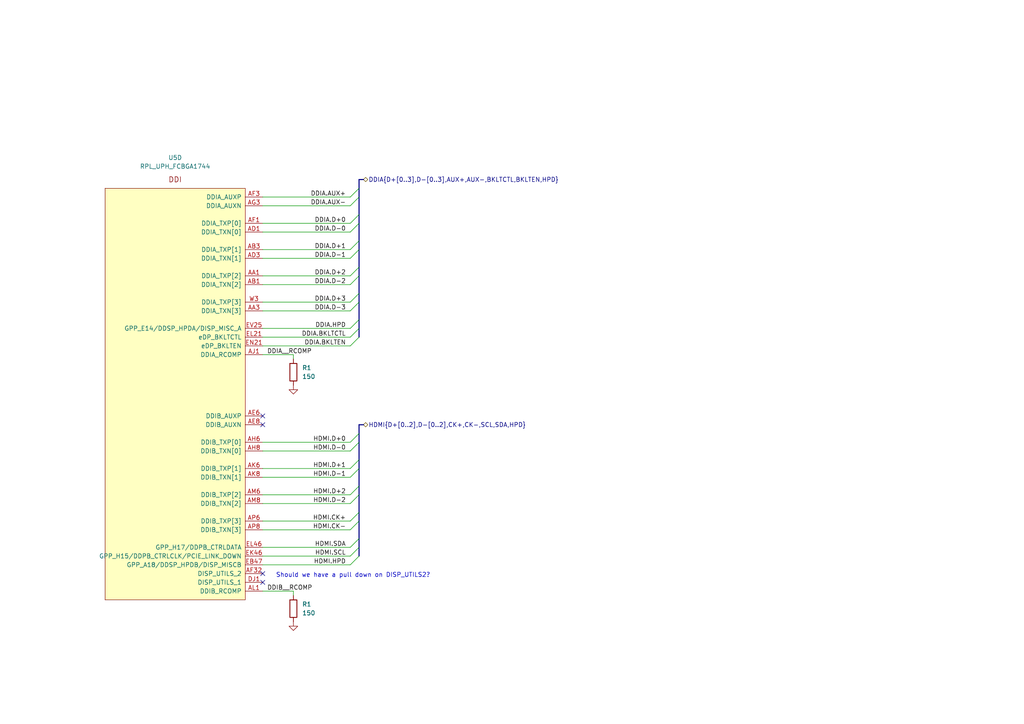
<source format=kicad_sch>
(kicad_sch (version 20230121) (generator eeschema)
  (paper "A4")
  (lib_symbols
    (symbol "Device:R" (pin_numbers hide) (pin_names (offset 0))
      (property "Reference" "R" (at 2.032 0 90))
      (property "Value" "R" (at 0 0 90))
      (symbol "R_1_1"
        (pin passive line (at 0 3.81 270) (length 1.27) (name "~") (number "1"))
        (pin passive line (at 0 -3.81 90) (length 1.27) (name "~") (number "2"))
      )
    )
    (symbol "local:RPL_UPH_FCBGA1744" (pin_names (offset 1.016))
      (property "Reference" "U" (at 1.27 19.05 0))
      (property "Value" "RPL_UPH_FCBGA1744" (at 1.27 16.51 0))
      (symbol "RPL_UPH_FCBGA1744_1_1"
        (text "CAMERA" (at 0 2.54 0) (effects (font (size 1.524 1.524))))
        (pin input line (at -25.4 -58.42 0) (length 5.08) (name "CSI_A_DN[1]/CSI_B_DN[2]") (number "A36"))
        (pin input line (at -25.4 -45.72 0) (length 5.08) (name "CSI_B_DN[0]") (number "A38"))
        (pin unspecified line (at -25.4 -73.66 0) (length 5.08) (name "CSI_RCOMP") (number "A55"))
        (pin input line (at -25.4 -40.64 0) (length 5.08) (name "CSI_B_DN[1]") (number "AA41"))
        (pin input line (at -25.4 -5.08 0) (length 5.08) (name "CSI_D_DN[1]/CSI_C_DN[2]") (number "AB41"))
        (pin input line (at -25.4 -2.54 0) (length 5.08) (name "CSI_D_DP[1]/CSI_C_DP[2]") (number "AD41"))
        (pin input line (at -25.4 -10.16 0) (length 5.08) (name "CSI_D_DN[0]/CSI_C_DN[3]") (number "AF41"))
        (pin input line (at -25.4 -7.62 0) (length 5.08) (name "CSI_D_DP[0]/CSI_C_DP[3]") (number "AG41"))
        (pin unspecified line (at -25.4 -76.2 0) (length 5.08) (name "CSI_RCOMP") (number "B54"))
        (pin input line (at -25.4 -55.88 0) (length 5.08) (name "CSI_A_DP[1]/CSI_B_DP[2]") (number "C36"))
        (pin input line (at -25.4 -43.18 0) (length 5.08) (name "CSI_B_DP[0]") (number "C38"))
        (pin input line (at -25.4 -63.5 0) (length 5.08) (name "CSI_A_DN[0]/CSI_B_DN[3]") (number "E37"))
        (pin input line (at -25.4 -66.04 0) (length 5.08) (name "CSI_A_CLK_P") (number "F36"))
        (pin input line (at -25.4 -50.8 0) (length 5.08) (name "CSI_B_CLK_N") (number "F39"))
        (pin input line (at -25.4 -68.58 0) (length 5.08) (name "CSI_A_CLK_N") (number "G36"))
        (pin input line (at -25.4 -60.96 0) (length 5.08) (name "CSI_A_DP[0]/CSI_B_DP[3]") (number "G37"))
        (pin input line (at -25.4 -48.26 0) (length 5.08) (name "CSI_B_CLK_P") (number "G39"))
        (pin input line (at -25.4 -12.7 0) (length 5.08) (name "CSI_D_CLK_P") (number "J41"))
        (pin input line (at -25.4 -30.48 0) (length 5.08) (name "CSI_C_CLK_P") (number "J44"))
        (pin input line (at -25.4 -33.02 0) (length 5.08) (name "CSI_C_CLK_N") (number "K44"))
        (pin input line (at -25.4 -15.24 0) (length 5.08) (name "CSI_D_CLK_N") (number "L41"))
        (pin input line (at -25.4 -22.86 0) (length 5.08) (name "CSI_C_DN[1]") (number "M44"))
        (pin input line (at -25.4 -27.94 0) (length 5.08) (name "CSI_C_DN[0]") (number "P41"))
        (pin input line (at -25.4 -20.32 0) (length 5.08) (name "CSI_C_DP[1]") (number "P44"))
        (pin input line (at -25.4 -25.4 0) (length 5.08) (name "CSI_C_DP[0]") (number "T41"))
        (pin input line (at -25.4 -38.1 0) (length 5.08) (name "CSI_B_DP[1]") (number "W41"))
      )
      (symbol "RPL_UPH_FCBGA1744_2_1"
        (text "CFG" (at 0 2.54 0) (effects (font (size 1.524 1.524))))
        (pin bidirectional line (at 25.4 -17.78 180) (length 5.08) (name "CFG[2]") (number "AA12"))
        (pin bidirectional line (at 25.4 -22.86 180) (length 5.08) (name "CFG[0]") (number "AA16"))
        (pin bidirectional line (at 25.4 -15.24 180) (length 5.08) (name "CFG[3]") (number "AC12"))
        (pin bidirectional line (at 25.4 -12.7 180) (length 5.08) (name "CFG[4]") (number "AD11"))
        (pin bidirectional line (at 25.4 -20.32 180) (length 5.08) (name "CFG[1]") (number "AD16"))
        (pin bidirectional line (at -25.4 -5.08 0) (length 5.08) (name "CFG[16]") (number "AF17"))
        (pin bidirectional line (at -25.4 -20.32 0) (length 5.08) (name "CFG[10]") (number "AF20"))
        (pin bidirectional line (at -25.4 -2.54 0) (length 5.08) (name "CFG[17]") (number "AF22"))
        (pin bidirectional line (at -25.4 -12.7 0) (length 5.08) (name "CFG[13]") (number "AF35"))
        (pin bidirectional line (at -25.4 -7.62 0) (length 5.08) (name "CFG[15]") (number "AF37"))
        (pin bidirectional line (at 25.4 -10.16 180) (length 5.08) (name "CFG[5]") (number "AG15"))
        (pin bidirectional line (at 25.4 -7.62 180) (length 5.08) (name "CFG[6]") (number "AH17"))
        (pin bidirectional line (at -25.4 -22.86 0) (length 5.08) (name "CFG[9]") (number "AH22"))
        (pin bidirectional line (at -25.4 -17.78 0) (length 5.08) (name "CFG[11]") (number "AH25"))
        (pin bidirectional line (at -25.4 -10.16 0) (length 5.08) (name "CFG[14]") (number "AH35"))
        (pin bidirectional line (at -25.4 -15.24 0) (length 5.08) (name "CFG[12]") (number "AH37"))
        (pin bidirectional line (at 25.4 -5.08 180) (length 5.08) (name "CFG[7]") (number "AJ15"))
        (pin bidirectional line (at 25.4 -2.54 180) (length 5.08) (name "CFG[8]") (number "AK17"))
        (pin unspecified line (at 25.4 -25.4 180) (length 5.08) (name "CFG_RCOMP") (number "F8"))
      )
      (symbol "RPL_UPH_FCBGA1744_3_1"
        (text "CNVI" (at 0 2.54 0) (effects (font (size 1.524 1.524))))
        (pin output line (at -25.4 -45.72 0) (length 5.08) (name "GPP_F5/MODEM_CLKREQ/CRF_XTAL_CLKREQ") (number "EF36"))
        (pin output line (at -25.4 -58.42 0) (length 5.08) (name "GPP_F0/CNV_BRI_DT/UART2_RTS#") (number "EH33"))
        (pin input line (at -25.4 -43.18 0) (length 5.08) (name "GPP_F6/CNV_PA_BLANKING") (number "EH36"))
        (pin input line (at -25.4 -55.88 0) (length 5.08) (name "GPP_F1/CNV_BRI_RSP/UART2_RXD") (number "EK33"))
        (pin input line (at -25.4 -40.64 0) (length 5.08) (name "GPP_H8/I2C4_SDA/CNV_MFUART2_RXD") (number "EL43"))
        (pin output line (at -25.4 -53.34 0) (length 5.08) (name "GPP_F2/CNV_RGI_DT/UART2_TXD") (number "EN31"))
        (pin input line (at -25.4 -38.1 0) (length 5.08) (name "GPP_H9/I2C4_SCL/CNV_MFUART2_TXD") (number "EN43"))
        (pin input line (at -25.4 -50.8 0) (length 5.08) (name "GPP_F3/CNV_RGI_RSP/UART2_CTS#") (number "ER31"))
        (pin output line (at -25.4 -48.26 0) (length 5.08) (name "GPP_F4/CNV_RF_RESET#") (number "ET31"))
        (pin input line (at -25.4 -20.32 0) (length 5.08) (name "CNV_WR_D1P") (number "EV40"))
        (pin output line (at -25.4 -7.62 0) (length 5.08) (name "CNV_WT_D0P") (number "EV43"))
        (pin output line (at -25.4 -12.7 0) (length 5.08) (name "CNV_WT_CLKP") (number "EV47"))
        (pin input line (at -25.4 -25.4 0) (length 5.08) (name "CNV_WR_D0P") (number "EW42"))
        (pin input line (at -25.4 -22.86 0) (length 5.08) (name "CNV_WR_D1N") (number "EY40"))
        (pin input line (at -25.4 -27.94 0) (length 5.08) (name "CNV_WR_D0N") (number "EY42"))
        (pin output line (at -25.4 -10.16 0) (length 5.08) (name "CNV_WT_D0N") (number "EY43"))
        (pin output line (at -25.4 -15.24 0) (length 5.08) (name "CNV_WT_CLKN") (number "EY47"))
        (pin input line (at -25.4 -30.48 0) (length 5.08) (name "CNV_WR_CLKP") (number "FA43"))
        (pin output line (at -25.4 -5.08 0) (length 5.08) (name "CNV_WT_D1N") (number "FA46"))
        (pin unspecified line (at -25.4 -17.78 0) (length 5.08) (name "CNV_WT_RCOMP") (number "FC40"))
        (pin input line (at -25.4 -33.02 0) (length 5.08) (name "CNV_WR_CLKN") (number "FC43"))
        (pin output line (at -25.4 -2.54 0) (length 5.08) (name "CNV_WT_D1P") (number "FC46"))
      )
      (symbol "RPL_UPH_FCBGA1744_4_1"
        (text "DDI" (at 0 2.54 0) (effects (font (size 1.524 1.524))))
        (pin output line (at -25.4 -25.4 0) (length 5.08) (name "DDIA_TXP[2]") (number "AA1"))
        (pin output line (at -25.4 -35.56 0) (length 5.08) (name "DDIA_TXN[3]") (number "AA3"))
        (pin output line (at -25.4 -27.94 0) (length 5.08) (name "DDIA_TXN[2]") (number "AB1"))
        (pin output line (at -25.4 -17.78 0) (length 5.08) (name "DDIA_TXP[1]") (number "AB3"))
        (pin output line (at -25.4 -12.7 0) (length 5.08) (name "DDIA_TXN[0]") (number "AD1"))
        (pin output line (at -25.4 -20.32 0) (length 5.08) (name "DDIA_TXN[1]") (number "AD3"))
        (pin bidirectional line (at -25.4 -66.04 0) (length 5.08) (name "DDIB_AUXP") (number "AE6"))
        (pin bidirectional line (at -25.4 -68.58 0) (length 5.08) (name "DDIB_AUXN") (number "AE8"))
        (pin output line (at -25.4 -10.16 0) (length 5.08) (name "DDIA_TXP[0]") (number "AF1"))
        (pin bidirectional line (at -25.4 -2.54 0) (length 5.08) (name "DDIA_AUXP") (number "AF3"))
        (pin output line (at -25.4 -111.76 0) (length 5.08) (name "DISP_UTILS_2") (number "AF32"))
        (pin bidirectional line (at -25.4 -5.08 0) (length 5.08) (name "DDIA_AUXN") (number "AG3"))
        (pin output line (at -25.4 -73.66 0) (length 5.08) (name "DDIB_TXP[0]") (number "AH6"))
        (pin output line (at -25.4 -76.2 0) (length 5.08) (name "DDIB_TXN[0]") (number "AH8"))
        (pin unspecified line (at -25.4 -48.26 0) (length 5.08) (name "DDIA_RCOMP") (number "AJ1"))
        (pin output line (at -25.4 -81.28 0) (length 5.08) (name "DDIB_TXP[1]") (number "AK6"))
        (pin output line (at -25.4 -83.82 0) (length 5.08) (name "DDIB_TXN[1]") (number "AK8"))
        (pin unspecified line (at -25.4 -116.84 0) (length 5.08) (name "DDIB_RCOMP") (number "AL1"))
        (pin output line (at -25.4 -88.9 0) (length 5.08) (name "DDIB_TXP[2]") (number "AM6"))
        (pin output line (at -25.4 -91.44 0) (length 5.08) (name "DDIB_TXN[2]") (number "AM8"))
        (pin output line (at -25.4 -96.52 0) (length 5.08) (name "DDIB_TXP[3]") (number "AP6"))
        (pin output line (at -25.4 -99.06 0) (length 5.08) (name "DDIB_TXN[3]") (number "AP8"))
        (pin output line (at -25.4 -114.3 0) (length 5.08) (name "DISP_UTILS_1") (number "DJ1"))
        (pin input line (at -25.4 -109.22 0) (length 5.08) (name "GPP_A18/DDSP_HPDB/DISP_MISCB") (number "EB47"))
        (pin bidirectional line (at -25.4 -106.68 0) (length 5.08) (name "GPP_H15/DDPB_CTRLCLK/PCIE_LINK_DOWN") (number "EK46"))
        (pin output line (at -25.4 -43.18 0) (length 5.08) (name "eDP_BKLTCTL") (number "EL21"))
        (pin bidirectional line (at -25.4 -104.14 0) (length 5.08) (name "GPP_H17/DDPB_CTRLDATA") (number "EL46"))
        (pin output line (at -25.4 -45.72 0) (length 5.08) (name "eDP_BKLTEN") (number "EN21"))
        (pin output line (at -25.4 -40.64 0) (length 5.08) (name "GPP_E14/DDSP_HPDA/DISP_MISC_A") (number "EV25"))
        (pin output line (at -25.4 -33.02 0) (length 5.08) (name "DDIA_TXP[3]") (number "W3"))
      )
      (symbol "RPL_UPH_FCBGA1744_5_1"
        (text "DDR_A" (at 0 2.54 0) (effects (font (size 1.524 1.524))))
        (pin input line (at 25.4 -170.18 180) (length 5.08) (name "DDR0_ALERT#") (number "BF61"))
        (pin output line (at 25.4 -172.72 180) (length 5.08) (name "DDR0_VREF_CA0") (number "BG60"))
        (pin bidirectional line (at 25.4 -101.6 180) (length 5.08) (name "DDR1_DQ[3][6]") (number "BJ47"))
        (pin bidirectional line (at 25.4 -104.14 180) (length 5.08) (name "DDR1_DQ[3][7]") (number "BJ50"))
        (pin bidirectional line (at 25.4 -96.52 180) (length 5.08) (name "DDR1_DQ[3][4]") (number "BK53"))
        (pin bidirectional line (at -25.4 -101.6 0) (length 5.08) (name "DDR1_DQ[1][6]") (number "BK57"))
        (pin bidirectional line (at -25.4 -96.52 0) (length 5.08) (name "DDR1_DQ[1][4]") (number "BK60"))
        (pin bidirectional line (at 25.4 -99.06 180) (length 5.08) (name "DDR1_DQ[3][5]") (number "BL48"))
        (pin bidirectional line (at 25.4 -109.22 180) (length 5.08) (name "DDR1_DQSN[3]") (number "BL51"))
        (pin bidirectional line (at -25.4 -99.06 0) (length 5.08) (name "DDR1_DQ[1][5]") (number "BL56"))
        (pin bidirectional line (at -25.4 -104.14 0) (length 5.08) (name "DDR1_DQ[1][7]") (number "BL58"))
        (pin bidirectional line (at -25.4 -106.68 0) (length 5.08) (name "DDR1_DQSP[1]") (number "BL61"))
        (pin bidirectional line (at 25.4 -91.44 180) (length 5.08) (name "DDR1_DQ[3][2]") (number "BN48"))
        (pin bidirectional line (at 25.4 -106.68 180) (length 5.08) (name "DDR1_DQSP[3]") (number "BN51"))
        (pin bidirectional line (at -25.4 -91.44 0) (length 5.08) (name "DDR1_DQ[1][2]") (number "BN56"))
        (pin bidirectional line (at -25.4 -86.36 0) (length 5.08) (name "DDR1_DQ[1][0]") (number "BN58"))
        (pin bidirectional line (at -25.4 -109.22 0) (length 5.08) (name "DDR1_DQSN[1]") (number "BN61"))
        (pin bidirectional line (at 25.4 -88.9 180) (length 5.08) (name "DDR1_DQ[3][1]") (number "BP47"))
        (pin bidirectional line (at 25.4 -86.36 180) (length 5.08) (name "DDR1_DQ[3][0]") (number "BP50"))
        (pin bidirectional line (at 25.4 -93.98 180) (length 5.08) (name "DDR1_DQ[3][3]") (number "BP53"))
        (pin bidirectional line (at -25.4 -88.9 0) (length 5.08) (name "DDR1_DQ[1][1]") (number "BP57"))
        (pin bidirectional line (at -25.4 -93.98 0) (length 5.08) (name "DDR1_DQ[1][3]") (number "BP60"))
        (pin bidirectional line (at 25.4 -73.66 180) (length 5.08) (name "DDR1_DQ[2][6]") (number "BT47"))
        (pin bidirectional line (at 25.4 -76.2 180) (length 5.08) (name "DDR1_DQ[2][7]") (number "BT50"))
        (pin bidirectional line (at 25.4 -68.58 180) (length 5.08) (name "DDR1_DQ[2][4]") (number "BT53"))
        (pin bidirectional line (at -25.4 -73.66 0) (length 5.08) (name "DDR1_DQ[0][6]") (number "BT57"))
        (pin bidirectional line (at -25.4 -68.58 0) (length 5.08) (name "DDR1_DQ[0][4]") (number "BT60"))
        (pin bidirectional line (at 25.4 -71.12 180) (length 5.08) (name "DDR1_DQ[2][5]") (number "BU48"))
        (pin bidirectional line (at 25.4 -81.28 180) (length 5.08) (name "DDR1_DQSN[2]") (number "BU51"))
        (pin bidirectional line (at -25.4 -71.12 0) (length 5.08) (name "DDR1_DQ[0][5]") (number "BU56"))
        (pin bidirectional line (at -25.4 -76.2 0) (length 5.08) (name "DDR1_DQ[0][7]") (number "BU58"))
        (pin bidirectional line (at -25.4 -78.74 0) (length 5.08) (name "DDR1_DQSP[0]") (number "BU61"))
        (pin bidirectional line (at 25.4 -63.5 180) (length 5.08) (name "DDR1_DQ[2][2]") (number "BW48"))
        (pin bidirectional line (at 25.4 -78.74 180) (length 5.08) (name "DDR1_DQSP[2]") (number "BW51"))
        (pin bidirectional line (at -25.4 -63.5 0) (length 5.08) (name "DDR1_DQ[0][2]") (number "BW56"))
        (pin bidirectional line (at -25.4 -58.42 0) (length 5.08) (name "DDR1_DQ[0][0]") (number "BW58"))
        (pin bidirectional line (at -25.4 -81.28 0) (length 5.08) (name "DDR1_DQSN[0]") (number "BW61"))
        (pin bidirectional line (at 25.4 -58.42 180) (length 5.08) (name "DDR1_DQ[2][0]") (number "BY50"))
        (pin bidirectional line (at 25.4 -66.04 180) (length 5.08) (name "DDR1_DQ[2][3]") (number "BY53"))
        (pin bidirectional line (at -25.4 -60.96 0) (length 5.08) (name "DDR1_DQ[0][1]") (number "BY57"))
        (pin bidirectional line (at -25.4 -66.04 0) (length 5.08) (name "DDR1_DQ[0][3]") (number "BY60"))
        (pin bidirectional line (at 25.4 -60.96 180) (length 5.08) (name "DDR1_DQ[2][1]") (number "CA47"))
        (pin output line (at 25.4 -162.56 180) (length 5.08) (name "DDR1_CS[0]") (number "CC47"))
        (pin output line (at 25.4 -129.54 180) (length 5.08) (name "DDR1_CA[1]") (number "CC50"))
        (pin output line (at 25.4 -165.1 180) (length 5.08) (name "DDR1_CS[1]") (number "CC53"))
        (pin output line (at 25.4 -121.92 180) (length 5.08) (name "DDR1_CLK_N[1]") (number "CD48"))
        (pin output line (at 25.4 -119.38 180) (length 5.08) (name "DDR1_CLK_P[1]") (number "CD49"))
        (pin output line (at 25.4 -127 180) (length 5.08) (name "DDR1_CA[0]") (number "CE53"))
        (pin output line (at 25.4 -137.16 180) (length 5.08) (name "DDR1_CA[4]") (number "CE60"))
        (pin output line (at 25.4 -132.08 180) (length 5.08) (name "DDR1_CA[2]") (number "CF56"))
        (pin output line (at 25.4 -116.84 180) (length 5.08) (name "DDR1_CLK_N[0]") (number "CF61"))
        (pin output line (at 25.4 -142.24 180) (length 5.08) (name "DDR1_CA[6]") (number "CH46"))
        (pin output line (at 25.4 -134.62 180) (length 5.08) (name "DDR1_CA[3]") (number "CH48"))
        (pin output line (at 25.4 -157.48 180) (length 5.08) (name "DDR1_CA[12]") (number "CH56"))
        (pin output line (at 25.4 -144.78 180) (length 5.08) (name "DDR1_CA[7]") (number "CH58"))
        (pin output line (at 25.4 -114.3 180) (length 5.08) (name "DDR1_CLK_P[0]") (number "CH61"))
        (pin output line (at 25.4 -139.7 180) (length 5.08) (name "DDR1_CA[5]") (number "CJ50"))
        (pin output line (at 25.4 -152.4 180) (length 5.08) (name "DDR1_CA[10]") (number "CJ53"))
        (pin output line (at 25.4 -149.86 180) (length 5.08) (name "DDR1_CA[9]") (number "CJ57"))
        (pin output line (at 25.4 -154.94 180) (length 5.08) (name "DDR1_CA[11]") (number "CJ60"))
        (pin output line (at 25.4 -147.32 180) (length 5.08) (name "DDR1_CA[8]") (number "CK47"))
        (pin output line (at -25.4 -152.4 0) (length 5.08) (name "DDR0_CA[10]") (number "CM47"))
        (pin output line (at -25.4 -142.24 0) (length 5.08) (name "DDR0_CA[6]") (number "CM50"))
        (pin output line (at -25.4 -147.32 0) (length 5.08) (name "DDR0_CA[8]") (number "CM53"))
        (pin output line (at -25.4 -121.92 0) (length 5.08) (name "DDR0_CLK_N[1]") (number "CN48"))
        (pin output line (at -25.4 -119.38 0) (length 5.08) (name "DDR0_CLK_P[1]") (number "CN49"))
        (pin output line (at -25.4 -154.94 0) (length 5.08) (name "DDR0_CA[11]") (number "CP53"))
        (pin output line (at -25.4 -149.86 0) (length 5.08) (name "DDR0_CA[9]") (number "CP60"))
        (pin output line (at -25.4 -157.48 0) (length 5.08) (name "DDR0_CA[12]") (number "CR56"))
        (pin output line (at -25.4 -116.84 0) (length 5.08) (name "DDR0_CLK_N[0]") (number "CR61"))
        (pin output line (at -25.4 -144.78 0) (length 5.08) (name "DDR0_CA[7]") (number "CT46"))
        (pin output line (at -25.4 -139.7 0) (length 5.08) (name "DDR0_CA[5]") (number "CU48"))
        (pin output line (at -25.4 -129.54 0) (length 5.08) (name "DDR0_CA[1]") (number "CU56"))
        (pin output line (at -25.4 -127 0) (length 5.08) (name "DDR0_CA[0]") (number "CU58"))
        (pin output line (at -25.4 -114.3 0) (length 5.08) (name "DDR0_CLK_P[0]") (number "CU61"))
        (pin output line (at -25.4 -137.16 0) (length 5.08) (name "DDR0_CA[4]") (number "CV50"))
        (pin output line (at -25.4 -134.62 0) (length 5.08) (name "DDR0_CA[3]") (number "CV53"))
        (pin output line (at -25.4 -162.56 0) (length 5.08) (name "DDR0_CS[0]") (number "CV57"))
        (pin output line (at -25.4 -165.1 0) (length 5.08) (name "DDR0_CS[1]") (number "CV60"))
        (pin output line (at -25.4 -132.08 0) (length 5.08) (name "DDR0_CA[2]") (number "CW47"))
        (pin bidirectional line (at 25.4 -45.72 180) (length 5.08) (name "DDR0_DQ[3][6]") (number "CY47"))
        (pin bidirectional line (at 25.4 -48.26 180) (length 5.08) (name "DDR0_DQ[3][7]") (number "CY50"))
        (pin bidirectional line (at -25.4 -45.72 0) (length 5.08) (name "DDR0_DQ[1][6]") (number "CY57"))
        (pin bidirectional line (at -25.4 -40.64 0) (length 5.08) (name "DDR0_DQ[1][4]") (number "CY60"))
        (pin bidirectional line (at 25.4 -40.64 180) (length 5.08) (name "DDR0_DQ[3][4]") (number "DA53"))
        (pin bidirectional line (at -25.4 -48.26 0) (length 5.08) (name "DDR0_DQ[1][7]") (number "DA58"))
        (pin bidirectional line (at 25.4 -43.18 180) (length 5.08) (name "DDR0_DQ[3][5]") (number "DB48"))
        (pin bidirectional line (at 25.4 -53.34 180) (length 5.08) (name "DDR0_DQSN[3]") (number "DB51"))
        (pin bidirectional line (at -25.4 -43.18 0) (length 5.08) (name "DDR0_DQ[1][5]") (number "DB56"))
        (pin bidirectional line (at -25.4 -50.8 0) (length 5.08) (name "DDR0_DQSP[1]") (number "DB61"))
        (pin bidirectional line (at 25.4 -35.56 180) (length 5.08) (name "DDR0_DQ[3][2]") (number "DC48"))
        (pin bidirectional line (at 25.4 -50.8 180) (length 5.08) (name "DDR0_DQSP[3]") (number "DC51"))
        (pin bidirectional line (at -25.4 -53.34 0) (length 5.08) (name "DDR0_DQSN[1]") (number "DC61"))
        (pin bidirectional line (at -25.4 -35.56 0) (length 5.08) (name "DDR0_DQ[1][2]") (number "DD56"))
        (pin bidirectional line (at -25.4 -30.48 0) (length 5.08) (name "DDR0_DQ[1][0]") (number "DD58"))
        (pin bidirectional line (at 25.4 -33.02 180) (length 5.08) (name "DDR0_DQ[3][1]") (number "DE47"))
        (pin bidirectional line (at 25.4 -30.48 180) (length 5.08) (name "DDR0_DQ[3][0]") (number "DE50"))
        (pin bidirectional line (at 25.4 -38.1 180) (length 5.08) (name "DDR0_DQ[3][3]") (number "DE53"))
        (pin bidirectional line (at -25.4 -33.02 0) (length 5.08) (name "DDR0_DQ[1][1]") (number "DE57"))
        (pin bidirectional line (at -25.4 -38.1 0) (length 5.08) (name "DDR0_DQ[1][3]") (number "DE60"))
        (pin bidirectional line (at 25.4 -17.78 180) (length 5.08) (name "DDR0_DQ[2][6]") (number "DG47"))
        (pin bidirectional line (at 25.4 -20.32 180) (length 5.08) (name "DDR0_DQ[2][7]") (number "DG50"))
        (pin bidirectional line (at 25.4 -12.7 180) (length 5.08) (name "DDR0_DQ[2][4]") (number "DG53"))
        (pin bidirectional line (at -25.4 -17.78 0) (length 5.08) (name "DDR0_DQ[0][6]") (number "DG57"))
        (pin bidirectional line (at -25.4 -12.7 0) (length 5.08) (name "DDR0_DQ[0][4]") (number "DG60"))
        (pin bidirectional line (at 25.4 -15.24 180) (length 5.08) (name "DDR0_DQ[2][5]") (number "DH48"))
        (pin bidirectional line (at 25.4 -25.4 180) (length 5.08) (name "DDR0_DQSN[2]") (number "DH51"))
        (pin bidirectional line (at -25.4 -15.24 0) (length 5.08) (name "DDR0_DQ[0][5]") (number "DH56"))
        (pin bidirectional line (at -25.4 -20.32 0) (length 5.08) (name "DDR0_DQ[0][7]") (number "DH58"))
        (pin bidirectional line (at -25.4 -22.86 0) (length 5.08) (name "DDR0_DQSP[0]") (number "DH61"))
        (pin bidirectional line (at 25.4 -7.62 180) (length 5.08) (name "DDR0_DQ[2][2]") (number "DK48"))
        (pin bidirectional line (at 25.4 -22.86 180) (length 5.08) (name "DDR0_DQSP[2]") (number "DK51"))
        (pin bidirectional line (at -25.4 -7.62 0) (length 5.08) (name "DDR0_DQ[0][2]") (number "DK56"))
        (pin bidirectional line (at -25.4 -2.54 0) (length 5.08) (name "DDR0_DQ[0][0]") (number "DK58"))
        (pin bidirectional line (at -25.4 -25.4 0) (length 5.08) (name "DDR0_DQSN[0]") (number "DK61"))
        (pin bidirectional line (at 25.4 -2.54 180) (length 5.08) (name "DDR0_DQ[2][0]") (number "DL50"))
        (pin bidirectional line (at 25.4 -10.16 180) (length 5.08) (name "DDR0_DQ[2][3]") (number "DL53"))
        (pin bidirectional line (at -25.4 -5.08 0) (length 5.08) (name "DDR0_DQ[0][1]") (number "DL57"))
        (pin bidirectional line (at -25.4 -10.16 0) (length 5.08) (name "DDR0_DQ[0][3]") (number "DL60"))
        (pin bidirectional line (at 25.4 -5.08 180) (length 5.08) (name "DDR0_DQ[2][1]") (number "DM47"))
      )
      (symbol "RPL_UPH_FCBGA1744_6_1"
        (text "DDR_B" (at 0 2.54 0) (effects (font (size 1.524 1.524))))
        (pin bidirectional line (at 25.4 -50.8 180) (length 5.08) (name "DDR3_DQSP[1]") (number "A43"))
        (pin bidirectional line (at 25.4 -53.34 180) (length 5.08) (name "DDR3_DQSN[1]") (number "A44"))
        (pin bidirectional line (at 25.4 -22.86 180) (length 5.08) (name "DDR3_DQSP[0]") (number "A49"))
        (pin bidirectional line (at 25.4 -25.4 180) (length 5.08) (name "DDR3_DQSN[0]") (number "A51"))
        (pin output line (at -25.4 -142.24 0) (length 5.08) (name "DDR3_CA[6]") (number "AA46"))
        (pin output line (at -25.4 -134.62 0) (length 5.08) (name "DDR3_CA[3]") (number "AA48"))
        (pin output line (at -25.4 -157.48 0) (length 5.08) (name "DDR3_CA[12]") (number "AB56"))
        (pin output line (at -25.4 -144.78 0) (length 5.08) (name "DDR3_CA[7]") (number "AB58"))
        (pin output line (at -25.4 -114.3 0) (length 5.08) (name "DDR3_CLK_P[0]") (number "AB61"))
        (pin output line (at -25.4 -147.32 0) (length 5.08) (name "DDR3_CA[8]") (number "AC47"))
        (pin output line (at -25.4 -139.7 0) (length 5.08) (name "DDR3_CA[5]") (number "AC50"))
        (pin output line (at -25.4 -152.4 0) (length 5.08) (name "DDR3_CA[10]") (number "AC53"))
        (pin output line (at -25.4 -149.86 0) (length 5.08) (name "DDR3_CA[9]") (number "AC57"))
        (pin output line (at -25.4 -154.94 0) (length 5.08) (name "DDR3_CA[11]") (number "AC60"))
        (pin output line (at 25.4 -152.4 180) (length 5.08) (name "DDR2_CA[10]") (number "AE47"))
        (pin output line (at 25.4 -142.24 180) (length 5.08) (name "DDR2_CA[6]") (number "AE50"))
        (pin output line (at 25.4 -147.32 180) (length 5.08) (name "DDR2_CA[8]") (number "AE53"))
        (pin output line (at 25.4 -121.92 180) (length 5.08) (name "DDR2_CLK_N[1]") (number "AG48"))
        (pin output line (at 25.4 -119.38 180) (length 5.08) (name "DDR2_CLK_P[1]") (number "AG49"))
        (pin output line (at 25.4 -154.94 180) (length 5.08) (name "DDR2_CA[11]") (number "AH53"))
        (pin output line (at 25.4 -149.86 180) (length 5.08) (name "DDR2_CA[9]") (number "AH60"))
        (pin output line (at 25.4 -157.48 180) (length 5.08) (name "DDR2_CA[12]") (number "AJ56"))
        (pin output line (at 25.4 -116.84 180) (length 5.08) (name "DDR2_CLK_N[0]") (number "AJ61"))
        (pin output line (at 25.4 -144.78 180) (length 5.08) (name "DDR2_CA[7]") (number "AK46"))
        (pin output line (at 25.4 -139.7 180) (length 5.08) (name "DDR2_CA[5]") (number "AK48"))
        (pin output line (at 25.4 -129.54 180) (length 5.08) (name "DDR2_CA[1]") (number "AL56"))
        (pin output line (at 25.4 -127 180) (length 5.08) (name "DDR2_CA[0]") (number "AL58"))
        (pin output line (at 25.4 -114.3 180) (length 5.08) (name "DDR2_CLK_P[0]") (number "AL61"))
        (pin output line (at 25.4 -132.08 180) (length 5.08) (name "DDR2_CA[2]") (number "AM47"))
        (pin output line (at 25.4 -137.16 180) (length 5.08) (name "DDR2_CA[4]") (number "AM50"))
        (pin output line (at 25.4 -134.62 180) (length 5.08) (name "DDR2_CA[3]") (number "AM53"))
        (pin output line (at 25.4 -165.1 180) (length 5.08) (name "DDR2_CS[1]") (number "AM57"))
        (pin output line (at 25.4 -162.56 180) (length 5.08) (name "DDR2_CS[0]") (number "AM60"))
        (pin bidirectional line (at -25.4 -101.6 0) (length 5.08) (name "DDR2_DQ[3][6]") (number "AP47"))
        (pin bidirectional line (at -25.4 -104.14 0) (length 5.08) (name "DDR2_DQ[3][7]") (number "AP50"))
        (pin bidirectional line (at -25.4 -96.52 0) (length 5.08) (name "DDR2_DQ[3][4]") (number "AP53"))
        (pin bidirectional line (at -25.4 -45.72 0) (length 5.08) (name "DDR2_DQ[1][6]") (number "AP57"))
        (pin bidirectional line (at -25.4 -40.64 0) (length 5.08) (name "DDR2_DQ[1][4]") (number "AP60"))
        (pin bidirectional line (at -25.4 -99.06 0) (length 5.08) (name "DDR2_DQ[3][5]") (number "AR48"))
        (pin bidirectional line (at -25.4 -109.22 0) (length 5.08) (name "DDR2_DQSN[3]") (number "AR51"))
        (pin bidirectional line (at -25.4 -43.18 0) (length 5.08) (name "DDR2_DQ[1][5]") (number "AR56"))
        (pin bidirectional line (at -25.4 -48.26 0) (length 5.08) (name "DDR2_DQ[1][7]") (number "AR58"))
        (pin bidirectional line (at -25.4 -50.8 0) (length 5.08) (name "DDR2_DQSP[1]") (number "AR61"))
        (pin bidirectional line (at -25.4 -91.44 0) (length 5.08) (name "DDR2_DQ[3][2]") (number "AU48"))
        (pin bidirectional line (at -25.4 -106.68 0) (length 5.08) (name "DDR2_DQSP[3]") (number "AU51"))
        (pin bidirectional line (at -25.4 -35.56 0) (length 5.08) (name "DDR2_DQ[1][2]") (number "AU56"))
        (pin bidirectional line (at -25.4 -30.48 0) (length 5.08) (name "DDR2_DQ[1][0]") (number "AU58"))
        (pin bidirectional line (at -25.4 -53.34 0) (length 5.08) (name "DDR2_DQSN[1]") (number "AU61"))
        (pin bidirectional line (at -25.4 -86.36 0) (length 5.08) (name "DDR2_DQ[3][0]") (number "AV50"))
        (pin bidirectional line (at -25.4 -93.98 0) (length 5.08) (name "DDR2_DQ[3][3]") (number "AV53"))
        (pin bidirectional line (at -25.4 -33.02 0) (length 5.08) (name "DDR2_DQ[1][1]") (number "AV57"))
        (pin bidirectional line (at -25.4 -38.1 0) (length 5.08) (name "DDR2_DQ[1][3]") (number "AV60"))
        (pin bidirectional line (at -25.4 -88.9 0) (length 5.08) (name "DDR2_DQ[3][1]") (number "AW47"))
        (pin bidirectional line (at -25.4 -73.66 0) (length 5.08) (name "DDR2_DQ[2][6]") (number "AY47"))
        (pin bidirectional line (at 25.4 -40.64 180) (length 5.08) (name "DDR3_DQ[1][4]") (number "B41"))
        (pin bidirectional line (at 25.4 -38.1 180) (length 5.08) (name "DDR3_DQ[1][3]") (number "B46"))
        (pin bidirectional line (at 25.4 -12.7 180) (length 5.08) (name "DDR3_DQ[0][4]") (number "B48"))
        (pin bidirectional line (at 25.4 -10.16 180) (length 5.08) (name "DDR3_DQ[0][3]") (number "B52"))
        (pin bidirectional line (at -25.4 -76.2 0) (length 5.08) (name "DDR2_DQ[2][7]") (number "BA50"))
        (pin bidirectional line (at -25.4 -68.58 0) (length 5.08) (name "DDR2_DQ[2][4]") (number "BA53"))
        (pin bidirectional line (at -25.4 -17.78 0) (length 5.08) (name "DDR2_DQ[0][6]") (number "BA57"))
        (pin bidirectional line (at -25.4 -12.7 0) (length 5.08) (name "DDR2_DQ[0][4]") (number "BA60"))
        (pin bidirectional line (at -25.4 -71.12 0) (length 5.08) (name "DDR2_DQ[2][5]") (number "BB48"))
        (pin bidirectional line (at -25.4 -81.28 0) (length 5.08) (name "DDR2_DQSN[2]") (number "BB51"))
        (pin bidirectional line (at -25.4 -15.24 0) (length 5.08) (name "DDR2_DQ[0][5]") (number "BB56"))
        (pin bidirectional line (at -25.4 -20.32 0) (length 5.08) (name "DDR2_DQ[0][7]") (number "BB58"))
        (pin bidirectional line (at -25.4 -22.86 0) (length 5.08) (name "DDR2_DQSP[0]") (number "BB61"))
        (pin bidirectional line (at -25.4 -63.5 0) (length 5.08) (name "DDR2_DQ[2][2]") (number "BD48"))
        (pin bidirectional line (at -25.4 -78.74 0) (length 5.08) (name "DDR2_DQSP[2]") (number "BD51"))
        (pin bidirectional line (at -25.4 -7.62 0) (length 5.08) (name "DDR2_DQ[0][2]") (number "BD56"))
        (pin bidirectional line (at -25.4 -2.54 0) (length 5.08) (name "DDR2_DQ[0][0]") (number "BD58"))
        (pin bidirectional line (at -25.4 -25.4 0) (length 5.08) (name "DDR2_DQSN[0]") (number "BD61"))
        (pin bidirectional line (at -25.4 -60.96 0) (length 5.08) (name "DDR2_DQ[2][1]") (number "BE47"))
        (pin bidirectional line (at -25.4 -58.42 0) (length 5.08) (name "DDR2_DQ[2][0]") (number "BE50"))
        (pin bidirectional line (at -25.4 -66.04 0) (length 5.08) (name "DDR2_DQ[2][3]") (number "BE53"))
        (pin bidirectional line (at -25.4 -5.08 0) (length 5.08) (name "DDR2_DQ[0][1]") (number "BE57"))
        (pin bidirectional line (at -25.4 -10.16 0) (length 5.08) (name "DDR2_DQ[0][3]") (number "BE60"))
        (pin output line (at 25.4 -172.72 180) (length 5.08) (name "DDR1_VREF_CA0") (number "BG55"))
        (pin input line (at 25.4 -170.18 180) (length 5.08) (name "DDR1_ALERT#") (number "BG57"))
        (pin bidirectional line (at 25.4 -45.72 180) (length 5.08) (name "DDR3_DQ[1][6]") (number "C42"))
        (pin bidirectional line (at 25.4 -30.48 180) (length 5.08) (name "DDR3_DQ[1][0]") (number "C45"))
        (pin bidirectional line (at 25.4 -20.32 180) (length 5.08) (name "DDR3_DQ[0][7]") (number "C49"))
        (pin bidirectional line (at 25.4 -2.54 180) (length 5.08) (name "DDR3_DQ[0][0]") (number "C51"))
        (pin bidirectional line (at 25.4 -48.26 180) (length 5.08) (name "DDR3_DQ[1][7]") (number "E41"))
        (pin bidirectional line (at 25.4 -33.02 180) (length 5.08) (name "DDR3_DQ[1][1]") (number "E46"))
        (pin bidirectional line (at 25.4 -17.78 180) (length 5.08) (name "DDR3_DQ[0][6]") (number "E48"))
        (pin bidirectional line (at 25.4 -5.08 180) (length 5.08) (name "DDR3_DQ[0][1]") (number "E52"))
        (pin bidirectional line (at 25.4 -43.18 180) (length 5.08) (name "DDR3_DQ[1][5]") (number "F43"))
        (pin bidirectional line (at 25.4 -35.56 180) (length 5.08) (name "DDR3_DQ[1][2]") (number "F44"))
        (pin bidirectional line (at 25.4 -15.24 180) (length 5.08) (name "DDR3_DQ[0][5]") (number "F49"))
        (pin bidirectional line (at 25.4 -7.62 180) (length 5.08) (name "DDR3_DQ[0][2]") (number "F51"))
        (pin bidirectional line (at 25.4 -99.06 180) (length 5.08) (name "DDR3_DQ[3][5]") (number "F54"))
        (pin bidirectional line (at 25.4 -101.6 180) (length 5.08) (name "DDR3_DQ[3][6]") (number "F58"))
        (pin bidirectional line (at 25.4 -93.98 180) (length 5.08) (name "DDR3_DQ[3][3]") (number "H56"))
        (pin bidirectional line (at 25.4 -104.14 180) (length 5.08) (name "DDR3_DQ[3][7]") (number "K50"))
        (pin bidirectional line (at 25.4 -91.44 180) (length 5.08) (name "DDR3_DQ[3][2]") (number "K53"))
        (pin bidirectional line (at 25.4 -73.66 180) (length 5.08) (name "DDR3_DQ[2][6]") (number "K57"))
        (pin bidirectional line (at 25.4 -68.58 180) (length 5.08) (name "DDR3_DQ[2][4]") (number "K60"))
        (pin bidirectional line (at 25.4 -96.52 180) (length 5.08) (name "DDR3_DQ[3][4]") (number "L48"))
        (pin bidirectional line (at 25.4 -109.22 180) (length 5.08) (name "DDR3_DQSN[3]") (number "L51"))
        (pin bidirectional line (at 25.4 -71.12 180) (length 5.08) (name "DDR3_DQ[2][5]") (number "L56"))
        (pin bidirectional line (at 25.4 -76.2 180) (length 5.08) (name "DDR3_DQ[2][7]") (number "L58"))
        (pin bidirectional line (at 25.4 -81.28 180) (length 5.08) (name "DDR3_DQSN[2]") (number "L61"))
        (pin bidirectional line (at 25.4 -106.68 180) (length 5.08) (name "DDR3_DQSP[3]") (number "N51"))
        (pin bidirectional line (at 25.4 -63.5 180) (length 5.08) (name "DDR3_DQ[2][2]") (number "N56"))
        (pin bidirectional line (at 25.4 -58.42 180) (length 5.08) (name "DDR3_DQ[2][0]") (number "N58"))
        (pin bidirectional line (at 25.4 -78.74 180) (length 5.08) (name "DDR3_DQSP[2]") (number "N61"))
        (pin bidirectional line (at 25.4 -88.9 180) (length 5.08) (name "DDR3_DQ[3][1]") (number "P50"))
        (pin bidirectional line (at 25.4 -86.36 180) (length 5.08) (name "DDR3_DQ[3][0]") (number "P53"))
        (pin bidirectional line (at 25.4 -60.96 180) (length 5.08) (name "DDR3_DQ[2][1]") (number "P57"))
        (pin bidirectional line (at 25.4 -66.04 180) (length 5.08) (name "DDR3_DQ[2][3]") (number "P60"))
        (pin output line (at -25.4 -165.1 0) (length 5.08) (name "DDR3_CS[0]") (number "T47"))
        (pin output line (at -25.4 -129.54 0) (length 5.08) (name "DDR3_CA[1]") (number "T50"))
        (pin output line (at -25.4 -162.56 0) (length 5.08) (name "DDR3_CS[1]") (number "T53"))
        (pin output line (at -25.4 -119.38 0) (length 5.08) (name "DDR3_CLK_P[1]") (number "V48"))
        (pin output line (at -25.4 -121.92 0) (length 5.08) (name "DDR3_CLK_N[1]") (number "V49"))
        (pin output line (at -25.4 -127 0) (length 5.08) (name "DDR3_CA[0]") (number "W53"))
        (pin output line (at -25.4 -137.16 0) (length 5.08) (name "DDR3_CA[4]") (number "W60"))
        (pin output line (at -25.4 -132.08 0) (length 5.08) (name "DDR3_CA[2]") (number "Y56"))
        (pin output line (at -25.4 -116.84 0) (length 5.08) (name "DDR3_CLK_N[0]") (number "Y61"))
      )
      (symbol "RPL_UPH_FCBGA1744_7_1"
        (text "DDR_MISC" (at 0 2.54 0) (effects (font (size 1.524 1.524))))
        (pin unspecified line (at 25.4 -7.62 180) (length 5.08) (name "DDR_COMP") (number "A56"))
        (pin output line (at -25.4 -5.08 0) (length 5.08) (name "NC") (number "AB51"))
        (pin output line (at -25.4 -43.18 0) (length 5.08) (name "NC") (number "AE55"))
        (pin output line (at -25.4 -48.26 0) (length 5.08) (name "NC") (number "AE60"))
        (pin output line (at -25.4 -45.72 0) (length 5.08) (name "NC") (number "AF57"))
        (pin output line (at -25.4 -17.78 0) (length 5.08) (name "NC") (number "AH57"))
        (pin output line (at -25.4 -12.7 0) (length 5.08) (name "NC") (number "AJ51"))
        (pin output line (at -25.4 -20.32 0) (length 5.08) (name "NC") (number "AJ58"))
        (pin output line (at -25.4 -15.24 0) (length 5.08) (name "NC") (number "AL51"))
        (pin unspecified line (at 25.4 -10.16 180) (length 5.08) (name "DDR_COMP") (number "B56"))
        (pin output line (at 25.4 -2.54 180) (length 5.08) (name "DDR_VTT_CTL") (number "BG50"))
        (pin output line (at -25.4 -66.04 0) (length 5.08) (name "NC") (number "CB55"))
        (pin output line (at -25.4 -71.12 0) (length 5.08) (name "NC") (number "CC57"))
        (pin output line (at -25.4 -68.58 0) (length 5.08) (name "NC") (number "CC60"))
        (pin output line (at -25.4 -30.48 0) (length 5.08) (name "NC") (number "CE57"))
        (pin output line (at -25.4 -25.4 0) (length 5.08) (name "NC") (number "CF51"))
        (pin output line (at -25.4 -27.94 0) (length 5.08) (name "NC") (number "CF58"))
        (pin output line (at -25.4 -22.86 0) (length 5.08) (name "NC") (number "CH51"))
        (pin output line (at -25.4 -58.42 0) (length 5.08) (name "NC") (number "CL55"))
        (pin output line (at -25.4 -60.96 0) (length 5.08) (name "NC") (number "CM57"))
        (pin output line (at -25.4 -63.5 0) (length 5.08) (name "NC") (number "CM60"))
        (pin output line (at -25.4 -38.1 0) (length 5.08) (name "NC") (number "CP57"))
        (pin output line (at -25.4 -35.56 0) (length 5.08) (name "NC") (number "CR51"))
        (pin output line (at -25.4 -40.64 0) (length 5.08) (name "NC") (number "CR58"))
        (pin output line (at -25.4 -33.02 0) (length 5.08) (name "NC") (number "CU51"))
        (pin output line (at 25.4 -5.08 180) (length 5.08) (name "DRAM_RESET#") (number "EE53"))
        (pin output line (at -25.4 -53.34 0) (length 5.08) (name "NC") (number "T55"))
        (pin output line (at -25.4 -50.8 0) (length 5.08) (name "NC") (number "T60"))
        (pin output line (at -25.4 -55.88 0) (length 5.08) (name "NC") (number "U57"))
        (pin output line (at -25.4 -10.16 0) (length 5.08) (name "NC") (number "W57"))
        (pin output line (at -25.4 -2.54 0) (length 5.08) (name "NC") (number "Y51"))
        (pin output line (at -25.4 -7.62 0) (length 5.08) (name "NC") (number "Y58"))
      )
      (symbol "RPL_UPH_FCBGA1744_8_1"
        (text "ESPI" (at 0 2.54 0) (effects (font (size 1.524 1.524))))
        (pin output line (at -25.4 -15.24 0) (length 5.08) (name "GPP_A4/ESPI_CS0#") (number "DP44"))
        (pin output line (at -25.4 -12.7 0) (length 5.08) (name "GPP_A5/ESPI_ALERT0#") (number "DP47"))
        (pin bidirectional line (at -25.4 -25.4 0) (length 5.08) (name "GPP_A0/ESPI_IO0") (number "DP51"))
        (pin bidirectional line (at -25.4 -17.78 0) (length 5.08) (name "GPP_A3/ESPI_IO3/SUSACK#") (number "DP52"))
        (pin output line (at -25.4 -10.16 0) (length 5.08) (name "GPP_A6/ESPI_ALERT1#") (number "DP54"))
        (pin bidirectional line (at -25.4 -22.86 0) (length 5.08) (name "GPP_A1/ESPI_IO1") (number "DT44"))
        (pin output line (at -25.4 -2.54 0) (length 5.08) (name "GPP_A23/ESPI_CS1#") (number "DT46"))
        (pin output line (at -25.4 -7.62 0) (length 5.08) (name "GPP_A9/ESPI_CLK") (number "DT49"))
        (pin output line (at -25.4 -5.08 0) (length 5.08) (name "GPP_A10/ESPI_RESET#") (number "DT51"))
        (pin bidirectional line (at -25.4 -20.32 0) (length 5.08) (name "GPP_A2/ESPI_IO2/SUSWARN#/SUSPWRDNACK") (number "DT54"))
      )
      (symbol "RPL_UPH_FCBGA1744_9_1"
        (text "GPD" (at 0 2.54 0) (effects (font (size 1.524 1.524))))
        (pin output line (at -25.4 -25.4 0) (length 5.08) (name "GPD10/SLP_S5#") (number "EG60"))
        (pin output line (at -25.4 -22.86 0) (length 5.08) (name "GPD11/LANPHYPC") (number "EJ56"))
        (pin output line (at -25.4 -2.54 0) (length 5.08) (name "GPD9/SLP_WLAN#") (number "EJ57"))
        (pin input line (at -25.4 -27.94 0) (length 5.08) (name "GPD1/ACPRESENT") (number "EJ59"))
        (pin output line (at -25.4 -5.08 0) (length 5.08) (name "GPD8/SUSCLK") (number "EJ61"))
        (pin output line (at -25.4 -7.62 0) (length 5.08) (name "GPD7") (number "EK60"))
        (pin input line (at -25.4 -30.48 0) (length 5.08) (name "GPD0/BATLOW#") (number "EM56"))
        (pin output line (at -25.4 -10.16 0) (length 5.08) (name "GPD6/SLP_A#") (number "EM57"))
        (pin output line (at -25.4 -15.24 0) (length 5.08) (name "GPD4/SLP_S3#") (number "EM59"))
        (pin input line (at -25.4 -17.78 0) (length 5.08) (name "GPD3/PWRBTN#") (number "EM61"))
        (pin output line (at -25.4 -12.7 0) (length 5.08) (name "GPD5/SLP_S4#") (number "EP56"))
        (pin input line (at -25.4 -20.32 0) (length 5.08) (name "GPD2/LAN_WAKE#") (number "EP58"))
      )
      (symbol "RPL_UPH_FCBGA1744_10_1"
        (text "GPP_ABCDE" (at 0 2.54 0) (effects (font (size 1.524 1.524))))
        (pin input line (at -25.4 -63.5 0) (length 5.08) (name "GPP_B16/I2C5_SDA/ISH_I2C2_SDA") (number "DN57"))
        (pin input line (at -25.4 -60.96 0) (length 5.08) (name "GPP_B17/I2C5_SCL/ISH_I2C2_SCL") (number "DN60"))
        (pin input line (at -25.4 -38.1 0) (length 5.08) (name "GPP_B8/ISH_I2C1_SCL/I2C3_SCL") (number "DR56"))
        (pin input line (at -25.4 -40.64 0) (length 5.08) (name "GPP_B7/ISH_I2C1_SDA/I2C3_SDA") (number "DR58"))
        (pin input line (at -25.4 -45.72 0) (length 5.08) (name "GPP_B5/ISH_I2C0_SDA/I2C2_SDA") (number "DT56"))
        (pin input line (at -25.4 -43.18 0) (length 5.08) (name "GPP_B6/ISH_I2C0_SCL/I2C2_SCL") (number "DT57"))
        (pin input line (at -25.4 -55.88 0) (length 5.08) (name "GPP_B2/VRALERT#") (number "DT59"))
        (pin input line (at -25.4 -58.42 0) (length 5.08) (name "GPP_B18") (number "DT61"))
        (pin bidirectional line (at -25.4 -27.94 0) (length 5.08) (name "GPP_A13") (number "DV47"))
        (pin bidirectional line (at -25.4 -33.02 0) (length 5.08) (name "GPP_A11") (number "DV51"))
        (pin output line (at -25.4 -7.62 0) (length 5.08) (name "GPP_A22/DDPC_CTRLDATA") (number "DV52"))
        (pin input line (at -25.4 -10.16 0) (length 5.08) (name "GPP_A21/DDPC_CTRLCLK") (number "DV54"))
        (pin input line (at -25.4 -68.58 0) (length 5.08) (name "GPP_B14/SPKR/TIME_SYNC1/SATA_LED#/ISH_GP6") (number "DW56"))
        (pin output line (at -25.4 -71.12 0) (length 5.08) (name "GPP_B13/PLTRST#") (number "DW57"))
        (pin output line (at -25.4 -73.66 0) (length 5.08) (name "GPP_B12/SLP_S0#") (number "DW59"))
        (pin input line (at -25.4 -30.48 0) (length 5.08) (name "GPP_A12/SATAXPCIE1/SATAGP1/SRCCLKREQ9B#") (number "DY46"))
        (pin input line (at -25.4 -25.4 0) (length 5.08) (name "GPP_A14/USB_OC1#/DDSP_HPD3/DISP_MISC3") (number "DY47"))
        (pin input line (at -25.4 -22.86 0) (length 5.08) (name "GPP_A15/USB_OC2#/DDSP_HPD4/DISP_MISC4") (number "DY49"))
        (pin input line (at -25.4 -20.32 0) (length 5.08) (name "GPP_A16/USB_OC3#/ISH_GP5") (number "DY51"))
        (pin input line (at -25.4 -17.78 0) (length 5.08) (name "GPP_A17/DISP_MISCC") (number "DY54"))
        (pin input line (at -25.4 -66.04 0) (length 5.08) (name "GPP_B15/TIME_SYNC0/ISH_GP7") (number "DY61"))
        (pin unspecified line (at -25.4 -76.2 0) (length 5.08) (name "GPP_B11/PMCALERT#") (number "EA56"))
        (pin output line (at -25.4 -78.74 0) (length 5.08) (name "GPP_B1/CORE_VID1") (number "EA58"))
        (pin output line (at -25.4 -81.28 0) (length 5.08) (name "GPP_B0/CORE_VID0") (number "EA60"))
        (pin input line (at -25.4 -15.24 0) (length 5.08) (name "GPP_A19/DDSP_HPD1/DISP_MISC1") (number "EB49"))
        (pin input line (at -25.4 -12.7 0) (length 5.08) (name "GPP_A20/DDSP_HPD2/DISP_MISC2") (number "EB51"))
        (pin input line (at -25.4 -5.08 0) (length 5.08) (name "GPP_A7/SRCCLK_OE7#") (number "EB52"))
        (pin input line (at -25.4 -2.54 0) (length 5.08) (name "GPP_A8/SRCCLKREQ7#") (number "EB54"))
        (pin input line (at -25.4 -48.26 0) (length 5.08) (name "GPP_B4/PROC_GP3/ISH_GP5B") (number "EB56"))
        (pin input line (at -25.4 -50.8 0) (length 5.08) (name "GPP_B3/PROC_GP2/ISH_GP4B") (number "EB57"))
        (pin input line (at -25.4 -205.74 0) (length 5.08) (name "GPP_E1/THC0_SPI1_IO2") (number "EE23"))
        (pin unspecified line (at -25.4 -96.52 0) (length 5.08) (name "GPP_C3/SML0CLK") (number "EE38"))
        (pin input line (at -25.4 -180.34 0) (length 5.08) (name "GPP_E2/THC0_SPI1_IO3") (number "EF23"))
        (pin unspecified line (at -25.4 -93.98 0) (length 5.08) (name "GPP_C4/SML0DATA") (number "EF38"))
        (pin output line (at -25.4 -53.34 0) (length 5.08) (name "GPP_B23/SML1ALERT#/PCHHOT#") (number "EF41"))
        (pin input line (at -25.4 -160.02 0) (length 5.08) (name "GPP_E6/THC0_SPI1_RST#") (number "EH23"))
        (pin output line (at -25.4 -91.44 0) (length 5.08) (name "GPP_C5/SML0ALERT#") (number "EH38"))
        (pin unspecified line (at -25.4 -101.6 0) (length 5.08) (name "GPP_C1/SMBDATA") (number "EK38"))
        (pin bidirectional line (at -25.4 -198.12 0) (length 5.08) (name "GPP_E12/THC0_SPI1_IO1/I2C0A_SDA/GSPI0_MISO") (number "EL23"))
        (pin bidirectional line (at -25.4 -177.8 0) (length 5.08) (name "GPP_E20/DDP2_CTRLCLK/TBT_LSX1_TXD/BSSB_LS1_RX") (number "EL26"))
        (pin unspecified line (at -25.4 -104.14 0) (length 5.08) (name "GPP_C0/SMBCLK") (number "EL38"))
        (pin bidirectional line (at -25.4 -195.58 0) (length 5.08) (name "GPP_E13/THC0_SPI1_IO0/I2C0A_SCL/GSPI0_MOSI") (number "EN23"))
        (pin bidirectional line (at -25.4 -175.26 0) (length 5.08) (name "GPP_E21/DDP2_CTRLDATA/TBT_LSX1_RXD/BSSB_LS1_TX") (number "EN26"))
        (pin unspecified line (at -25.4 -99.06 0) (length 5.08) (name "GPP_C2/SMBALERT#") (number "EN38"))
        (pin bidirectional line (at -25.4 -172.72 0) (length 5.08) (name "GPP_E22/DDPA_CTRLCLK/DNX_FORCE_RELOAD") (number "ER23"))
        (pin input line (at -25.4 -185.42 0) (length 5.08) (name "GPP_E18/DDP1_CTRLCLK/TBT_LSX0_TXD/BSSB_LS0_RX") (number "ER26"))
        (pin output line (at -25.4 -86.36 0) (length 5.08) (name "GPP_C7/SML1DATA") (number "ER38"))
        (pin bidirectional line (at -25.4 -170.18 0) (length 5.08) (name "GPP_E23/DDPA_CTRLDATA") (number "ET23"))
        (pin input line (at -25.4 -182.88 0) (length 5.08) (name "GPP_E19/DDP1_CTRLDATA/TBT_LSX0_RXD/BSSB_LS0_TX") (number "ET26"))
        (pin input line (at -25.4 -88.9 0) (length 5.08) (name "GPP_C6/SML1CLK") (number "ET38"))
        (pin input line (at -25.4 -208.28 0) (length 5.08) (name "GPP_E0/SATAXPCIE0/SATAGP0/SRCCLKREQ9#") (number "EV22"))
        (pin input line (at -25.4 -134.62 0) (length 5.08) (name "GPP_D13/ISH_UART0_RXD/I2C6_SDA") (number "EV28"))
        (pin bidirectional line (at -25.4 -147.32 0) (length 5.08) (name "GPP_D0/ISH_GP0/BK0/SBK0") (number "EV31"))
        (pin input line (at -25.4 -124.46 0) (length 5.08) (name "GPP_D17/UART1_RXD/ISH_UART1_RXD") (number "EV34"))
        (pin input line (at -25.4 -142.24 0) (length 5.08) (name "GPP_D10/ISH_SPI_CLK/DDP3_CTRLDATA/TBT_LSX2_RXD/BSSB_LS2_TX/GSPI2_CLK") (number "EV37"))
        (pin input line (at -25.4 -193.04 0) (length 5.08) (name "GPP_E15/SRCCLK_OE8#") (number "EW23"))
        (pin input line (at -25.4 -121.92 0) (length 5.08) (name "GPP_D18/UART1_TXD/ISH_UART1_TXD") (number "EW30"))
        (pin input line (at -25.4 -129.54 0) (length 5.08) (name "GPP_D15/ISH_UART0_RTS#/I2C7B_SDA") (number "EW36"))
        (pin input line (at -25.4 -190.5 0) (length 5.08) (name "GPP_E16/SRCCLKREQ8#") (number "EY22"))
        (pin input line (at -25.4 -167.64 0) (length 5.08) (name "GPP_E3/PROC_GP0") (number "EY23"))
        (pin input line (at -25.4 -187.96 0) (length 5.08) (name "GPP_E17/THC0_SPI1_INT#") (number "EY25"))
        (pin input line (at -25.4 -132.08 0) (length 5.08) (name "GPP_D14/ISH_UART0_TXD/I2C6_SCL") (number "EY28"))
        (pin output line (at -25.4 -116.84 0) (length 5.08) (name "GPP_D2/ISH_GP2/BK2/SBK2") (number "EY30"))
        (pin bidirectional line (at -25.4 -144.78 0) (length 5.08) (name "GPP_D1/ISH_GP1/BK1/SBK1") (number "EY31"))
        (pin input line (at -25.4 -119.38 0) (length 5.08) (name "GPP_D19/I2S_MCLK1_OUT") (number "EY34"))
        (pin input line (at -25.4 -127 0) (length 5.08) (name "GPP_D16/ISH_UART0_CTS#/I2C7B_SCL") (number "EY36"))
        (pin input line (at -25.4 -139.7 0) (length 5.08) (name "GPP_D11/ISH_SPI_MISO/DDP4_CTRLCLK/TBT_LSX3_TXD/BSSB_LS3_RX/GSPI2_MISO") (number "EY37"))
        (pin bidirectional line (at -25.4 -154.94 0) (length 5.08) (name "GPP_E8") (number "FA22"))
        (pin input line (at -25.4 -162.56 0) (length 5.08) (name "GPP_E5/DEVSLP1/SRCCLK_OE6#") (number "FA25"))
        (pin output line (at -25.4 -203.2 0) (length 5.08) (name "GPP_E10/THC0_SPI1_CS#/GSPI0_CS0#") (number "FA28"))
        (pin input line (at -25.4 -111.76 0) (length 5.08) (name "GPP_D4/IMGCLKOUT0/BK4/SBK4") (number "FA31"))
        (pin output line (at -25.4 -114.3 0) (length 5.08) (name "GPP_D3/ISH_GP3/BK3/SBK3") (number "FA34"))
        (pin input line (at -25.4 -137.16 0) (length 5.08) (name "GPP_D12/ISH_SPI_MOSI/DDP4_CTRLDATA/TBT_LSX3_RXD/BSSB_LS3_TX/GSPI2_MOSI") (number "FA37"))
        (pin input line (at -25.4 -157.48 0) (length 5.08) (name "GPP_E7/PROC_GP1") (number "FB23"))
        (pin input line (at -25.4 -165.1 0) (length 5.08) (name "GPP_E4/DEVSLP0/SRCCLK_OE9#") (number "FC22"))
        (pin input line (at -25.4 -152.4 0) (length 5.08) (name "GPP_E9/USB_OC0#/ISH_GP4") (number "FC25"))
        (pin output line (at -25.4 -200.66 0) (length 5.08) (name "GPP_E11/THC0_SPI1_CLK/GSPI0_CLK") (number "FC28"))
        (pin input line (at -25.4 -109.22 0) (length 5.08) (name "GPP_D9/ISH_SPI_CS#/DDP3_CTRLCLK/TBT_LSX2_TXD/BSSB_LS2_RX/GSPI2_CS0#") (number "FC37"))
      )
      (symbol "RPL_UPH_FCBGA1744_11_1"
        (text "GPP_FHRST" (at 0 2.54 0) (effects (font (size 1.524 1.524))))
        (pin bidirectional line (at -25.4 -88.9 0) (length 5.08) (name "GPP_R6/I2S2_TXD/DMIC_CLK_A1") (number "EB44"))
        (pin input line (at -25.4 -86.36 0) (length 5.08) (name "GPP_R7/I2S2_RXD/DMIC_DATA1") (number "EB46"))
        (pin bidirectional line (at -25.4 -38.1 0) (length 5.08) (name "GPP_F10") (number "EF28"))
        (pin input line (at -25.4 -45.72 0) (length 5.08) (name "GPP_H6/I2C1_SDA") (number "EF43"))
        (pin input line (at -25.4 -50.8 0) (length 5.08) (name "GPP_H4/I2C0_SDA") (number "EF46"))
        (pin output line (at -25.4 -15.24 0) (length 5.08) (name "GPP_F20/RSVD") (number "EH28"))
        (pin output line (at -25.4 -12.7 0) (length 5.08) (name "GPP_F21/RSVD") (number "EH31"))
        (pin input line (at -25.4 -43.18 0) (length 5.08) (name "GPP_H7/I2C1_SCL") (number "EH43"))
        (pin input line (at -25.4 -48.26 0) (length 5.08) (name "GPP_H5/I2C0_SCL") (number "EH46"))
        (pin output line (at -25.4 -10.16 0) (length 5.08) (name "GPP_F22/VNN_CTRL") (number "EK31"))
        (pin input line (at -25.4 -71.12 0) (length 5.08) (name "GPP_H12/I2C7_SDA/UART0_RTS#/M2_SKT2_CFG2/ISH_GP6B/DEVSLP0B") (number "EK41"))
        (pin bidirectional line (at -25.4 -81.28 0) (length 5.08) (name "GPP_H0") (number "EK48"))
        (pin output line (at -25.4 -7.62 0) (length 5.08) (name "GPP_F23/V1P05_CTRL") (number "EL28"))
        (pin input line (at -25.4 -33.02 0) (length 5.08) (name "GPP_F12/GSXDOUT/THC1_SPI2_IO0/GSPI1_MOSI/I2C1A_SCL") (number "EL31"))
        (pin input line (at -25.4 -22.86 0) (length 5.08) (name "GPP_F16/GSXCLK/THC1_SPI2_CS#/GSP1_CS0#") (number "EL33"))
        (pin input line (at -25.4 -27.94 0) (length 5.08) (name "GPP_F14/GSXDIN/THC1_SPI2_IO2") (number "EL36"))
        (pin input line (at -25.4 -68.58 0) (length 5.08) (name "GPP_H13/I2C7_SCL/UART0_CTS#/M2_SKT2_CFG3/ISH_GP7B/DEVSLP1B") (number "EL41"))
        (pin bidirectional line (at -25.4 -78.74 0) (length 5.08) (name "GPP_H1") (number "EL48"))
        (pin input line (at -25.4 -132.08 0) (length 5.08) (name "GPP_T3") (number "EL51"))
        (pin bidirectional line (at -25.4 -5.08 0) (length 5.08) (name "GPP_F7") (number "EN28"))
        (pin input line (at -25.4 -35.56 0) (length 5.08) (name "GPP_F11/THC1_SPI2_CLK/GSPI1_CLK") (number "EN33"))
        (pin input line (at -25.4 -25.4 0) (length 5.08) (name "GPP_F15/GSXSRESET#/THC1_SPI2_IO3") (number "EN36"))
        (pin bidirectional line (at -25.4 -60.96 0) (length 5.08) (name "GPP_H20/IMGCLKOUT1") (number "EN41"))
        (pin output line (at -25.4 -76.2 0) (length 5.08) (name "GPP_H10/UART0_RXD/M2_SKT2_CFG0") (number "EN46"))
        (pin input line (at -25.4 -73.66 0) (length 5.08) (name "GPP_H11/UART0_TXD/M2_SKT2_CFG1") (number "EN48"))
        (pin input line (at -25.4 -134.62 0) (length 5.08) (name "GPP_T2") (number "EN51"))
        (pin bidirectional line (at -25.4 -101.6 0) (length 5.08) (name "GPP_R1/HDA_SYNC/I2S0_SFRM/DMIC_CLK_B1") (number "EP60"))
        (pin input line (at -25.4 -20.32 0) (length 5.08) (name "GPP_F17/THC1_SPI2_RST#") (number "ER33"))
        (pin bidirectional line (at -25.4 -58.42 0) (length 5.08) (name "GPP_H21/IMGCLKOUT2") (number "ER41"))
        (pin output line (at -25.4 -66.04 0) (length 5.08) (name "GPP_H18/PROC_C10_GATE#") (number "ER46"))
        (pin bidirectional line (at -25.4 -93.98 0) (length 5.08) (name "GPP_R4/HDA_RST#/I2S2_SCLK/DMIC_CLK_A0") (number "ER53"))
        (pin bidirectional line (at -25.4 -104.14 0) (length 5.08) (name "GPP_R0/HDA_BCLK/I2S0_SCLK/DMIC_CLK_B0/HDAPROC_BCLK") (number "ER56"))
        (pin bidirectional line (at -25.4 -99.06 0) (length 5.08) (name "GPP_R2/HDA_SDO/I2S0_TXD/HDAPROC_SDO") (number "ER57"))
        (pin bidirectional line (at -25.4 -96.52 0) (length 5.08) (name "GPP_R3/HDA_SDI0/I2S0_RXD/HDAPROC_SDI") (number "ER59"))
        (pin output line (at -25.4 -2.54 0) (length 5.08) (name "GPP_F9/BOOTMPC") (number "ET28"))
        (pin input line (at -25.4 -30.48 0) (length 5.08) (name "GPP_F13/GSXSLOAD/THC1_SPI2_IO1/GSPI1_MISIO/I2C1A_SDA") (number "ET33"))
        (pin input line (at -25.4 -17.78 0) (length 5.08) (name "GPP_F18/THC1_SPI2_INT#") (number "ET36"))
        (pin bidirectional line (at -25.4 -55.88 0) (length 5.08) (name "GPP_H22/IMGCLKOUT3") (number "ET41"))
        (pin bidirectional line (at -25.4 -63.5 0) (length 5.08) (name "GPP_H2") (number "ET46"))
        (pin input line (at -25.4 -53.34 0) (length 5.08) (name "GPP_H3/SX_EXIT_HOLDOFF#") (number "ET48"))
        (pin input line (at -25.4 -91.44 0) (length 5.08) (name "GPP_R5/HDA_SDI1/I2S2_SFRM/DMIC_DATA0") (number "ET53"))
        (pin input line (at -25.4 -116.84 0) (length 5.08) (name "GPP_S4/SNDW2_CLK/DMIC_CLK_B0") (number "EV50"))
        (pin input line (at -25.4 -127 0) (length 5.08) (name "GPP_S0/SNDW0_CLK/I2S1_SCLK") (number "EV53"))
        (pin input line (at -25.4 -111.76 0) (length 5.08) (name "GPP_S6/SNDW3_CLK/DMIC_CLK_A1") (number "EW48"))
        (pin output line (at -25.4 -109.22 0) (length 5.08) (name "GPP_S7/SNDW3_DATA/DMIC_DATA1") (number "EY48"))
        (pin output line (at -25.4 -114.3 0) (length 5.08) (name "GPP_S5/SNDW2_DATA/DMIC_CLK_B1") (number "EY50"))
        (pin output line (at -25.4 -124.46 0) (length 5.08) (name "GPP_S1/SNDW0_DATA/I2S1_SFRM") (number "EY53"))
        (pin input line (at -25.4 -121.92 0) (length 5.08) (name "GPP_S2/SNDW1_CLK/DMIC_CKL_A0/I2S1_TXD") (number "FA50"))
        (pin input line (at -25.4 -119.38 0) (length 5.08) (name "GPP_S3/SNDW1_DATA/DMIC_DATA0/I2S1_RXD") (number "FC50"))
      )
      (symbol "RPL_UPH_FCBGA1744_12_1"
        (text "MISC" (at 0 2.54 0) (effects (font (size 1.524 1.524))))
        (pin output line (at -25.4 -50.8 0) (length 5.08) (name "PROC_JTAG_TDO") (number "AA6"))
        (pin unspecified line (at -25.4 -35.56 0) (length 5.08) (name "PCH_JTAG_TDO") (number "AA8"))
        (pin bidirectional line (at -25.4 -142.24 0) (length 5.08) (name "BPM#[3]") (number "AF12"))
        (pin output line (at -25.4 -180.34 0) (length 5.08) (name "CATERR#") (number "AF15"))
        (pin input line (at -25.4 -165.1 0) (length 5.08) (name "EAR#") (number "AF25"))
        (pin bidirectional line (at -25.4 -144.78 0) (length 5.08) (name "BPM#[2]") (number "AH12"))
        (pin output line (at -25.4 -83.82 0) (length 5.08) (name "THERMTRIP#") (number "AH32"))
        (pin bidirectional line (at -25.4 -147.32 0) (length 5.08) (name "BPM#[1]") (number "AK12"))
        (pin bidirectional line (at -25.4 -106.68 0) (length 5.08) (name "PROCHOT#") (number "AK32"))
        (pin unspecified line (at -25.4 -101.6 0) (length 5.08) (name "SKTOCC#") (number "AK35"))
        (pin bidirectional line (at -25.4 -149.86 0) (length 5.08) (name "BPM#[0]") (number "AL12"))
        (pin output line (at -25.4 -162.56 0) (length 5.08) (name "VCC_CFG_PU_OUT") (number "AV12"))
        (pin input line (at -25.4 -172.72 0) (length 5.08) (name "PROCPWRGD") (number "BG11"))
        (pin unspecified line (at -25.4 -119.38 0) (length 5.08) (name "PCH_OPIRCOMP") (number "DG1"))
        (pin bidirectional line (at -25.4 -114.3 0) (length 5.08) (name "PECI") (number "DG3"))
        (pin bidirectional line (at -25.4 -177.8 0) (length 5.08) (name "XCLK_BIASREF") (number "DJ3"))
        (pin input line (at -25.4 -73.66 0) (length 5.08) (name "VCCST_PWRGD_SX") (number "DJ6"))
        (pin input line (at -25.4 -76.2 0) (length 5.08) (name "VCCST_PWRGD") (number "DJ8"))
        (pin output line (at -25.4 -78.74 0) (length 5.08) (name "VCCST_OVERRIDE") (number "DK4"))
        (pin input line (at -25.4 -81.28 0) (length 5.08) (name "UFS_RESET#") (number "DL8"))
        (pin unspecified line (at -25.4 -154.94 0) (length 5.08) (name "GPPC_RCOMP") (number "DR61"))
        (pin unspecified line (at -25.4 -160.02 0) (length 5.08) (name "TP") (number "DT47"))
        (pin unspecified line (at -25.4 -124.46 0) (length 5.08) (name "TP") (number "DV10"))
        (pin unspecified line (at -25.4 -121.92 0) (length 5.08) (name "TP") (number "DV11"))
        (pin unspecified line (at -25.4 -157.48 0) (length 5.08) (name "TP") (number "DV42"))
        (pin unspecified line (at -25.4 -175.26 0) (length 5.08) (name "PROC_POPIRCOMP") (number "DV60"))
        (pin unspecified line (at -25.4 -129.54 0) (length 5.08) (name "MPHY_RCOMPP") (number "DY1"))
        (pin unspecified line (at -25.4 -132.08 0) (length 5.08) (name "MPHY_RCOMPN") (number "DY3"))
        (pin unspecified line (at -25.4 -152.4 0) (length 5.08) (name "INTRUDER#") (number "DY44"))
        (pin power_in line (at -25.4 -17.78 0) (length 5.08) (name "VCCRTC") (number "EC38"))
        (pin output line (at -25.4 -139.7 0) (length 5.08) (name "CL_CLK") (number "EE26"))
        (pin input line (at -25.4 -167.64 0) (length 5.08) (name "DSW_PWROK") (number "EE48"))
        (pin bidirectional line (at -25.4 -137.16 0) (length 5.08) (name "CL_DATA") (number "EF26"))
        (pin output line (at -25.4 -134.62 0) (length 5.08) (name "CL_RST#") (number "EH26"))
        (pin unspecified line (at -25.4 -116.84 0) (length 5.08) (name "PCH_PWROK") (number "EH51"))
        (pin input line (at -25.4 -104.14 0) (length 5.08) (name "RSMRST#") (number "EH53"))
        (pin input line (at -25.4 -88.9 0) (length 5.08) (name "SYS_PWROK") (number "EK23"))
        (pin input line (at -25.4 -86.36 0) (length 5.08) (name "SYS_RESET#") (number "EK26"))
        (pin output line (at -25.4 -99.06 0) (length 5.08) (name "SLP_LAN#") (number "EK53"))
        (pin output line (at -25.4 -96.52 0) (length 5.08) (name "SLP_SUS#") (number "EN53"))
        (pin output line (at -25.4 -170.18 0) (length 5.08) (name "DBG_PMODE") (number "ET14"))
        (pin output line (at -25.4 -71.12 0) (length 5.08) (name "VDDEN") (number "ET21"))
        (pin unspecified line (at -25.4 -60.96 0) (length 5.08) (name "WAKE#") (number "ET51"))
        (pin input line (at -25.4 -15.24 0) (length 5.08) (name "RTCX1") (number "EV56"))
        (pin output line (at -25.4 -12.7 0) (length 5.08) (name "RTCX2") (number "EV58"))
        (pin output line (at -25.4 -2.54 0) (length 5.08) (name "XTAL_OUT") (number "EV6"))
        (pin input line (at -25.4 -5.08 0) (length 5.08) (name "XTAL_IN") (number "EV8"))
        (pin unspecified line (at -25.4 -91.44 0) (length 5.08) (name "SNDW_RCOMP") (number "FA53"))
        (pin input line (at -25.4 -20.32 0) (length 5.08) (name "RTCRST#") (number "FA55"))
        (pin input line (at -25.4 -22.86 0) (length 5.08) (name "SRTCRST#") (number "FB56"))
        (pin bidirectional line (at -25.4 -40.64 0) (length 5.08) (name "PCH_JTAG_TCK") (number "FB6"))
        (pin unspecified line (at -25.4 -93.98 0) (length 5.08) (name "SNDW_RCOMP") (number "FC53"))
        (pin input line (at -25.4 -109.22 0) (length 5.08) (name "PROC_PREQ#") (number "L6"))
        (pin output line (at -25.4 -111.76 0) (length 5.08) (name "PROC_PRDY#") (number "L8"))
        (pin input line (at -25.4 -55.88 0) (length 5.08) (name "PROC_JTAG_TCK") (number "N6"))
        (pin bidirectional line (at -25.4 -30.48 0) (length 5.08) (name "PCH_JTAGX") (number "N8"))
        (pin input line (at -25.4 -45.72 0) (length 5.08) (name "PROC_JTAG_TRST#") (number "R6"))
        (pin output line (at -25.4 -127 0) (length 5.08) (name "PCH_PROC_TRST#") (number "R8"))
        (pin bidirectional line (at -25.4 -63.5 0) (length 5.08) (name "VIDSOUT") (number "R9"))
        (pin unspecified line (at -25.4 -33.02 0) (length 5.08) (name "PCH_JTAG_TMS") (number "U6"))
        (pin bidirectional line (at -25.4 -48.26 0) (length 5.08) (name "PROC_JTAG_TMS") (number "U8"))
        (pin output line (at -25.4 -66.04 0) (length 5.08) (name "VIDSCK") (number "U9"))
        (pin bidirectional line (at -25.4 -38.1 0) (length 5.08) (name "PCH_JTAG_TDI") (number "W6"))
        (pin input line (at -25.4 -53.34 0) (length 5.08) (name "PROC_JTAG_TDI") (number "W8"))
        (pin input line (at -25.4 -68.58 0) (length 5.08) (name "VIDALERT#") (number "W9"))
      )
      (symbol "RPL_UPH_FCBGA1744_13_1"
        (text "PCIE" (at 0 2.54 0) (effects (font (size 1.524 1.524))))
        (pin output line (at -25.4 -81.28 0) (length 5.08) (name "CLKOUT_PCIE_P3") (number "DN10"))
        (pin output line (at -25.4 -83.82 0) (length 5.08) (name "CLKOUT_PCIE_N3") (number "DN11"))
        (pin output line (at -25.4 -66.04 0) (length 5.08) (name "CLKOUT_PCIE_P6") (number "DP1"))
        (pin output line (at -25.4 -68.58 0) (length 5.08) (name "CLKOUT_PCIE_N6") (number "DP3"))
        (pin output line (at -25.4 -76.2 0) (length 5.08) (name "CLKOUT_PCIE_P4") (number "DP5"))
        (pin output line (at -25.4 -78.74 0) (length 5.08) (name "CLKOUT_PCIE_N4/UFS_REF_CLK") (number "DP6"))
        (pin output line (at -25.4 -86.36 0) (length 5.08) (name "CLKOUT_PCIE_P2") (number "DR4"))
        (pin output line (at -25.4 -88.9 0) (length 5.08) (name "CLKOUT_PCIE_N2") (number "DR6"))
        (pin output line (at -25.4 -71.12 0) (length 5.08) (name "CLKOUT_PCIE_P5") (number "DU5"))
        (pin output line (at -25.4 -73.66 0) (length 5.08) (name "CLKOUT_PCIE_N5") (number "DU6"))
        (pin input line (at -25.4 -7.62 0) (length 5.08) (name "PCIE10_RXP/UFS11_RXP") (number "EC1"))
        (pin input line (at -25.4 -10.16 0) (length 5.08) (name "PCIE10_RXN/UFS11_RXN") (number "EC3"))
        (pin output line (at -25.4 -2.54 0) (length 5.08) (name "PCIE10_TXP/UFS11_TXP") (number "ED10"))
        (pin output line (at -25.4 -5.08 0) (length 5.08) (name "PCIE10_TXN/UFS11_TXN") (number "ED11"))
        (pin input line (at -25.4 -27.94 0) (length 5.08) (name "PCIE8_RXP") (number "EF1"))
        (pin output line (at -25.4 -12.7 0) (length 5.08) (name "PCIE9_TXP/UFS10_TXP") (number "EF10"))
        (pin output line (at -25.4 -15.24 0) (length 5.08) (name "PCIE9_TXN/UFS10_TXN") (number "EF11"))
        (pin input line (at -25.4 -30.48 0) (length 5.08) (name "PCIE8_RXN") (number "EF3"))
        (pin input line (at -25.4 -93.98 0) (length 5.08) (name "GPP_F19/SRCCLKREQ6#") (number "EF31"))
        (pin input line (at -25.4 -17.78 0) (length 5.08) (name "PCIE9_RXP/UFS10_RXP") (number "EF5"))
        (pin input line (at -25.4 -20.32 0) (length 5.08) (name "PCIE9_RXN/UFS10_RXN") (number "EF6"))
        (pin input line (at -25.4 -38.1 0) (length 5.08) (name "PCIE7_RXP") (number "EG4"))
        (pin input line (at -25.4 -40.64 0) (length 5.08) (name "PCIE7_RXN") (number "EG6"))
        (pin output line (at -25.4 -22.86 0) (length 5.08) (name "PCIE8_TXP") (number "EH10"))
        (pin output line (at -25.4 -25.4 0) (length 5.08) (name "PCIE8_TXN") (number "EH11"))
        (pin input line (at -25.4 -58.42 0) (length 5.08) (name "PCIE5_RXP") (number "EJ1"))
        (pin input line (at -25.4 -60.96 0) (length 5.08) (name "PCIE5_RXN") (number "EJ3"))
        (pin input line (at -25.4 -48.26 0) (length 5.08) (name "PCIE6_RXP") (number "EJ5"))
        (pin input line (at -25.4 -50.8 0) (length 5.08) (name "PCIE6_RXN") (number "EJ6"))
        (pin output line (at -25.4 -33.02 0) (length 5.08) (name "PCIE7_TXP") (number "EL10"))
        (pin output line (at -25.4 -35.56 0) (length 5.08) (name "PCIE7_TXN") (number "EL11"))
        (pin output line (at -25.4 -43.18 0) (length 5.08) (name "PCIE6_TXP") (number "EN10"))
        (pin output line (at -25.4 -45.72 0) (length 5.08) (name "PCIE6_TXN") (number "EN11"))
        (pin output line (at -25.4 -53.34 0) (length 5.08) (name "PCIE5_TXP") (number "ER10"))
        (pin output line (at -25.4 -55.88 0) (length 5.08) (name "PCIE5_TXN") (number "ER11"))
        (pin unspecified line (at -25.4 -99.06 0) (length 5.08) (name "GPP_H19/SRCCLKREQ4#") (number "ER48"))
        (pin unspecified line (at -25.4 -96.52 0) (length 5.08) (name "GPP_H23/SRCCLKREQ5#") (number "ET43"))
        (pin input line (at -25.4 -104.14 0) (length 5.08) (name "GPP_D7/SRCCLKREQ2#") (number "FC31"))
        (pin input line (at -25.4 -101.6 0) (length 5.08) (name "GPP_D8/SRCCLKREQ3#") (number "FC34"))
      )
      (symbol "RPL_UPH_FCBGA1744_14_1"
        (text "PCIEX4" (at 0 2.54 0) (effects (font (size 1.524 1.524))))
        (pin output line (at -25.4 -78.74 0) (length 5.08) (name "PCIEX4_B_TXP[1]") (number "A11"))
        (pin output line (at -25.4 -58.42 0) (length 5.08) (name "PCIEX4_B_TXP[3]") (number "A14"))
        (pin output line (at -25.4 -22.86 0) (length 5.08) (name "PCIEX4_A_TX_P[1]") (number "A17"))
        (pin output line (at -25.4 -2.54 0) (length 5.08) (name "PCIEX4_A_TX_P[3]") (number "A20"))
        (pin unspecified line (at -25.4 -114.3 0) (length 5.08) (name "PCIEX4_B_RCOMP_P") (number "A5"))
        (pin unspecified line (at -25.4 -119.38 0) (length 5.08) (name "PCIEX4_A_RCOMP_P") (number "A6"))
        (pin input line (at -25.4 -76.2 0) (length 5.08) (name "PCIEX4_B_RXN[2]") (number "AA17"))
        (pin input line (at -25.4 -30.48 0) (length 5.08) (name "PCIEX4_A_RX_N[1]") (number "AA22"))
        (pin input line (at -25.4 -73.66 0) (length 5.08) (name "PCIEX4_B_RXP[2]") (number "AC17"))
        (pin input line (at -25.4 -27.94 0) (length 5.08) (name "PCIEX4_A_RX_P[1]") (number "AC22"))
        (pin output line (at -25.4 -81.28 0) (length 5.08) (name "PCIEX4_B_TXN[1]") (number "C11"))
        (pin output line (at -25.4 -60.96 0) (length 5.08) (name "PCIEX4_B_TXN[3]") (number "C14"))
        (pin output line (at -25.4 -25.4 0) (length 5.08) (name "PCIEX4_A_TX_N[1]") (number "C17"))
        (pin output line (at -25.4 -5.08 0) (length 5.08) (name "PCIEX4_A_TX_N[3]") (number "C20"))
        (pin unspecified line (at -25.4 -121.92 0) (length 5.08) (name "PCIEX4_A_RCOMP_P") (number "C6"))
        (pin unspecified line (at -25.4 -116.84 0) (length 5.08) (name "PCIEX4_B_RCOMP_P") (number "D6"))
        (pin output line (at -25.4 -45.72 0) (length 5.08) (name "CLKOUT_PCIE_P0") (number "DT10"))
        (pin output line (at -25.4 -48.26 0) (length 5.08) (name "CLKOUT_PCIE_N0") (number "DT11"))
        (pin output line (at -25.4 -101.6 0) (length 5.08) (name "CLKOUT_PCIE_P1") (number "DU1"))
        (pin output line (at -25.4 -104.14 0) (length 5.08) (name "CLKOUT_PCIE_N1") (number "DU3"))
        (pin output line (at -25.4 -91.44 0) (length 5.08) (name "PCIEX4_B_TXN[0]") (number "F11"))
        (pin output line (at -25.4 -71.12 0) (length 5.08) (name "PCIEX4_B_TXN[2]") (number "F14"))
        (pin output line (at -25.4 -35.56 0) (length 5.08) (name "PCIEX4_A_TX_N[0]") (number "F17"))
        (pin output line (at -25.4 -15.24 0) (length 5.08) (name "PCIEX4_A_TX_N[2]") (number "F20"))
        (pin unspecified line (at -25.4 -124.46 0) (length 5.08) (name "PCIEX4_RCOMP_N") (number "F6"))
        (pin input line (at -25.4 -50.8 0) (length 5.08) (name "GPP_D5/SRCCLKREQ0#") (number "FB29"))
        (pin input line (at -25.4 -109.22 0) (length 5.08) (name "GPP_D6/SRCCLKREQ1#") (number "FB36"))
        (pin output line (at -25.4 -88.9 0) (length 5.08) (name "PCIEX4_B_TXP[0]") (number "G11"))
        (pin output line (at -25.4 -68.58 0) (length 5.08) (name "PCIEX4_B_TXP[2]") (number "G14"))
        (pin output line (at -25.4 -33.02 0) (length 5.08) (name "PCIEX4_A_TX_P[0]") (number "G17"))
        (pin output line (at -25.4 -12.7 0) (length 5.08) (name "PCIEX4_A_TX_P[2]") (number "G20"))
        (pin input line (at -25.4 -83.82 0) (length 5.08) (name "PCIEX4_B_RXP[1]") (number "M13"))
        (pin input line (at -25.4 -86.36 0) (length 5.08) (name "PCIEX4_B_RXN[1]") (number "M14"))
        (pin input line (at -25.4 -38.1 0) (length 5.08) (name "PCIEX4_A_RX_P[0]") (number "M18"))
        (pin input line (at -25.4 -40.64 0) (length 5.08) (name "PCIEX4_A_RX_N[0]") (number "M19"))
        (pin input line (at -25.4 -7.62 0) (length 5.08) (name "PCIEX4_A_RX_P[3]") (number "M22"))
        (pin input line (at -25.4 -10.16 0) (length 5.08) (name "PCIEX4_A_RX_N[3]") (number "M24"))
        (pin input line (at -25.4 -96.52 0) (length 5.08) (name "PCIEX4_B_RXN[0]") (number "U12"))
        (pin input line (at -25.4 -66.04 0) (length 5.08) (name "PCIEX4_B_RXN[3]") (number "U17"))
        (pin input line (at -25.4 -20.32 0) (length 5.08) (name "PCIEX4_A_RX_N[2]") (number "U22"))
        (pin input line (at -25.4 -93.98 0) (length 5.08) (name "PCIEX4_B_RXP[0]") (number "V12"))
        (pin input line (at -25.4 -63.5 0) (length 5.08) (name "PCIEX4_B_RXP[3]") (number "V17"))
        (pin input line (at -25.4 -17.78 0) (length 5.08) (name "PCIEX4_A_RX_P[2]") (number "V22"))
      )
      (symbol "RPL_UPH_FCBGA1744_15_1"
        (text "PCIEX8" (at 0 2.54 0) (effects (font (size 1.524 1.524))))
        (pin unspecified line (at 25.4 -43.18 180) (length 5.08) (name "PCIEX8_RCOMP_P") (number "A8"))
        (pin input line (at 25.4 -20.32 180) (length 5.08) (name "PCIEX8_RX_P[0]") (number "AA27"))
        (pin input line (at 25.4 -12.7 180) (length 5.08) (name "PCIEX8_RX_P[3]") (number "AA32"))
        (pin input line (at 25.4 -7.62 180) (length 5.08) (name "PCIEX8_RX_P[5]") (number "AA37"))
        (pin input line (at 25.4 -40.64 180) (length 5.08) (name "PCIEX8_RX_N[0]") (number "AC27"))
        (pin input line (at 25.4 -33.02 180) (length 5.08) (name "PCIEX8_RX_N[3]") (number "AC32"))
        (pin input line (at 25.4 -27.94 180) (length 5.08) (name "PCIEX8_RX_N[5]") (number "AC37"))
        (pin output line (at -25.4 -17.78 0) (length 5.08) (name "PCIEX8_TX_P[1]") (number "C23"))
        (pin output line (at -25.4 -12.7 0) (length 5.08) (name "PCIEX8_TX_P[3]") (number "C26"))
        (pin output line (at -25.4 -7.62 0) (length 5.08) (name "PCIEX8_TX_P[5]") (number "C30"))
        (pin output line (at -25.4 -2.54 0) (length 5.08) (name "PCIEX8_TX_P[7]") (number "C33"))
        (pin unspecified line (at 25.4 -45.72 180) (length 5.08) (name "PCIEX8_RCOMP_P") (number "C8"))
        (pin output line (at -25.4 -38.1 0) (length 5.08) (name "PCIEX8_TX_N[1]") (number "D23"))
        (pin output line (at -25.4 -33.02 0) (length 5.08) (name "PCIEX8_TX_N[3]") (number "D26"))
        (pin output line (at -25.4 -27.94 0) (length 5.08) (name "PCIEX8_TX_N[5]") (number "D30"))
        (pin output line (at -25.4 -22.86 0) (length 5.08) (name "PCIEX8_TX_N[7]") (number "D33"))
        (pin unspecified line (at 25.4 -48.26 180) (length 5.08) (name "PCIEX8_RCOMP_N") (number "D8"))
        (pin output line (at -25.4 -40.64 0) (length 5.08) (name "PCIEX8_TX_N[0]") (number "G23"))
        (pin output line (at -25.4 -35.56 0) (length 5.08) (name "PCIEX8_TX_N[2]") (number "G26"))
        (pin output line (at -25.4 -30.48 0) (length 5.08) (name "PCIEX8_TX_N[4]") (number "G30"))
        (pin output line (at -25.4 -25.4 0) (length 5.08) (name "PCIEX8_TX_N[6]") (number "G33"))
        (pin output line (at -25.4 -20.32 0) (length 5.08) (name "PCIEX8_TX_P[0]") (number "J23"))
        (pin output line (at -25.4 -15.24 0) (length 5.08) (name "PCIEX8_TX_P[2]") (number "J26"))
        (pin output line (at -25.4 -10.16 0) (length 5.08) (name "PCIEX8_TX_P[4]") (number "J30"))
        (pin output line (at -25.4 -5.08 0) (length 5.08) (name "PCIEX8_TX_P[6]") (number "J33"))
        (pin input line (at 25.4 -35.56 180) (length 5.08) (name "PCIEX8_RX_N[2]") (number "M27"))
        (pin input line (at 25.4 -15.24 180) (length 5.08) (name "PCIEX8_RX_P[2]") (number "M29"))
        (pin input line (at 25.4 -22.86 180) (length 5.08) (name "PCIEX8_RX_N[7]") (number "M37"))
        (pin input line (at 25.4 -2.54 180) (length 5.08) (name "PCIEX8_RX_P[7]") (number "M39"))
        (pin input line (at 25.4 -17.78 180) (length 5.08) (name "PCIEX8_RX_P[1]") (number "U27"))
        (pin input line (at 25.4 -10.16 180) (length 5.08) (name "PCIEX8_RX_P[4]") (number "U32"))
        (pin input line (at 25.4 -5.08 180) (length 5.08) (name "PCIEX8_RX_P[6]") (number "U37"))
        (pin input line (at 25.4 -38.1 180) (length 5.08) (name "PCIEX8_RX_N[1]") (number "V27"))
        (pin input line (at 25.4 -30.48 180) (length 5.08) (name "PCIEX8_RX_N[4]") (number "V32"))
        (pin input line (at 25.4 -25.4 180) (length 5.08) (name "PCIEX8_RX_N[6]") (number "V37"))
      )
      (symbol "RPL_UPH_FCBGA1744_16_1"
        (text "RSVD" (at 0 2.54 0) (effects (font (size 1.524 1.524))))
        (pin unspecified line (at 25.4 -5.08 180) (length 5.08) (name "RSVD") (number "AF27"))
        (pin unspecified line (at 25.4 -2.54 180) (length 5.08) (name "RSVD") (number "AH20"))
        (pin unspecified line (at 25.4 -25.4 180) (length 5.08) (name "RSVD") (number "AH27"))
        (pin unspecified line (at -25.4 -35.56 0) (length 5.08) (name "RSVD") (number "AK22"))
        (pin unspecified line (at 25.4 -22.86 180) (length 5.08) (name "RSVD") (number "AK27"))
        (pin unspecified line (at -25.4 -33.02 0) (length 5.08) (name "RSVD") (number "AK40"))
        (pin unspecified line (at -25.4 -30.48 0) (length 5.08) (name "RSVD") (number "AL30"))
        (pin unspecified line (at -25.4 -27.94 0) (length 5.08) (name "RSVD") (number "AL40"))
        (pin unspecified line (at -25.4 -25.4 0) (length 5.08) (name "RSVD") (number "BG47"))
        (pin unspecified line (at -25.4 -22.86 0) (length 5.08) (name "RSVD") (number "BG53"))
        (pin unspecified line (at 25.4 -33.02 180) (length 5.08) (name "RSVD") (number "DL1"))
        (pin unspecified line (at 25.4 -35.56 180) (length 5.08) (name "RSVD") (number "DL3"))
        (pin unspecified line (at -25.4 -20.32 0) (length 5.08) (name "RSVD") (number "DT42"))
        (pin unspecified line (at -25.4 -10.16 0) (length 5.08) (name "RSVD") (number "EC18"))
        (pin unspecified line (at -25.4 -17.78 0) (length 5.08) (name "RSVD") (number "EE46"))
        (pin unspecified line (at -25.4 -15.24 0) (length 5.08) (name "RSVD") (number "EF33"))
        (pin unspecified line (at 25.4 -15.24 180) (length 5.08) (name "RSVD") (number "EF48"))
        (pin unspecified line (at 25.4 -12.7 180) (length 5.08) (name "RSVD") (number "EF51"))
        (pin unspecified line (at 25.4 -10.16 180) (length 5.08) (name "RSVD") (number "EF53"))
        (pin unspecified line (at -25.4 -12.7 0) (length 5.08) (name "RSVD") (number "EH41"))
        (pin unspecified line (at 25.4 -7.62 180) (length 5.08) (name "RSVD") (number "EH48"))
        (pin unspecified line (at 25.4 -30.48 180) (length 5.08) (name "RSVD") (number "EU61"))
        (pin unspecified line (at 25.4 -17.78 180) (length 5.08) (name "RSVD") (number "FB3"))
        (pin unspecified line (at -25.4 -2.54 0) (length 5.08) (name "RSVD") (number "FB45"))
        (pin unspecified line (at 25.4 -20.32 180) (length 5.08) (name "RSVD") (number "FC6"))
        (pin unspecified line (at -25.4 -7.62 0) (length 5.08) (name "RSVD") (number "FC7"))
        (pin unspecified line (at -25.4 -5.08 0) (length 5.08) (name "RSVD") (number "FC9"))
        (pin unspecified line (at 25.4 -27.94 180) (length 5.08) (name "RSVD") (number "R4"))
      )
      (symbol "RPL_UPH_FCBGA1744_17_1"
        (text "SATA" (at 0 2.54 0) (effects (font (size 1.524 1.524))))
        (pin output line (at -25.4 -2.54 0) (length 5.08) (name "PCIE12_TXP/SATA1_TXP") (number "DY10"))
        (pin output line (at -25.4 -5.08 0) (length 5.08) (name "PCIE12_TXN/SATA1_TXN") (number "DY11"))
        (pin input line (at -25.4 -10.16 0) (length 5.08) (name "PCIE12_RXP/SATA1_RXP") (number "EA4"))
        (pin input line (at -25.4 -12.7 0) (length 5.08) (name "PCIE12_RXN/SATA1RXN") (number "EA6"))
        (pin output line (at -25.4 -17.78 0) (length 5.08) (name "PCIE11_TXP/SATA0_TXP") (number "EB10"))
        (pin output line (at -25.4 -20.32 0) (length 5.08) (name "PCIE11_TXN/SATA0_TXN") (number "EB11"))
        (pin input line (at -25.4 -25.4 0) (length 5.08) (name "PCIE11_RXP/SATA0_RXP") (number "EC5"))
        (pin input line (at -25.4 -27.94 0) (length 5.08) (name "PCIE11_RXN/SATA0_RXN") (number "EC6"))
      )
      (symbol "RPL_UPH_FCBGA1744_18_1"
        (text "SPI" (at 0 2.54 0) (effects (font (size 1.524 1.524))))
        (pin bidirectional line (at -25.4 -12.7 0) (length 5.08) (name "SPI0_IO3") (number "EC59"))
        (pin bidirectional line (at -25.4 -15.24 0) (length 5.08) (name "SPI0_IO2") (number "EC61"))
        (pin output line (at -25.4 -5.08 0) (length 5.08) (name "SPI0_CS2#") (number "EF56"))
        (pin bidirectional line (at -25.4 -7.62 0) (length 5.08) (name "SPI0_MOSI") (number "EF57"))
        (pin bidirectional line (at -25.4 -10.16 0) (length 5.08) (name "SPI0_MISO") (number "EF59"))
        (pin output line (at -25.4 -20.32 0) (length 5.08) (name "SPI0_CS0#") (number "EF61"))
        (pin output line (at -25.4 -22.86 0) (length 5.08) (name "SPI0_CLK") (number "EG56"))
        (pin output line (at -25.4 -17.78 0) (length 5.08) (name "SPI0_CS1#") (number "EG58"))
        (pin input line (at -25.4 -2.54 0) (length 5.08) (name "SPIVCCIOSEL") (number "EL53"))
      )
      (symbol "RPL_UPH_FCBGA1744_19_1"
        (text "TCP" (at 0 2.54 0) (effects (font (size 1.524 1.524))))
        (pin unspecified line (at -25.4 -114.3 0) (length 5.08) (name "TCP_RCOMP") (number "AM1"))
        (pin output line (at -25.4 -40.64 0) (length 5.08) (name "TCP1_TX_P1") (number "AP3"))
        (pin bidirectional line (at -25.4 -50.8 0) (length 5.08) (name "TCP1_AUX_P") (number "AR1"))
        (pin output line (at -25.4 -43.18 0) (length 5.08) (name "TCP1_TX_N1") (number "AR3"))
        (pin bidirectional line (at -25.4 -53.34 0) (length 5.08) (name "TCP1_AUX_N") (number "AU1"))
        (pin output line (at -25.4 -45.72 0) (length 5.08) (name "TCP1_TX_P0") (number "AU3"))
        (pin bidirectional line (at -25.4 -33.02 0) (length 5.08) (name "TCP1_TXRX_N1") (number "AV6"))
        (pin bidirectional line (at -25.4 -30.48 0) (length 5.08) (name "TCP1_TXRX_P1") (number "AV8"))
        (pin output line (at -25.4 -48.26 0) (length 5.08) (name "TCP1_TX_N0") (number "AW3"))
        (pin output line (at -25.4 -12.7 0) (length 5.08) (name "TCP0_TX_P1") (number "AY3"))
        (pin bidirectional line (at -25.4 -38.1 0) (length 5.08) (name "TCP1_TXRX_N0") (number "AY6"))
        (pin bidirectional line (at -25.4 -35.56 0) (length 5.08) (name "TCP1_TXRX_P0") (number "AY8"))
        (pin bidirectional line (at -25.4 -22.86 0) (length 5.08) (name "TCP0_AUX_P") (number "BB1"))
        (pin output line (at -25.4 -15.24 0) (length 5.08) (name "TCP0_TX_N1") (number "BB3"))
        (pin bidirectional line (at -25.4 -25.4 0) (length 5.08) (name "TCP0_AUX_N") (number "BD1"))
        (pin output line (at -25.4 -17.78 0) (length 5.08) (name "TCP0_TX_P0") (number "BD3"))
        (pin output line (at -25.4 -20.32 0) (length 5.08) (name "TCP0_TX_N0") (number "BE3"))
        (pin bidirectional line (at -25.4 -5.08 0) (length 5.08) (name "TCP0_TXRX_N1") (number "BE6"))
        (pin bidirectional line (at -25.4 -2.54 0) (length 5.08) (name "TCP0_TXRX_P1") (number "BE8"))
        (pin output line (at -25.4 -73.66 0) (length 5.08) (name "TCP2_TX_P0") (number "BG3"))
        (pin bidirectional line (at -25.4 -10.16 0) (length 5.08) (name "TCP0_TXRX_N0") (number "BG6"))
        (pin bidirectional line (at -25.4 -7.62 0) (length 5.08) (name "TCP0_TXRX_P0") (number "BG8"))
        (pin bidirectional line (at -25.4 -78.74 0) (length 5.08) (name "TCP2_AUX_P") (number "BH1"))
        (pin output line (at -25.4 -76.2 0) (length 5.08) (name "TCP2_TX_N0") (number "BH3"))
        (pin bidirectional line (at -25.4 -81.28 0) (length 5.08) (name "TCP2_AUX_N") (number "BK1"))
        (pin output line (at -25.4 -68.58 0) (length 5.08) (name "TCP2_TX_P1") (number "BK3"))
        (pin bidirectional line (at -25.4 -66.04 0) (length 5.08) (name "TCP2_TXRX_N0") (number "BL6"))
        (pin bidirectional line (at -25.4 -63.5 0) (length 5.08) (name "TCP2_TXRX_P0") (number "BL8"))
        (pin output line (at -25.4 -71.12 0) (length 5.08) (name "TCP2_TX_N1") (number "BM3"))
        (pin output line (at -25.4 -101.6 0) (length 5.08) (name "TCP3_TX_P0") (number "BN3"))
        (pin bidirectional line (at -25.4 -60.96 0) (length 5.08) (name "TCP2_TXRX_N1") (number "BN6"))
        (pin bidirectional line (at -25.4 -58.42 0) (length 5.08) (name "TCP2_TXRX_P1") (number "BN8"))
        (pin bidirectional line (at -25.4 -106.68 0) (length 5.08) (name "TCP3_AUX_P") (number "BR1"))
        (pin output line (at -25.4 -104.14 0) (length 5.08) (name "TCP3_TX_N0") (number "BR3"))
        (pin bidirectional line (at -25.4 -109.22 0) (length 5.08) (name "TCP3_AUX_N") (number "BU1"))
        (pin output line (at -25.4 -96.52 0) (length 5.08) (name "TCP3_TX_P1") (number "BU3"))
        (pin bidirectional line (at -25.4 -93.98 0) (length 5.08) (name "TCP3_TXRX_N0") (number "BU6"))
        (pin bidirectional line (at -25.4 -91.44 0) (length 5.08) (name "TCP3_TXRX_P0") (number "BU8"))
        (pin output line (at -25.4 -99.06 0) (length 5.08) (name "TCP3_TX_N1") (number "BV3"))
        (pin bidirectional line (at -25.4 -88.9 0) (length 5.08) (name "TCP3_TXRX_N1") (number "BW6"))
        (pin bidirectional line (at -25.4 -86.36 0) (length 5.08) (name "TCP3_TXRX_P1") (number "BW8"))
      )
      (symbol "RPL_UPH_FCBGA1744_20_1"
        (text "TEST_POINT" (at 0 2.54 0) (effects (font (size 1.524 1.524))))
        (pin unspecified line (at -25.4 -137.16 0) (length 5.08) (name "RSVD_TP") (number "A58"))
        (pin unspecified line (at -25.4 -96.52 0) (length 5.08) (name "RSVD_TP") (number "AA9"))
        (pin unspecified line (at -25.4 -127 0) (length 5.08) (name "RSVD_TP") (number "AC9"))
        (pin unspecified line (at -25.4 -63.5 0) (length 5.08) (name "RSVD_TP") (number "AF40"))
        (pin unspecified line (at -25.4 -66.04 0) (length 5.08) (name "RSVD_TP") (number "AH40"))
        (pin unspecified line (at -25.4 -81.28 0) (length 5.08) (name "RSVD_TP") (number "AL25"))
        (pin unspecified line (at -25.4 -73.66 0) (length 5.08) (name "RSVD_TP") (number "AL27"))
        (pin unspecified line (at -25.4 -71.12 0) (length 5.08) (name "RSVD_TP") (number "AL35"))
        (pin unspecified line (at -25.4 -104.14 0) (length 5.08) (name "RSVD_TP") (number "AL37"))
        (pin unspecified line (at -25.4 -78.74 0) (length 5.08) (name "RSVD_TP") (number "AN25"))
        (pin unspecified line (at -25.4 -76.2 0) (length 5.08) (name "RSVD_TP") (number "AN27"))
        (pin unspecified line (at -25.4 -68.58 0) (length 5.08) (name "RSVD_TP") (number "AN35"))
        (pin unspecified line (at -25.4 -50.8 0) (length 5.08) (name "RSVD_TP") (number "AP11"))
        (pin unspecified line (at -25.4 -55.88 0) (length 5.08) (name "RSVD_TP") (number "AP12"))
        (pin unspecified line (at -25.4 -53.34 0) (length 5.08) (name "RSVD_TP") (number "AT11"))
        (pin unspecified line (at -25.4 -48.26 0) (length 5.08) (name "RSVD_TP") (number "AT9"))
        (pin unspecified line (at -25.4 -45.72 0) (length 5.08) (name "RSVD_TP") (number "AY11"))
        (pin unspecified line (at -25.4 -139.7 0) (length 5.08) (name "RSVD_TP") (number "B59"))
        (pin unspecified line (at -25.4 -25.4 0) (length 5.08) (name "RSVD_TP") (number "BA14"))
        (pin unspecified line (at -25.4 -20.32 0) (length 5.08) (name "RSVD_TP") (number "BF14"))
        (pin unspecified line (at -25.4 -109.22 0) (length 5.08) (name "RSVD_TP") (number "BF43"))
        (pin unspecified line (at -25.4 -106.68 0) (length 5.08) (name "RSVD_TP") (number "BH14"))
        (pin unspecified line (at -25.4 -5.08 0) (length 5.08) (name "RSVD_TP") (number "BJ11"))
        (pin unspecified line (at -25.4 -7.62 0) (length 5.08) (name "RSVD_TP") (number "BJ12"))
        (pin unspecified line (at -25.4 -30.48 0) (length 5.08) (name "RSVD_TP") (number "BK14"))
        (pin unspecified line (at -25.4 -10.16 0) (length 5.08) (name "RSVD_TP") (number "BL12"))
        (pin unspecified line (at -25.4 -33.02 0) (length 5.08) (name "RSVD_TP") (number "BN43"))
        (pin unspecified line (at -25.4 -27.94 0) (length 5.08) (name "RSVD_TP") (number "BP44"))
        (pin unspecified line (at -25.4 -38.1 0) (length 5.08) (name "RSVD_TP") (number "BW11"))
        (pin unspecified line (at -25.4 -35.56 0) (length 5.08) (name "RSVD_TP") (number "CB11"))
        (pin unspecified line (at -25.4 -116.84 0) (length 5.08) (name "RSVD_TP") (number "CH43"))
        (pin unspecified line (at -25.4 -15.24 0) (length 5.08) (name "RSVD_TP") (number "CM44"))
        (pin unspecified line (at -25.4 -22.86 0) (length 5.08) (name "RSVD_TP") (number "CN43"))
        (pin unspecified line (at -25.4 -17.78 0) (length 5.08) (name "RSVD_TP") (number "CR14"))
        (pin unspecified line (at -25.4 -2.54 0) (length 5.08) (name "RSVD_TP") (number "CT12"))
        (pin unspecified line (at -25.4 -134.62 0) (length 5.08) (name "RSVD_TP") (number "D61"))
        (pin unspecified line (at -25.4 -132.08 0) (length 5.08) (name "RSVD_TP") (number "DG44"))
        (pin unspecified line (at -25.4 -114.3 0) (length 5.08) (name "RSVD_TP") (number "DH14"))
        (pin unspecified line (at -25.4 -129.54 0) (length 5.08) (name "RSVD_TP") (number "DH43"))
        (pin unspecified line (at -25.4 -124.46 0) (length 5.08) (name "RSVD_TP") (number "DJ11"))
        (pin unspecified line (at -25.4 -111.76 0) (length 5.08) (name "RSVD_TP") (number "DJ12"))
        (pin unspecified line (at -25.4 -93.98 0) (length 5.08) (name "RSVD_TP") (number "DJ9"))
        (pin unspecified line (at -25.4 -99.06 0) (length 5.08) (name "RSVD_TP") (number "DW32"))
        (pin unspecified line (at -25.4 -101.6 0) (length 5.08) (name "RSVD_TP") (number "DW37"))
        (pin unspecified line (at -25.4 -121.92 0) (length 5.08) (name "RSVD_TP") (number "DY18"))
        (pin unspecified line (at -25.4 -83.82 0) (length 5.08) (name "RSVD_TP") (number "DY5"))
        (pin unspecified line (at -25.4 -86.36 0) (length 5.08) (name "RSVD_TP") (number "DY6"))
        (pin unspecified line (at -25.4 -12.7 0) (length 5.08) (name "RSVD_TP") (number "EA14"))
        (pin unspecified line (at -25.4 -119.38 0) (length 5.08) (name "RSVD_TP") (number "EB16"))
        (pin unspecified line (at -25.4 -43.18 0) (length 5.08) (name "RSVD_TP") (number "EH18"))
        (pin unspecified line (at -25.4 -40.64 0) (length 5.08) (name "RSVD_TP") (number "EK18"))
        (pin unspecified line (at -25.4 -91.44 0) (length 5.08) (name "RSVD_TP") (number "EY61"))
        (pin unspecified line (at -25.4 -58.42 0) (length 5.08) (name "RSVD_TP") (number "FB4"))
        (pin unspecified line (at -25.4 -88.9 0) (length 5.08) (name "RSVD_TP") (number "FB58"))
        (pin unspecified line (at -25.4 -60.96 0) (length 5.08) (name "RSVD_TP") (number "FC4"))
      )
      (symbol "RPL_UPH_FCBGA1744_21_1"
        (text "USB" (at 0 2.54 0) (effects (font (size 1.524 1.524))))
        (pin input line (at -25.4 -109.22 0) (length 5.08) (name "USB_ID") (number "EF16"))
        (pin input line (at -25.4 -106.68 0) (length 5.08) (name "USB_VBUSSENSE") (number "EF18"))
        (pin bidirectional line (at -25.4 -53.34 0) (length 5.08) (name "USB2P_2") (number "EH16"))
        (pin bidirectional line (at -25.4 -55.88 0) (length 5.08) (name "USB2N_2") (number "EK16"))
        (pin bidirectional line (at -25.4 -35.56 0) (length 5.08) (name "USB2P_1") (number "EL16"))
        (pin bidirectional line (at -25.4 -7.62 0) (length 5.08) (name "USB2P_9") (number "EL18"))
        (pin bidirectional line (at -25.4 -2.54 0) (length 5.08) (name "USB2P_10") (number "EM5"))
        (pin bidirectional line (at -25.4 -5.08 0) (length 5.08) (name "USB2N_10") (number "EM6"))
        (pin bidirectional line (at -25.4 -12.7 0) (length 5.08) (name "USB2P_8") (number "EN1"))
        (pin bidirectional line (at -25.4 -38.1 0) (length 5.08) (name "USB2N_1") (number "EN16"))
        (pin bidirectional line (at -25.4 -10.16 0) (length 5.08) (name "USB2N_9") (number "EN18"))
        (pin bidirectional line (at -25.4 -15.24 0) (length 5.08) (name "USB2N_8") (number "EN3"))
        (pin bidirectional line (at -25.4 -22.86 0) (length 5.08) (name "USB2P_6") (number "EP4"))
        (pin bidirectional line (at -25.4 -25.4 0) (length 5.08) (name "USB2N_6") (number "EP6"))
        (pin bidirectional line (at -25.4 -17.78 0) (length 5.08) (name "USB2P_7") (number "ER16"))
        (pin bidirectional line (at -25.4 -71.12 0) (length 5.08) (name "USB2P_3") (number "ER18"))
        (pin bidirectional line (at -25.4 -88.9 0) (length 5.08) (name "USB2P_4") (number "ER5"))
        (pin bidirectional line (at -25.4 -91.44 0) (length 5.08) (name "USB2N_4") (number "ER6"))
        (pin bidirectional line (at -25.4 -20.32 0) (length 5.08) (name "USB2N_7") (number "ET16"))
        (pin bidirectional line (at -25.4 -73.66 0) (length 5.08) (name "USB2N_3") (number "ET18"))
        (pin output line (at -25.4 -40.64 0) (length 5.08) (name "PCIE1_TXP/USB32_1_TXP") (number "EV12"))
        (pin input line (at -25.4 -99.06 0) (length 5.08) (name "PCIE4_RXP/USB32_4_RXP") (number "EV16"))
        (pin input line (at -25.4 -45.72 0) (length 5.08) (name "PCIE1_RXP/USB32_1_RXP") (number "EV19"))
        (pin output line (at -25.4 -76.2 0) (length 5.08) (name "PCIE3_TXP/USB32_3_TXP") (number "EW11"))
        (pin input line (at -25.4 -81.28 0) (length 5.08) (name "PCIE3_RXP/USB32_3_RXP") (number "EW17"))
        (pin output line (at -25.4 -78.74 0) (length 5.08) (name "PCIE3_TXN/USB32_3_TXN") (number "EY11"))
        (pin output line (at -25.4 -43.18 0) (length 5.08) (name "PCIE1_TXN/USB32_1_TXN") (number "EY12"))
        (pin input line (at -25.4 -101.6 0) (length 5.08) (name "PCIE4_RXN/USB32_4_RXN") (number "EY16"))
        (pin input line (at -25.4 -83.82 0) (length 5.08) (name "PCIE3_RXN/USB32_3_RXN") (number "EY17"))
        (pin input line (at -25.4 -48.26 0) (length 5.08) (name "PCIE1_RXN/USB32_1_RXN") (number "EY19"))
        (pin output line (at -25.4 -58.42 0) (length 5.08) (name "PCIE2_TXP/USB32_2_TXP") (number "FA12"))
        (pin bidirectional line (at -25.4 -27.94 0) (length 5.08) (name "USB2P_5") (number "FA15"))
        (pin input line (at -25.4 -63.5 0) (length 5.08) (name "PCIE2_RXP/USB32_2_RXP") (number "FA18"))
        (pin output line (at -25.4 -96.52 0) (length 5.08) (name "PCIE4_TXN/USB32_4_TXN") (number "FA9"))
        (pin output line (at -25.4 -93.98 0) (length 5.08) (name "PCIE4_TXP/USB32_4_TXP") (number "FB10"))
        (pin input line (at -25.4 -111.76 0) (length 5.08) (name "USB2_COMP") (number "FB20"))
        (pin output line (at -25.4 -60.96 0) (length 5.08) (name "PCIE2_TXN/USB32_2_TXN") (number "FC12"))
        (pin bidirectional line (at -25.4 -30.48 0) (length 5.08) (name "USB2N_5") (number "FC15"))
        (pin input line (at -25.4 -66.04 0) (length 5.08) (name "PCIE2_RXN/USB32_2_RXN") (number "FC18"))
      )
      (symbol "RPL_UPH_FCBGA1744_22_1"
        (text "VCCCORE" (at 0 2.54 0) (effects (font (size 1.524 1.524))))
        (pin power_in line (at -25.4 -2.54 0) (length 5.08) (name "VCCCORE") (number "BA44"))
        (pin power_in line (at -25.4 -5.08 0) (length 5.08) (name "VCCCORE") (number "BB43"))
        (pin power_in line (at -25.4 -7.62 0) (length 5.08) (name "VCCCORE") (number "BB45"))
        (pin power_in line (at -25.4 -10.16 0) (length 5.08) (name "VCCCORE") (number "BC44"))
        (pin power_in line (at -25.4 -12.7 0) (length 5.08) (name "VCCCORE") (number "BD43"))
        (pin power_in line (at -25.4 -15.24 0) (length 5.08) (name "VCCCORE") (number "BD45"))
        (pin power_in line (at -25.4 -17.78 0) (length 5.08) (name "VCCCORE") (number "BE44"))
        (pin power_in line (at -25.4 -20.32 0) (length 5.08) (name "VCCCORE") (number "BH43"))
        (pin power_in line (at -25.4 -22.86 0) (length 5.08) (name "VCCCORE") (number "BK43"))
        (pin power_in line (at -25.4 -25.4 0) (length 5.08) (name "VCCCORE") (number "BK44"))
        (pin power_in line (at -25.4 -27.94 0) (length 5.08) (name "VCCCORE") (number "BL45"))
        (pin power_in line (at -25.4 -30.48 0) (length 5.08) (name "VCCCORE") (number "BM44"))
        (pin power_in line (at -25.4 -33.02 0) (length 5.08) (name "VCCCORE") (number "BN11"))
        (pin power_in line (at -25.4 -35.56 0) (length 5.08) (name "VCCCORE") (number "BN12"))
        (pin power_in line (at -25.4 -38.1 0) (length 5.08) (name "VCCCORE") (number "BN45"))
        (pin power_in line (at -25.4 -40.64 0) (length 5.08) (name "VCCCORE") (number "BP14"))
        (pin power_in line (at -25.4 -43.18 0) (length 5.08) (name "VCCCORE") (number "BR11"))
        (pin power_in line (at -25.4 -45.72 0) (length 5.08) (name "VCCCORE") (number "BR12"))
        (pin power_in line (at -25.4 -48.26 0) (length 5.08) (name "VCCCORE") (number "BT14"))
        (pin power_in line (at -25.4 -50.8 0) (length 5.08) (name "VCCCORE") (number "BT44"))
        (pin power_in line (at -25.4 -53.34 0) (length 5.08) (name "VCCCORE") (number "BU11"))
        (pin power_in line (at -25.4 -55.88 0) (length 5.08) (name "VCCCORE") (number "BU12"))
        (pin power_in line (at -25.4 -58.42 0) (length 5.08) (name "VCCCORE") (number "BU43"))
        (pin power_in line (at -25.4 -60.96 0) (length 5.08) (name "VCCCORE") (number "BU45"))
        (pin power_in line (at -25.4 -63.5 0) (length 5.08) (name "VCCCORE") (number "BV14"))
        (pin power_in line (at -25.4 -66.04 0) (length 5.08) (name "VCCCORE") (number "BV44"))
        (pin power_in line (at -25.4 -68.58 0) (length 5.08) (name "VCCCORE") (number "BW12"))
        (pin power_in line (at -25.4 -71.12 0) (length 5.08) (name "VCCCORE") (number "BW43"))
        (pin power_in line (at -25.4 -73.66 0) (length 5.08) (name "VCCCORE") (number "BW45"))
        (pin power_in line (at -25.4 -76.2 0) (length 5.08) (name "VCCCORE") (number "BY1"))
        (pin power_in line (at -25.4 -78.74 0) (length 5.08) (name "VCCCORE") (number "BY44"))
        (pin power_in line (at -25.4 -81.28 0) (length 5.08) (name "VCCCORE") (number "CA1"))
        (pin power_in line (at -25.4 -83.82 0) (length 5.08) (name "VCCCORE") (number "CA3"))
        (pin power_in line (at -25.4 -86.36 0) (length 5.08) (name "VCCCORE") (number "CB12"))
        (pin power_in line (at -25.4 -91.44 0) (length 5.08) (name "VCCCORE") (number "CC14"))
        (pin power_in line (at -25.4 -88.9 0) (length 5.08) (name "VCCCORE") (number "CC3"))
        (pin power_in line (at -25.4 -101.6 0) (length 5.08) (name "VCCCORE") (number "CD11"))
        (pin power_in line (at -25.4 -104.14 0) (length 5.08) (name "VCCCORE") (number "CD12"))
        (pin power_in line (at -25.4 -93.98 0) (length 5.08) (name "VCCCORE") (number "CD6"))
        (pin power_in line (at -25.4 -96.52 0) (length 5.08) (name "VCCCORE") (number "CD8"))
        (pin power_in line (at -25.4 -99.06 0) (length 5.08) (name "VCCCORE") (number "CD9"))
        (pin power_in line (at -25.4 -106.68 0) (length 5.08) (name "VCCCORE") (number "CE1"))
        (pin power_in line (at 25.4 -7.62 180) (length 5.08) (name "VCCCORE") (number "CE14"))
        (pin power_in line (at 25.4 -2.54 180) (length 5.08) (name "VCCCORE") (number "CE3"))
        (pin power_in line (at 25.4 -5.08 180) (length 5.08) (name "VCCCORE") (number "CE4"))
        (pin power_in line (at 25.4 -10.16 180) (length 5.08) (name "VCCCORE") (number "CF1"))
        (pin power_in line (at 25.4 -22.86 180) (length 5.08) (name "VCCCORE") (number "CF11"))
        (pin power_in line (at 25.4 -25.4 180) (length 5.08) (name "VCCCORE") (number "CF12"))
        (pin power_in line (at 25.4 -12.7 180) (length 5.08) (name "VCCCORE") (number "CF3"))
        (pin power_in line (at 25.4 -15.24 180) (length 5.08) (name "VCCCORE") (number "CF6"))
        (pin power_in line (at 25.4 -17.78 180) (length 5.08) (name "VCCCORE") (number "CF8"))
        (pin power_in line (at 25.4 -20.32 180) (length 5.08) (name "VCCCORE") (number "CF9"))
        (pin power_in line (at 25.4 -30.48 180) (length 5.08) (name "VCCCORE") (number "CG14"))
        (pin power_in line (at 25.4 -27.94 180) (length 5.08) (name "VCCCORE") (number "CG4"))
        (pin power_in line (at 25.4 -33.02 180) (length 5.08) (name "VCCCORE") (number "CH1"))
        (pin power_in line (at 25.4 -35.56 180) (length 5.08) (name "VCCCORE") (number "CH3"))
        (pin power_in line (at 25.4 -48.26 180) (length 5.08) (name "VCCCORE") (number "CK11"))
        (pin power_in line (at 25.4 -50.8 180) (length 5.08) (name "VCCCORE") (number "CK12"))
        (pin power_in line (at 25.4 -38.1 180) (length 5.08) (name "VCCCORE") (number "CK4"))
        (pin power_in line (at 25.4 -40.64 180) (length 5.08) (name "VCCCORE") (number "CK6"))
        (pin power_in line (at 25.4 -43.18 180) (length 5.08) (name "VCCCORE") (number "CK8"))
        (pin power_in line (at 25.4 -45.72 180) (length 5.08) (name "VCCCORE") (number "CK9"))
        (pin power_in line (at 25.4 -53.34 180) (length 5.08) (name "VCCCORE") (number "CL1"))
        (pin power_in line (at 25.4 -58.42 180) (length 5.08) (name "VCCCORE") (number "CL14"))
        (pin power_in line (at 25.4 -55.88 180) (length 5.08) (name "VCCCORE") (number "CL3"))
        (pin power_in line (at 25.4 -71.12 180) (length 5.08) (name "VCCCORE") (number "CM11"))
        (pin power_in line (at 25.4 -73.66 180) (length 5.08) (name "VCCCORE") (number "CM12"))
        (pin power_in line (at 25.4 -60.96 180) (length 5.08) (name "VCCCORE") (number "CM4"))
        (pin power_in line (at 25.4 -63.5 180) (length 5.08) (name "VCCCORE") (number "CM6"))
        (pin power_in line (at 25.4 -66.04 180) (length 5.08) (name "VCCCORE") (number "CM8"))
        (pin power_in line (at 25.4 -68.58 180) (length 5.08) (name "VCCCORE") (number "CM9"))
        (pin power_in line (at 25.4 -76.2 180) (length 5.08) (name "VCCCORE") (number "CN1"))
        (pin power_in line (at 25.4 -81.28 180) (length 5.08) (name "VCCCORE") (number "CN14"))
        (pin power_in line (at 25.4 -78.74 180) (length 5.08) (name "VCCCORE") (number "CN3"))
        (pin power_in line (at 25.4 -83.82 180) (length 5.08) (name "VCCCORE") (number "CP1"))
        (pin power_in line (at 25.4 -99.06 180) (length 5.08) (name "VCCCORE") (number "CP11"))
        (pin power_in line (at 25.4 -101.6 180) (length 5.08) (name "VCCCORE") (number "CP12"))
        (pin power_in line (at 25.4 -86.36 180) (length 5.08) (name "VCCCORE") (number "CP3"))
        (pin power_in line (at 25.4 -88.9 180) (length 5.08) (name "VCCCORE") (number "CP4"))
        (pin power_in line (at 25.4 -91.44 180) (length 5.08) (name "VCCCORE") (number "CP6"))
        (pin power_in line (at 25.4 -93.98 180) (length 5.08) (name "VCCCORE") (number "CP8"))
        (pin power_in line (at 25.4 -96.52 180) (length 5.08) (name "VCCCORE") (number "CP9"))
        (pin power_in line (at 25.4 -104.14 180) (length 5.08) (name "VCCCORE") (number "CR4"))
      )
      (symbol "RPL_UPH_FCBGA1744_23_1"
        (text "VCCGT" (at 0 2.54 0) (effects (font (size 1.524 1.524))))
        (pin power_in line (at -25.4 -5.08 0) (length 5.08) (name "VCCGT") (number "CP44"))
        (pin power_in line (at -25.4 -7.62 0) (length 5.08) (name "VCCGT") (number "CR45"))
        (pin power_in line (at -25.4 -10.16 0) (length 5.08) (name "VCCGT") (number "CT44"))
        (pin power_in line (at -25.4 -12.7 0) (length 5.08) (name "VCCGT") (number "CU43"))
        (pin power_in line (at -25.4 -15.24 0) (length 5.08) (name "VCCGT") (number "CU45"))
        (pin unspecified line (at 25.4 -60.96 180) (length 5.08) (name "VCCGT_SENSE") (number "CV1"))
        (pin unspecified line (at 25.4 -63.5 180) (length 5.08) (name "VCCGT_VSS_SENSE") (number "CV3"))
        (pin power_in line (at -25.4 -17.78 0) (length 5.08) (name "VCCGT") (number "CV4"))
        (pin power_in line (at -25.4 -20.32 0) (length 5.08) (name "VCCGT") (number "CV44"))
        (pin power_in line (at -25.4 -22.86 0) (length 5.08) (name "VCCGT") (number "CW1"))
        (pin power_in line (at -25.4 -35.56 0) (length 5.08) (name "VCCGT") (number "CW11"))
        (pin power_in line (at -25.4 -38.1 0) (length 5.08) (name "VCCGT") (number "CW12"))
        (pin power_in line (at -25.4 -25.4 0) (length 5.08) (name "VCCGT") (number "CW3"))
        (pin power_in line (at -25.4 -27.94 0) (length 5.08) (name "VCCGT") (number "CW6"))
        (pin power_in line (at -25.4 -30.48 0) (length 5.08) (name "VCCGT") (number "CW8"))
        (pin power_in line (at -25.4 -33.02 0) (length 5.08) (name "VCCGT") (number "CW9"))
        (pin power_in line (at -25.4 -43.18 0) (length 5.08) (name "VCCGT") (number "CY14"))
        (pin power_in line (at -25.4 -40.64 0) (length 5.08) (name "VCCGT") (number "CY4"))
        (pin power_in line (at -25.4 -45.72 0) (length 5.08) (name "VCCGT") (number "CY44"))
        (pin power_in line (at -25.4 -2.54 0) (length 5.08) (name "VCCGT") (number "DA1"))
        (pin power_in line (at 25.4 -55.88 180) (length 5.08) (name "VCCGT") (number "DA3"))
        (pin power_in line (at -25.4 -48.26 0) (length 5.08) (name "VCCGT") (number "DA43"))
        (pin power_in line (at -25.4 -50.8 0) (length 5.08) (name "VCCGT") (number "DB45"))
        (pin power_in line (at -25.4 -53.34 0) (length 5.08) (name "VCCGT") (number "DC1"))
        (pin power_in line (at 25.4 -10.16 180) (length 5.08) (name "VCCGT") (number "DC11"))
        (pin power_in line (at 25.4 -12.7 180) (length 5.08) (name "VCCGT") (number "DC12"))
        (pin power_in line (at -25.4 -55.88 0) (length 5.08) (name "VCCGT") (number "DC3"))
        (pin power_in line (at -25.4 -58.42 0) (length 5.08) (name "VCCGT") (number "DC4"))
        (pin power_in line (at 25.4 -15.24 180) (length 5.08) (name "VCCGT") (number "DC44"))
        (pin power_in line (at 25.4 -2.54 180) (length 5.08) (name "VCCGT") (number "DC6"))
        (pin power_in line (at 25.4 -5.08 180) (length 5.08) (name "VCCGT") (number "DC8"))
        (pin power_in line (at 25.4 -7.62 180) (length 5.08) (name "VCCGT") (number "DC9"))
        (pin power_in line (at 25.4 -17.78 180) (length 5.08) (name "VCCGT") (number "DD1"))
        (pin power_in line (at 25.4 -22.86 180) (length 5.08) (name "VCCGT") (number "DD14"))
        (pin power_in line (at 25.4 -20.32 180) (length 5.08) (name "VCCGT") (number "DD3"))
        (pin power_in line (at 25.4 -25.4 180) (length 5.08) (name "VCCGT") (number "DD43"))
        (pin power_in line (at 25.4 -27.94 180) (length 5.08) (name "VCCGT") (number "DD45"))
        (pin power_in line (at 25.4 -40.64 180) (length 5.08) (name "VCCGT") (number "DE11"))
        (pin power_in line (at 25.4 -43.18 180) (length 5.08) (name "VCCGT") (number "DE12"))
        (pin power_in line (at 25.4 -30.48 180) (length 5.08) (name "VCCGT") (number "DE4"))
        (pin power_in line (at 25.4 -33.02 180) (length 5.08) (name "VCCGT") (number "DE6"))
        (pin power_in line (at 25.4 -35.56 180) (length 5.08) (name "VCCGT") (number "DE8"))
        (pin power_in line (at 25.4 -38.1 180) (length 5.08) (name "VCCGT") (number "DE9"))
        (pin power_in line (at 25.4 -45.72 180) (length 5.08) (name "VCCGT") (number "DF1"))
        (pin power_in line (at 25.4 -50.8 180) (length 5.08) (name "VCCGT") (number "DF14"))
        (pin power_in line (at 25.4 -48.26 180) (length 5.08) (name "VCCGT") (number "DF3"))
        (pin power_in line (at 25.4 -53.34 180) (length 5.08) (name "VCCGT") (number "DG4"))
      )
      (symbol "RPL_UPH_FCBGA1744_24_1"
        (text "VCC_MISC" (at 0 2.54 0) (effects (font (size 1.524 1.524))))
        (pin power_in line (at 25.4 -10.16 180) (length 5.08) (name "VDD2") (number "AD61"))
        (pin unspecified line (at 25.4 -81.28 180) (length 5.08) (name "VCCINAUX_SENSE") (number "AF30"))
        (pin power_in line (at 25.4 -12.7 180) (length 5.08) (name "VDD2") (number "AG61"))
        (pin unspecified line (at 25.4 -91.44 180) (length 5.08) (name "VSSINAUX_SENSE") (number "AH30"))
        (pin power_in line (at 25.4 -119.38 180) (length 5.08) (name "VCC1P8_PROC") (number "AH44"))
        (pin power_in line (at 25.4 -121.92 180) (length 5.08) (name "VCC1P8_PROC") (number "AJ45"))
        (pin power_in line (at 25.4 -124.46 180) (length 5.08) (name "VCC1P8_PROC") (number "AK44"))
        (pin power_in line (at -25.4 -83.82 0) (length 5.08) (name "VCCIN_AUX") (number "AL20"))
        (pin power_in line (at -25.4 -86.36 0) (length 5.08) (name "VCCIN_AUX") (number "AL32"))
        (pin power_in line (at 25.4 -127 180) (length 5.08) (name "VCC1P8_PROC") (number "AL45"))
        (pin power_in line (at 25.4 -137.16 180) (length 5.08) (name "VCC_DISPIO") (number "AM15"))
        (pin power_in line (at 25.4 -129.54 180) (length 5.08) (name "VCC1P8_PROC") (number "AM41"))
        (pin power_in line (at 25.4 -132.08 180) (length 5.08) (name "VCC1P8_PROC") (number "AM44"))
        (pin power_in line (at -25.4 -88.9 0) (length 5.08) (name "VCCIN_AUX") (number "AN20"))
        (pin power_in line (at -25.4 -91.44 0) (length 5.08) (name "VCCIN_AUX") (number "AN22"))
        (pin power_in line (at -25.4 -93.98 0) (length 5.08) (name "VCCIN_AUX") (number "AN30"))
        (pin power_in line (at -25.4 -96.52 0) (length 5.08) (name "VCCIN_AUX") (number "AN32"))
        (pin power_in line (at -25.4 -99.06 0) (length 5.08) (name "VCCIN_AUX") (number "AN37"))
        (pin power_in line (at 25.4 -134.62 180) (length 5.08) (name "VCC1P8_PROC") (number "AN43"))
        (pin power_in line (at 25.4 -15.24 180) (length 5.08) (name "VDD2") (number "AN61"))
        (pin power_in line (at -25.4 -101.6 0) (length 5.08) (name "VCCIN_AUX") (number "AP17"))
        (pin power_in line (at -25.4 -104.14 0) (length 5.08) (name "VCCIN_AUX") (number "AP27"))
        (pin power_in line (at -25.4 -106.68 0) (length 5.08) (name "VCCIN_AUX") (number "AP30"))
        (pin power_in line (at -25.4 -109.22 0) (length 5.08) (name "VCCIN_AUX") (number "AP32"))
        (pin power_in line (at -25.4 -111.76 0) (length 5.08) (name "VCCIN_AUX") (number "AP37"))
        (pin power_in line (at 25.4 -17.78 180) (length 5.08) (name "VDD2") (number "AP41"))
        (pin power_in line (at 25.4 -20.32 180) (length 5.08) (name "VDD2") (number "AP44"))
        (pin power_in line (at 25.4 -96.52 180) (length 5.08) (name "VCC1P05_PROC_OUT") (number "AR14"))
        (pin power_in line (at 25.4 -22.86 180) (length 5.08) (name "VDD2") (number "AR43"))
        (pin power_in line (at 25.4 -25.4 180) (length 5.08) (name "VDD2") (number "AR45"))
        (pin power_in line (at 25.4 -147.32 180) (length 5.08) (name "VCC1P05_PROC_OUT") (number "AT12"))
        (pin power_in line (at 25.4 -27.94 180) (length 5.08) (name "VDD2") (number "AT44"))
        (pin power_in line (at 25.4 -99.06 180) (length 5.08) (name "VCC1P05_PROC_OUT") (number "AU14"))
        (pin power_in line (at 25.4 -30.48 180) (length 5.08) (name "VDD2") (number "AU43"))
        (pin power_in line (at 25.4 -33.02 180) (length 5.08) (name "VDD2") (number "AU45"))
        (pin power_in line (at 25.4 -35.56 180) (length 5.08) (name "VDD2") (number "AV44"))
        (pin power_in line (at 25.4 -38.1 180) (length 5.08) (name "VDD2") (number "AY61"))
        (pin power_in line (at -25.4 -53.34 0) (length 5.08) (name "VCCIN_AUX") (number "B3"))
        (pin power_in line (at 25.4 -40.64 180) (length 5.08) (name "VDD2") (number "BH61"))
        (pin power_in line (at 25.4 -43.18 180) (length 5.08) (name "VDD2") (number "BR61"))
        (pin power_in line (at 25.4 -45.72 180) (length 5.08) (name "VDD2") (number "CA61"))
        (pin power_in line (at 25.4 -48.26 180) (length 5.08) (name "VDD2") (number "CC44"))
        (pin power_in line (at 25.4 -50.8 180) (length 5.08) (name "VDD2") (number "CD43"))
        (pin power_in line (at 25.4 -53.34 180) (length 5.08) (name "VDD2") (number "CD61"))
        (pin power_in line (at 25.4 -55.88 180) (length 5.08) (name "VDD2") (number "CE44"))
        (pin power_in line (at 25.4 -58.42 180) (length 5.08) (name "VDD2") (number "CF43"))
        (pin power_in line (at 25.4 -60.96 180) (length 5.08) (name "VDD2") (number "CF45"))
        (pin power_in line (at 25.4 -63.5 180) (length 5.08) (name "VDD2") (number "CG44"))
        (pin power_in line (at 25.4 -66.04 180) (length 5.08) (name "VDD2") (number "CH45"))
        (pin power_in line (at 25.4 -68.58 180) (length 5.08) (name "VDD2") (number "CK61"))
        (pin power_in line (at 25.4 -71.12 180) (length 5.08) (name "VDD2") (number "CN61"))
        (pin unspecified line (at 25.4 -167.64 180) (length 5.08) (name "VCCCORE_VSS_SENSE") (number "CT1"))
        (pin unspecified line (at 25.4 -165.1 180) (length 5.08) (name "VCCCORE_SENSE") (number "CT3"))
        (pin power_in line (at 25.4 -73.66 180) (length 5.08) (name "VDD2") (number "CW61"))
        (pin power_in line (at -25.4 -55.88 0) (length 5.08) (name "VCCIN_AUX") (number "D3"))
        (pin power_in line (at 25.4 -76.2 180) (length 5.08) (name "VDD2") (number "DF61"))
        (pin power_in line (at -25.4 -2.54 0) (length 5.08) (name "VCCIN_AUX") (number "DH45"))
        (pin power_in line (at -25.4 -5.08 0) (length 5.08) (name "VCCIN_AUX") (number "DJ41"))
        (pin power_in line (at -25.4 -7.62 0) (length 5.08) (name "VCCIN_AUX") (number "DJ44"))
        (pin power_in line (at -25.4 -10.16 0) (length 5.08) (name "VCCIN_AUX") (number "DK40"))
        (pin power_in line (at -25.4 -12.7 0) (length 5.08) (name "VCCIN_AUX") (number "DK43"))
        (pin power_in line (at -25.4 -15.24 0) (length 5.08) (name "VCCIN_AUX") (number "DK45"))
        (pin power_in line (at -25.4 -17.78 0) (length 5.08) (name "VCCIN_AUX") (number "DL44"))
        (pin power_in line (at -25.4 -20.32 0) (length 5.08) (name "VCCIN_AUX") (number "DM1"))
        (pin power_in line (at -25.4 -22.86 0) (length 5.08) (name "VCCIN_AUX") (number "DM14"))
        (pin power_in line (at -25.4 -25.4 0) (length 5.08) (name "VCCIN_AUX") (number "DM43"))
        (pin power_in line (at -25.4 -27.94 0) (length 5.08) (name "VCCIN_AUX") (number "DP41"))
        (pin power_in line (at -25.4 -30.48 0) (length 5.08) (name "VCCIN_AUX") (number "DP42"))
        (pin power_in line (at -25.4 -33.02 0) (length 5.08) (name "VCCIN_AUX") (number "DR14"))
        (pin power_in line (at -25.4 -35.56 0) (length 5.08) (name "VCCIN_AUX") (number "DR40"))
        (pin power_in line (at -25.4 -38.1 0) (length 5.08) (name "VCCIN_AUX") (number "DT41"))
        (pin power_in line (at -25.4 -40.64 0) (length 5.08) (name "VCCIN_AUX") (number "DU14"))
        (pin power_in line (at -25.4 -43.18 0) (length 5.08) (name "VCCIN_AUX") (number "DU40"))
        (pin power_in line (at -25.4 -45.72 0) (length 5.08) (name "VCCIN_AUX") (number "DV2"))
        (pin power_in line (at -25.4 -132.08 0) (length 5.08) (name "VCCPRIM_3P3") (number "DV41"))
        (pin power_in line (at -25.4 -152.4 0) (length 5.08) (name "VCCPRIM_1P8") (number "DW20"))
        (pin power_in line (at -25.4 -154.94 0) (length 5.08) (name "VCCPRIM_1P8") (number "DW22"))
        (pin power_in line (at -25.4 -157.48 0) (length 5.08) (name "VCCPRIM_1P8") (number "DW27"))
        (pin power_in line (at -25.4 -160.02 0) (length 5.08) (name "VCCPRIM_1P8") (number "DW30"))
        (pin power_in line (at -25.4 -134.62 0) (length 5.08) (name "VCCPRIM_3P3") (number "DW40"))
        (pin power_in line (at -25.4 -162.56 0) (length 5.08) (name "VCCPRIM_1P8") (number "DY21"))
        (pin power_in line (at -25.4 -165.1 0) (length 5.08) (name "VCCPRIM_1P8") (number "DY23"))
        (pin power_in line (at -25.4 -167.64 0) (length 5.08) (name "VCCPRIM_1P8") (number "DY26"))
        (pin power_in line (at -25.4 -170.18 0) (length 5.08) (name "VCCPRIM_1P8") (number "DY28"))
        (pin power_in line (at -25.4 -172.72 0) (length 5.08) (name "VCCPRIM_1P8") (number "DY31"))
        (pin power_in line (at -25.4 -205.74 0) (length 5.08) (name "VCCPRIM_1P8") (number "DY41"))
        (pin power_in line (at -25.4 -208.28 0) (length 5.08) (name "VCCPRIM_1P8") (number "DY42"))
        (pin power_in line (at -25.4 -58.42 0) (length 5.08) (name "VCCIN_AUX") (number "E1"))
        (pin power_in line (at 25.4 -111.76 180) (length 5.08) (name "VCC1P8_PROC") (number "E61"))
        (pin power_in line (at -25.4 -175.26 0) (length 5.08) (name "VCCPRIM_1P8") (number "EB18"))
        (pin power_in line (at -25.4 -177.8 0) (length 5.08) (name "VCCPRIM_1P8") (number "EB21"))
        (pin power_in line (at -25.4 -180.34 0) (length 5.08) (name "VCCPRIM_1P8") (number "EB23"))
        (pin power_in line (at -25.4 -182.88 0) (length 5.08) (name "VCCPRIM_1P8") (number "EB28"))
        (pin power_in line (at -25.4 -137.16 0) (length 5.08) (name "VCCPRIM_3P3") (number "EB33"))
        (pin power_in line (at 25.4 -142.24 180) (length 5.08) (name "VCCPRIM1P05_OUT_PCH") (number "EB36"))
        (pin power_in line (at -25.4 -116.84 0) (length 5.08) (name "VCCPRIM1P05_OUT_PCH") (number "EB38"))
        (pin power_in line (at -25.4 -147.32 0) (length 5.08) (name "VCCPRIM_3P3") (number "EB41"))
        (pin power_in line (at 25.4 -86.36 180) (length 5.08) (name "VCCDSW_3P3") (number "EB42"))
        (pin power_in line (at -25.4 -185.42 0) (length 5.08) (name "VCCPRIM_1P8") (number "EC14"))
        (pin power_in line (at -25.4 -187.96 0) (length 5.08) (name "VCCPRIM_1P8") (number "EC16"))
        (pin power_in line (at -25.4 -190.5 0) (length 5.08) (name "VCCPRIM_1P8") (number "EC23"))
        (pin power_in line (at -25.4 -193.04 0) (length 5.08) (name "VCCPRIM_1P8") (number "EC26"))
        (pin power_in line (at -25.4 -139.7 0) (length 5.08) (name "VCCPRIM_3P3") (number "EC31"))
        (pin power_in line (at -25.4 -142.24 0) (length 5.08) (name "VCCPRIM_3P3") (number "EC33"))
        (pin power_in line (at 25.4 -144.78 180) (length 5.08) (name "VCCPRIM1P05_OUT_PCH") (number "EC36"))
        (pin power_in line (at -25.4 -48.26 0) (length 5.08) (name "VCCIN_AUX") (number "ED2"))
        (pin power_in line (at -25.4 -195.58 0) (length 5.08) (name "VCCPRIM_1P8") (number "EE14"))
        (pin power_in line (at 25.4 -160.02 180) (length 5.08) (name "VCC_V1P05EXT_1P05") (number "EE18"))
        (pin power_in line (at 25.4 -162.56 180) (length 5.08) (name "VCC_V1P05EXT_1P05") (number "EE21"))
        (pin power_in line (at -25.4 -198.12 0) (length 5.08) (name "VCCPRIM_1P8") (number "EE28"))
        (pin power_in line (at -25.4 -144.78 0) (length 5.08) (name "VCCPRIM_3P3") (number "EE31"))
        (pin power_in line (at 25.4 -83.82 180) (length 5.08) (name "VCCPGPPR") (number "EE33"))
        (pin power_in line (at -25.4 -119.38 0) (length 5.08) (name "VCCPRIM1P05_OUT_PCH") (number "EE36"))
        (pin power_in line (at 25.4 -101.6 180) (length 5.08) (name "VCCDSW_1P05") (number "EE41"))
        (pin power_in line (at 25.4 -154.94 180) (length 5.08) (name "VCC_VNNEXT_1P05") (number "EF21"))
        (pin power_in line (at -25.4 -200.66 0) (length 5.08) (name "VCCPRIM_1P8") (number "EG14"))
        (pin power_in line (at 25.4 -157.48 180) (length 5.08) (name "VCC_VNNEXT_1P05") (number "EH21"))
        (pin power_in line (at 25.4 -106.68 180) (length 5.08) (name "VCCA_CLKLDO_1P8") (number "EJ14"))
        (pin power_in line (at -25.4 -50.8 0) (length 5.08) (name "VCCIN_AUX") (number "EL2"))
        (pin power_in line (at 25.4 -109.22 180) (length 5.08) (name "VCCA_CLKLDO_1P8") (number "EM14"))
        (pin power_in line (at 25.4 -149.86 180) (length 5.08) (name "VCC1P05_PROC") (number "EU1"))
        (pin power_in line (at 25.4 -152.4 180) (length 5.08) (name "VCC1P05_PROC") (number "EU4"))
        (pin power_in line (at -25.4 -121.92 0) (length 5.08) (name "VCC1P05_OUT_FET") (number "EV3"))
        (pin power_in line (at -25.4 -124.46 0) (length 5.08) (name "VCC1P05_OUT_FET") (number "EW1"))
        (pin power_in line (at -25.4 -127 0) (length 5.08) (name "VCC1P05_OUT_FET") (number "EY1"))
        (pin power_in line (at -25.4 -60.96 0) (length 5.08) (name "VCCIN_AUX") (number "F1"))
        (pin power_in line (at -25.4 -63.5 0) (length 5.08) (name "VCCIN_AUX") (number "F3"))
        (pin power_in line (at -25.4 -203.2 0) (length 5.08) (name "VCCPRIM_1P8") (number "FB33"))
        (pin power_in line (at 25.4 -104.14 180) (length 5.08) (name "VCCDPHY_1P24") (number "FB39"))
        (pin power_in line (at 25.4 -88.9 180) (length 5.08) (name "VCCLDOSTD_0P85") (number "FB52"))
        (pin power_in line (at -25.4 -66.04 0) (length 5.08) (name "VCCIN_AUX") (number "G3"))
        (pin power_in line (at 25.4 -114.3 180) (length 5.08) (name "VCC1P8_PROC") (number "G61"))
        (pin power_in line (at -25.4 -68.58 0) (length 5.08) (name "VCCIN_AUX") (number "H4"))
        (pin power_in line (at 25.4 -116.84 180) (length 5.08) (name "VCC1P8_PROC") (number "H59"))
        (pin power_in line (at -25.4 -71.12 0) (length 5.08) (name "VCCIN_AUX") (number "J1"))
        (pin power_in line (at -25.4 -73.66 0) (length 5.08) (name "VCCIN_AUX") (number "J3"))
        (pin power_in line (at 25.4 -2.54 180) (length 5.08) (name "VDD2") (number "J61"))
        (pin power_in line (at -25.4 -76.2 0) (length 5.08) (name "VCCIN_AUX") (number "L1"))
        (pin power_in line (at -25.4 -78.74 0) (length 5.08) (name "VCCIN_AUX") (number "L3"))
        (pin power_in line (at -25.4 -81.28 0) (length 5.08) (name "VCCIN_AUX") (number "N3"))
        (pin power_in line (at 25.4 -93.98 180) (length 5.08) (name "VCCIN_AUX_FLTR") (number "P1"))
        (pin power_in line (at 25.4 -5.08 180) (length 5.08) (name "VDD2") (number "R61"))
        (pin power_in line (at 25.4 -139.7 180) (length 5.08) (name "VCC_MIPILP ") (number "V1"))
        (pin power_in line (at 25.4 -7.62 180) (length 5.08) (name "VDD2") (number "V61"))
      )
      (symbol "RPL_UPH_FCBGA1744_25_1"
        (text "VSS1" (at 0 2.54 0) (effects (font (size 1.524 1.524))))
        (pin power_in line (at -25.4 -5.08 0) (length 5.08) (name "VSS") (number "A10"))
        (pin power_in line (at -25.4 -7.62 0) (length 5.08) (name "VSS") (number "A21"))
        (pin power_in line (at -25.4 -10.16 0) (length 5.08) (name "VSS") (number "A23"))
        (pin power_in line (at -25.4 -12.7 0) (length 5.08) (name "VSS") (number "A25"))
        (pin power_in line (at -25.4 -15.24 0) (length 5.08) (name "VSS") (number "A26"))
        (pin power_in line (at -25.4 -17.78 0) (length 5.08) (name "VSS") (number "A28"))
        (pin power_in line (at -25.4 -2.54 0) (length 5.08) (name "VSS") (number "A3"))
        (pin power_in line (at -25.4 -20.32 0) (length 5.08) (name "VSS") (number "A30"))
        (pin power_in line (at -25.4 -22.86 0) (length 5.08) (name "VSS") (number "A31"))
        (pin power_in line (at -25.4 -25.4 0) (length 5.08) (name "VSS") (number "A33"))
        (pin power_in line (at -25.4 -27.94 0) (length 5.08) (name "VSS") (number "A40"))
        (pin power_in line (at -25.4 -30.48 0) (length 5.08) (name "VSS") (number "A47"))
        (pin power_in line (at -25.4 -33.02 0) (length 5.08) (name "VSS") (number "A53"))
        (pin power_in line (at -25.4 -35.56 0) (length 5.08) (name "VSS") (number "A60"))
        (pin power_in line (at 25.4 -226.06 180) (length 5.08) (name "VSS") (number "AA11"))
        (pin power_in line (at 25.4 -228.6 180) (length 5.08) (name "VSS") (number "AA21"))
        (pin power_in line (at 25.4 -231.14 180) (length 5.08) (name "VSS") (number "AA26"))
        (pin power_in line (at 25.4 -233.68 180) (length 5.08) (name "VSS") (number "AA31"))
        (pin power_in line (at 25.4 -236.22 180) (length 5.08) (name "VSS") (number "AA35"))
        (pin power_in line (at 25.4 -238.76 180) (length 5.08) (name "VSS") (number "AA40"))
        (pin power_in line (at 25.4 -241.3 180) (length 5.08) (name "VSS") (number "AA44"))
        (pin power_in line (at 25.4 -243.84 180) (length 5.08) (name "VSS") (number "AA57"))
        (pin power_in line (at 25.4 -246.38 180) (length 5.08) (name "VSS") (number "AA59"))
        (pin power_in line (at 25.4 -248.92 180) (length 5.08) (name "VSS") (number "AB16"))
        (pin power_in line (at 25.4 -251.46 180) (length 5.08) (name "VSS") (number "AB21"))
        (pin power_in line (at 25.4 -254 180) (length 5.08) (name "VSS") (number "AB26"))
        (pin power_in line (at -25.4 -40.64 0) (length 5.08) (name "VSS") (number "B34"))
        (pin power_in line (at -25.4 -38.1 0) (length 5.08) (name "VSS") (number "B4"))
        (pin power_in line (at -25.4 -43.18 0) (length 5.08) (name "VSS") (number "B43"))
        (pin power_in line (at -25.4 -45.72 0) (length 5.08) (name "VSS") (number "B50"))
        (pin power_in line (at -25.4 -48.26 0) (length 5.08) (name "VSS") (number "B58"))
        (pin power_in line (at -25.4 -50.8 0) (length 5.08) (name "VSS") (number "B61"))
        (pin power_in line (at -25.4 -53.34 0) (length 5.08) (name "VSS") (number "C1"))
        (pin power_in line (at -25.4 -58.42 0) (length 5.08) (name "VSS") (number "C21"))
        (pin power_in line (at -25.4 -60.96 0) (length 5.08) (name "VSS") (number "C25"))
        (pin power_in line (at -25.4 -63.5 0) (length 5.08) (name "VSS") (number "C28"))
        (pin power_in line (at -25.4 -66.04 0) (length 5.08) (name "VSS") (number "C31"))
        (pin power_in line (at -25.4 -68.58 0) (length 5.08) (name "VSS") (number "C34"))
        (pin power_in line (at -25.4 -71.12 0) (length 5.08) (name "VSS") (number "C40"))
        (pin power_in line (at -25.4 -73.66 0) (length 5.08) (name "VSS") (number "C47"))
        (pin power_in line (at -25.4 -55.88 0) (length 5.08) (name "VSS") (number "C9"))
        (pin power_in line (at -25.4 -81.28 0) (length 5.08) (name "VSS") (number "D11"))
        (pin power_in line (at -25.4 -83.82 0) (length 5.08) (name "VSS") (number "D14"))
        (pin power_in line (at -25.4 -86.36 0) (length 5.08) (name "VSS") (number "D17"))
        (pin power_in line (at -25.4 -88.9 0) (length 5.08) (name "VSS") (number "D20"))
        (pin power_in line (at -25.4 -91.44 0) (length 5.08) (name "VSS") (number "D21"))
        (pin power_in line (at -25.4 -93.98 0) (length 5.08) (name "VSS") (number "D25"))
        (pin power_in line (at -25.4 -96.52 0) (length 5.08) (name "VSS") (number "D28"))
        (pin power_in line (at -25.4 -99.06 0) (length 5.08) (name "VSS") (number "D31"))
        (pin power_in line (at -25.4 -76.2 0) (length 5.08) (name "VSS") (number "D4"))
        (pin power_in line (at -25.4 -101.6 0) (length 5.08) (name "VSS") (number "D53"))
        (pin power_in line (at -25.4 -104.14 0) (length 5.08) (name "VSS") (number "D56"))
        (pin power_in line (at -25.4 -106.68 0) (length 5.08) (name "VSS") (number "D58"))
        (pin power_in line (at -25.4 -109.22 0) (length 5.08) (name "VSS") (number "D59"))
        (pin power_in line (at -25.4 -78.74 0) (length 5.08) (name "VSS") (number "D9"))
        (pin power_in line (at -25.4 -111.76 0) (length 5.08) (name "VSS") (number "E43"))
        (pin power_in line (at -25.4 -114.3 0) (length 5.08) (name "VSS") (number "E50"))
        (pin power_in line (at -25.4 -121.92 0) (length 5.08) (name "VSS") (number "F21"))
        (pin power_in line (at -25.4 -124.46 0) (length 5.08) (name "VSS") (number "F23"))
        (pin power_in line (at -25.4 -127 0) (length 5.08) (name "VSS") (number "F26"))
        (pin power_in line (at -25.4 -129.54 0) (length 5.08) (name "VSS") (number "F28"))
        (pin power_in line (at -25.4 -132.08 0) (length 5.08) (name "VSS") (number "F30"))
        (pin power_in line (at -25.4 -134.62 0) (length 5.08) (name "VSS") (number "F33"))
        (pin power_in line (at -25.4 -116.84 0) (length 5.08) (name "VSS") (number "F4"))
        (pin power_in line (at -25.4 -137.16 0) (length 5.08) (name "VSS") (number "F40"))
        (pin power_in line (at -25.4 -139.7 0) (length 5.08) (name "VSS") (number "F46"))
        (pin power_in line (at -25.4 -142.24 0) (length 5.08) (name "VSS") (number "F47"))
        (pin power_in line (at -25.4 -144.78 0) (length 5.08) (name "VSS") (number "F52"))
        (pin power_in line (at -25.4 -147.32 0) (length 5.08) (name "VSS") (number "F56"))
        (pin power_in line (at -25.4 -149.86 0) (length 5.08) (name "VSS") (number "F59"))
        (pin power_in line (at -25.4 -119.38 0) (length 5.08) (name "VSS") (number "F9"))
        (pin power_in line (at -25.4 -152.4 0) (length 5.08) (name "VSS") (number "G21"))
        (pin power_in line (at -25.4 -154.94 0) (length 5.08) (name "VSS") (number "G25"))
        (pin power_in line (at -25.4 -157.48 0) (length 5.08) (name "VSS") (number "G28"))
        (pin power_in line (at -25.4 -160.02 0) (length 5.08) (name "VSS") (number "G31"))
        (pin power_in line (at -25.4 -162.56 0) (length 5.08) (name "VSS") (number "G34"))
        (pin power_in line (at -25.4 -165.1 0) (length 5.08) (name "VSS") (number "G42"))
        (pin power_in line (at -25.4 -167.64 0) (length 5.08) (name "VSS") (number "G43"))
        (pin power_in line (at -25.4 -170.18 0) (length 5.08) (name "VSS") (number "G50"))
        (pin power_in line (at -25.4 -172.72 0) (length 5.08) (name "VSS") (number "H1"))
        (pin power_in line (at -25.4 -182.88 0) (length 5.08) (name "VSS") (number "H13"))
        (pin power_in line (at -25.4 -185.42 0) (length 5.08) (name "VSS") (number "H16"))
        (pin power_in line (at -25.4 -187.96 0) (length 5.08) (name "VSS") (number "H18"))
        (pin power_in line (at -25.4 -190.5 0) (length 5.08) (name "VSS") (number "H34"))
        (pin power_in line (at -25.4 -193.04 0) (length 5.08) (name "VSS") (number "H37"))
        (pin power_in line (at -25.4 -195.58 0) (length 5.08) (name "VSS") (number "H52"))
        (pin power_in line (at -25.4 -198.12 0) (length 5.08) (name "VSS") (number "H58"))
        (pin power_in line (at -25.4 -175.26 0) (length 5.08) (name "VSS") (number "H6"))
        (pin power_in line (at -25.4 -177.8 0) (length 5.08) (name "VSS") (number "H8"))
        (pin power_in line (at -25.4 -180.34 0) (length 5.08) (name "VSS") (number "H9"))
        (pin power_in line (at -25.4 -200.66 0) (length 5.08) (name "VSS") (number "J11"))
        (pin power_in line (at -25.4 -203.2 0) (length 5.08) (name "VSS") (number "J14"))
        (pin power_in line (at -25.4 -205.74 0) (length 5.08) (name "VSS") (number "J17"))
        (pin power_in line (at -25.4 -208.28 0) (length 5.08) (name "VSS") (number "J20"))
        (pin power_in line (at -25.4 -210.82 0) (length 5.08) (name "VSS") (number "J21"))
        (pin power_in line (at -25.4 -213.36 0) (length 5.08) (name "VSS") (number "J25"))
        (pin power_in line (at -25.4 -215.9 0) (length 5.08) (name "VSS") (number "J28"))
        (pin power_in line (at -25.4 -218.44 0) (length 5.08) (name "VSS") (number "J31"))
        (pin power_in line (at -25.4 -220.98 0) (length 5.08) (name "VSS") (number "J36"))
        (pin power_in line (at -25.4 -223.52 0) (length 5.08) (name "VSS") (number "J39"))
        (pin power_in line (at -25.4 -226.06 0) (length 5.08) (name "VSS") (number "J47"))
        (pin power_in line (at -25.4 -228.6 0) (length 5.08) (name "VSS") (number "J48"))
        (pin power_in line (at -25.4 -231.14 0) (length 5.08) (name "VSS") (number "J51"))
        (pin power_in line (at -25.4 -233.68 0) (length 5.08) (name "VSS") (number "J55"))
        (pin power_in line (at -25.4 -236.22 0) (length 5.08) (name "VSS") (number "K4"))
        (pin power_in line (at -25.4 -241.3 0) (length 5.08) (name "VSS") (number "L12"))
        (pin power_in line (at -25.4 -243.84 0) (length 5.08) (name "VSS") (number "L13"))
        (pin power_in line (at -25.4 -246.38 0) (length 5.08) (name "VSS") (number "L15"))
        (pin power_in line (at -25.4 -248.92 0) (length 5.08) (name "VSS") (number "L17"))
        (pin power_in line (at -25.4 -251.46 0) (length 5.08) (name "VSS") (number "L18"))
        (pin power_in line (at -25.4 -254 0) (length 5.08) (name "VSS") (number "L20"))
        (pin power_in line (at 25.4 -2.54 180) (length 5.08) (name "VSS") (number "L22"))
        (pin power_in line (at 25.4 -5.08 180) (length 5.08) (name "VSS") (number "L23"))
        (pin power_in line (at 25.4 -7.62 180) (length 5.08) (name "VSS") (number "L27"))
        (pin power_in line (at 25.4 -10.16 180) (length 5.08) (name "VSS") (number "L30"))
        (pin power_in line (at 25.4 -12.7 180) (length 5.08) (name "VSS") (number "L33"))
        (pin power_in line (at 25.4 -15.24 180) (length 5.08) (name "VSS") (number "L35"))
        (pin power_in line (at 25.4 -17.78 180) (length 5.08) (name "VSS") (number "L36"))
        (pin power_in line (at 25.4 -20.32 180) (length 5.08) (name "VSS") (number "L38"))
        (pin power_in line (at 25.4 -22.86 180) (length 5.08) (name "VSS") (number "L40"))
        (pin power_in line (at 25.4 -25.4 180) (length 5.08) (name "VSS") (number "L54"))
        (pin power_in line (at -25.4 -238.76 0) (length 5.08) (name "VSS") (number "L9"))
        (pin power_in line (at 25.4 -27.94 180) (length 5.08) (name "VSS") (number "M16"))
        (pin power_in line (at 25.4 -30.48 180) (length 5.08) (name "VSS") (number "M21"))
        (pin power_in line (at 25.4 -33.02 180) (length 5.08) (name "VSS") (number "M26"))
        (pin power_in line (at 25.4 -35.56 180) (length 5.08) (name "VSS") (number "M31"))
        (pin power_in line (at 25.4 -38.1 180) (length 5.08) (name "VSS") (number "M32"))
        (pin power_in line (at 25.4 -40.64 180) (length 5.08) (name "VSS") (number "M34"))
        (pin power_in line (at 25.4 -43.18 180) (length 5.08) (name "VSS") (number "M36"))
        (pin power_in line (at 25.4 -45.72 180) (length 5.08) (name "VSS") (number "M47"))
        (pin power_in line (at 25.4 -48.26 180) (length 5.08) (name "VSS") (number "M57"))
        (pin power_in line (at 25.4 -50.8 180) (length 5.08) (name "VSS") (number "M59"))
        (pin power_in line (at 25.4 -53.34 180) (length 5.08) (name "VSS") (number "N1"))
        (pin power_in line (at 25.4 -55.88 180) (length 5.08) (name "VSS") (number "N4"))
        (pin power_in line (at 25.4 -60.96 180) (length 5.08) (name "VSS") (number "N40"))
        (pin power_in line (at 25.4 -63.5 180) (length 5.08) (name "VSS") (number "N41"))
        (pin power_in line (at 25.4 -66.04 180) (length 5.08) (name "VSS") (number "N48"))
        (pin power_in line (at 25.4 -68.58 180) (length 5.08) (name "VSS") (number "N54"))
        (pin power_in line (at 25.4 -58.42 180) (length 5.08) (name "VSS") (number "N9"))
        (pin power_in line (at 25.4 -73.66 180) (length 5.08) (name "VSS") (number "P11"))
        (pin power_in line (at 25.4 -76.2 180) (length 5.08) (name "VSS") (number "P16"))
        (pin power_in line (at 25.4 -78.74 180) (length 5.08) (name "VSS") (number "P21"))
        (pin power_in line (at 25.4 -81.28 180) (length 5.08) (name "VSS") (number "P26"))
        (pin power_in line (at 25.4 -71.12 180) (length 5.08) (name "VSS") (number "P3"))
        (pin power_in line (at 25.4 -83.82 180) (length 5.08) (name "VSS") (number "P31"))
        (pin power_in line (at 25.4 -86.36 180) (length 5.08) (name "VSS") (number "P35"))
        (pin power_in line (at 25.4 -88.9 180) (length 5.08) (name "VSS") (number "P47"))
        (pin power_in line (at 25.4 -91.44 180) (length 5.08) (name "VSS") (number "P51"))
        (pin power_in line (at 25.4 -93.98 180) (length 5.08) (name "VSS") (number "P55"))
        (pin power_in line (at 25.4 -96.52 180) (length 5.08) (name "VSS") (number "R12"))
        (pin power_in line (at 25.4 -99.06 180) (length 5.08) (name "VSS") (number "R17"))
        (pin power_in line (at 25.4 -101.6 180) (length 5.08) (name "VSS") (number "R22"))
        (pin power_in line (at 25.4 -104.14 180) (length 5.08) (name "VSS") (number "R27"))
        (pin power_in line (at 25.4 -106.68 180) (length 5.08) (name "VSS") (number "R32"))
        (pin power_in line (at 25.4 -109.22 180) (length 5.08) (name "VSS") (number "R37"))
        (pin power_in line (at 25.4 -111.76 180) (length 5.08) (name "VSS") (number "R44"))
        (pin power_in line (at 25.4 -114.3 180) (length 5.08) (name "VSS") (number "R48"))
        (pin power_in line (at 25.4 -116.84 180) (length 5.08) (name "VSS") (number "R58"))
        (pin power_in line (at 25.4 -119.38 180) (length 5.08) (name "VSS") (number "T1"))
        (pin power_in line (at 25.4 -124.46 180) (length 5.08) (name "VSS") (number "T11"))
        (pin power_in line (at 25.4 -127 180) (length 5.08) (name "VSS") (number "T16"))
        (pin power_in line (at 25.4 -129.54 180) (length 5.08) (name "VSS") (number "T21"))
        (pin power_in line (at 25.4 -132.08 180) (length 5.08) (name "VSS") (number "T26"))
        (pin power_in line (at 25.4 -121.92 180) (length 5.08) (name "VSS") (number "T3"))
        (pin power_in line (at 25.4 -134.62 180) (length 5.08) (name "VSS") (number "T31"))
        (pin power_in line (at 25.4 -137.16 180) (length 5.08) (name "VSS") (number "T35"))
        (pin power_in line (at 25.4 -139.7 180) (length 5.08) (name "VSS") (number "T40"))
        (pin power_in line (at 25.4 -142.24 180) (length 5.08) (name "VSS") (number "T52"))
        (pin power_in line (at 25.4 -144.78 180) (length 5.08) (name "VSS") (number "U16"))
        (pin power_in line (at 25.4 -147.32 180) (length 5.08) (name "VSS") (number "U21"))
        (pin power_in line (at 25.4 -149.86 180) (length 5.08) (name "VSS") (number "U26"))
        (pin power_in line (at 25.4 -152.4 180) (length 5.08) (name "VSS") (number "U31"))
        (pin power_in line (at 25.4 -154.94 180) (length 5.08) (name "VSS") (number "U35"))
        (pin power_in line (at 25.4 -157.48 180) (length 5.08) (name "VSS") (number "U44"))
        (pin power_in line (at 25.4 -160.02 180) (length 5.08) (name "VSS") (number "U46"))
        (pin power_in line (at 25.4 -162.56 180) (length 5.08) (name "VSS") (number "V3"))
        (pin power_in line (at 25.4 -165.1 180) (length 5.08) (name "VSS") (number "V40"))
        (pin power_in line (at 25.4 -167.64 180) (length 5.08) (name "VSS") (number "V41"))
        (pin power_in line (at 25.4 -170.18 180) (length 5.08) (name "VSS") (number "V51"))
        (pin power_in line (at 25.4 -172.72 180) (length 5.08) (name "VSS") (number "V55"))
        (pin power_in line (at 25.4 -175.26 180) (length 5.08) (name "VSS") (number "V58"))
        (pin power_in line (at 25.4 -177.8 180) (length 5.08) (name "VSS") (number "W1"))
        (pin power_in line (at 25.4 -180.34 180) (length 5.08) (name "VSS") (number "W11"))
        (pin power_in line (at 25.4 -182.88 180) (length 5.08) (name "VSS") (number "W16"))
        (pin power_in line (at 25.4 -185.42 180) (length 5.08) (name "VSS") (number "W21"))
        (pin power_in line (at 25.4 -187.96 180) (length 5.08) (name "VSS") (number "W26"))
        (pin power_in line (at 25.4 -190.5 180) (length 5.08) (name "VSS") (number "W31"))
        (pin power_in line (at 25.4 -193.04 180) (length 5.08) (name "VSS") (number "W35"))
        (pin power_in line (at 25.4 -195.58 180) (length 5.08) (name "VSS") (number "W44"))
        (pin power_in line (at 25.4 -200.66 180) (length 5.08) (name "VSS") (number "Y12"))
        (pin power_in line (at 25.4 -203.2 180) (length 5.08) (name "VSS") (number "Y17"))
        (pin power_in line (at 25.4 -205.74 180) (length 5.08) (name "VSS") (number "Y22"))
        (pin power_in line (at 25.4 -208.28 180) (length 5.08) (name "VSS") (number "Y27"))
        (pin power_in line (at 25.4 -210.82 180) (length 5.08) (name "VSS") (number "Y32"))
        (pin power_in line (at 25.4 -213.36 180) (length 5.08) (name "VSS") (number "Y37"))
        (pin power_in line (at 25.4 -198.12 180) (length 5.08) (name "VSS") (number "Y4"))
        (pin power_in line (at 25.4 -215.9 180) (length 5.08) (name "VSS") (number "Y45"))
        (pin power_in line (at 25.4 -218.44 180) (length 5.08) (name "VSS") (number "Y47"))
        (pin power_in line (at 25.4 -220.98 180) (length 5.08) (name "VSS") (number "Y49"))
        (pin power_in line (at 25.4 -223.52 180) (length 5.08) (name "VSS") (number "Y54"))
      )
      (symbol "RPL_UPH_FCBGA1744_26_1"
        (text "VSS2" (at 0 2.54 0) (effects (font (size 1.524 1.524))))
        (pin power_in line (at -25.4 -2.54 0) (length 5.08) (name "VSS") (number "AB31"))
        (pin power_in line (at -25.4 -5.08 0) (length 5.08) (name "VSS") (number "AB35"))
        (pin power_in line (at -25.4 -7.62 0) (length 5.08) (name "VSS") (number "AB54"))
        (pin power_in line (at -25.4 -10.16 0) (length 5.08) (name "VSS") (number "AC4"))
        (pin power_in line (at -25.4 -17.78 0) (length 5.08) (name "VSS") (number "AC40"))
        (pin power_in line (at -25.4 -20.32 0) (length 5.08) (name "VSS") (number "AC44"))
        (pin power_in line (at -25.4 -22.86 0) (length 5.08) (name "VSS") (number "AC51"))
        (pin power_in line (at -25.4 -25.4 0) (length 5.08) (name "VSS") (number "AC55"))
        (pin power_in line (at -25.4 -12.7 0) (length 5.08) (name "VSS") (number "AC6"))
        (pin power_in line (at -25.4 -15.24 0) (length 5.08) (name "VSS") (number "AC8"))
        (pin power_in line (at -25.4 -27.94 0) (length 5.08) (name "VSS") (number "AD21"))
        (pin power_in line (at -25.4 -30.48 0) (length 5.08) (name "VSS") (number "AD26"))
        (pin power_in line (at -25.4 -33.02 0) (length 5.08) (name "VSS") (number "AD31"))
        (pin power_in line (at -25.4 -35.56 0) (length 5.08) (name "VSS") (number "AD35"))
        (pin power_in line (at -25.4 -38.1 0) (length 5.08) (name "VSS") (number "AD46"))
        (pin power_in line (at -25.4 -40.64 0) (length 5.08) (name "VSS") (number "AD48"))
        (pin power_in line (at -25.4 -43.18 0) (length 5.08) (name "VSS") (number "AD58"))
        (pin power_in line (at -25.4 -48.26 0) (length 5.08) (name "VSS") (number "AE12"))
        (pin power_in line (at -25.4 -50.8 0) (length 5.08) (name "VSS") (number "AE17"))
        (pin power_in line (at -25.4 -53.34 0) (length 5.08) (name "VSS") (number "AE22"))
        (pin power_in line (at -25.4 -55.88 0) (length 5.08) (name "VSS") (number "AE27"))
        (pin power_in line (at -25.4 -58.42 0) (length 5.08) (name "VSS") (number "AE32"))
        (pin power_in line (at -25.4 -60.96 0) (length 5.08) (name "VSS") (number "AE37"))
        (pin power_in line (at -25.4 -63.5 0) (length 5.08) (name "VSS") (number "AE40"))
        (pin power_in line (at -25.4 -66.04 0) (length 5.08) (name "VSS") (number "AE44"))
        (pin power_in line (at -25.4 -68.58 0) (length 5.08) (name "VSS") (number "AE52"))
        (pin power_in line (at -25.4 -45.72 0) (length 5.08) (name "VSS") (number "AE9"))
        (pin power_in line (at -25.4 -71.12 0) (length 5.08) (name "VSS") (number "AF4"))
        (pin power_in line (at -25.4 -73.66 0) (length 5.08) (name "VSS") (number "AF46"))
        (pin power_in line (at -25.4 -76.2 0) (length 5.08) (name "VSS") (number "AG1"))
        (pin power_in line (at -25.4 -78.74 0) (length 5.08) (name "VSS") (number "AG51"))
        (pin power_in line (at -25.4 -81.28 0) (length 5.08) (name "VSS") (number "AG55"))
        (pin power_in line (at -25.4 -83.82 0) (length 5.08) (name "VSS") (number "AG58"))
        (pin power_in line (at -25.4 -86.36 0) (length 5.08) (name "VSS") (number "AH9"))
        (pin power_in line (at -25.4 -88.9 0) (length 5.08) (name "VSS") (number "AJ3"))
        (pin power_in line (at -25.4 -91.44 0) (length 5.08) (name "VSS") (number "AJ41"))
        (pin power_in line (at -25.4 -93.98 0) (length 5.08) (name "VSS") (number "AJ47"))
        (pin power_in line (at -25.4 -96.52 0) (length 5.08) (name "VSS") (number "AJ49"))
        (pin power_in line (at -25.4 -99.06 0) (length 5.08) (name "VSS") (number "AJ54"))
        (pin power_in line (at -25.4 -106.68 0) (length 5.08) (name "VSS") (number "AK20"))
        (pin power_in line (at -25.4 -109.22 0) (length 5.08) (name "VSS") (number "AK25"))
        (pin power_in line (at -25.4 -111.76 0) (length 5.08) (name "VSS") (number "AK30"))
        (pin power_in line (at -25.4 -114.3 0) (length 5.08) (name "VSS") (number "AK37"))
        (pin power_in line (at -25.4 -101.6 0) (length 5.08) (name "VSS") (number "AK4"))
        (pin power_in line (at -25.4 -116.84 0) (length 5.08) (name "VSS") (number "AK57"))
        (pin power_in line (at -25.4 -119.38 0) (length 5.08) (name "VSS") (number "AK59"))
        (pin power_in line (at -25.4 -104.14 0) (length 5.08) (name "VSS") (number "AK9"))
        (pin power_in line (at -25.4 -124.46 0) (length 5.08) (name "VSS") (number "AL15"))
        (pin power_in line (at -25.4 -127 0) (length 5.08) (name "VSS") (number "AL17"))
        (pin power_in line (at -25.4 -129.54 0) (length 5.08) (name "VSS") (number "AL22"))
        (pin power_in line (at -25.4 -121.92 0) (length 5.08) (name "VSS") (number "AL4"))
        (pin power_in line (at -25.4 -132.08 0) (length 5.08) (name "VSS") (number "AL41"))
        (pin power_in line (at -25.4 -134.62 0) (length 5.08) (name "VSS") (number "AL54"))
        (pin power_in line (at -25.4 -142.24 0) (length 5.08) (name "VSS") (number "AM11"))
        (pin power_in line (at -25.4 -137.16 0) (length 5.08) (name "VSS") (number "AM3"))
        (pin power_in line (at -25.4 -144.78 0) (length 5.08) (name "VSS") (number "AM51"))
        (pin power_in line (at -25.4 -147.32 0) (length 5.08) (name "VSS") (number "AM55"))
        (pin power_in line (at -25.4 -139.7 0) (length 5.08) (name "VSS") (number "AM9"))
        (pin power_in line (at -25.4 -149.86 0) (length 5.08) (name "VSS") (number "AN17"))
        (pin power_in line (at -25.4 -152.4 0) (length 5.08) (name "VSS") (number "AN40"))
        (pin power_in line (at -25.4 -154.94 0) (length 5.08) (name "VSS") (number "AN46"))
        (pin power_in line (at -25.4 -157.48 0) (length 5.08) (name "VSS") (number "AN48"))
        (pin power_in line (at -25.4 -160.02 0) (length 5.08) (name "VSS") (number "AN58"))
        (pin power_in line (at -25.4 -162.56 0) (length 5.08) (name "VSS") (number "AP1"))
        (pin power_in line (at -25.4 -167.64 0) (length 5.08) (name "VSS") (number "AP15"))
        (pin power_in line (at -25.4 -170.18 0) (length 5.08) (name "VSS") (number "AP20"))
        (pin power_in line (at -25.4 -172.72 0) (length 5.08) (name "VSS") (number "AP22"))
        (pin power_in line (at -25.4 -175.26 0) (length 5.08) (name "VSS") (number "AP25"))
        (pin power_in line (at -25.4 -177.8 0) (length 5.08) (name "VSS") (number "AP35"))
        (pin power_in line (at -25.4 -180.34 0) (length 5.08) (name "VSS") (number "AP51"))
        (pin power_in line (at -25.4 -182.88 0) (length 5.08) (name "VSS") (number "AP55"))
        (pin power_in line (at -25.4 -165.1 0) (length 5.08) (name "VSS") (number "AP9"))
        (pin power_in line (at -25.4 -185.42 0) (length 5.08) (name "VSS") (number "AR4"))
        (pin power_in line (at -25.4 -187.96 0) (length 5.08) (name "VSS") (number "AR54"))
        (pin power_in line (at -25.4 -195.58 0) (length 5.08) (name "VSS") (number "AT47"))
        (pin power_in line (at -25.4 -198.12 0) (length 5.08) (name "VSS") (number "AT57"))
        (pin power_in line (at -25.4 -200.66 0) (length 5.08) (name "VSS") (number "AT59"))
        (pin power_in line (at -25.4 -190.5 0) (length 5.08) (name "VSS") (number "AT6"))
        (pin power_in line (at -25.4 -193.04 0) (length 5.08) (name "VSS") (number "AT8"))
        (pin power_in line (at -25.4 -203.2 0) (length 5.08) (name "VSS") (number "AU54"))
        (pin power_in line (at -25.4 -210.82 0) (length 5.08) (name "VSS") (number "AV11"))
        (pin power_in line (at -25.4 -205.74 0) (length 5.08) (name "VSS") (number "AV4"))
        (pin power_in line (at -25.4 -208.28 0) (length 5.08) (name "VSS") (number "AV9"))
        (pin power_in line (at -25.4 -213.36 0) (length 5.08) (name "VSS") (number "AW1"))
        (pin power_in line (at -25.4 -215.9 0) (length 5.08) (name "VSS") (number "AW14"))
        (pin power_in line (at -25.4 -218.44 0) (length 5.08) (name "VSS") (number "AW51"))
        (pin power_in line (at -25.4 -220.98 0) (length 5.08) (name "VSS") (number "AW55"))
        (pin power_in line (at -25.4 -223.52 0) (length 5.08) (name "VSS") (number "AY1"))
        (pin power_in line (at -25.4 -228.6 0) (length 5.08) (name "VSS") (number "AY43"))
        (pin power_in line (at -25.4 -231.14 0) (length 5.08) (name "VSS") (number "AY46"))
        (pin power_in line (at -25.4 -233.68 0) (length 5.08) (name "VSS") (number "AY48"))
        (pin power_in line (at -25.4 -236.22 0) (length 5.08) (name "VSS") (number "AY51"))
        (pin power_in line (at -25.4 -238.76 0) (length 5.08) (name "VSS") (number "AY55"))
        (pin power_in line (at -25.4 -241.3 0) (length 5.08) (name "VSS") (number "AY58"))
        (pin power_in line (at -25.4 -226.06 0) (length 5.08) (name "VSS") (number "AY9"))
        (pin power_in line (at -25.4 -243.84 0) (length 5.08) (name "VSS") (number "BA4"))
        (pin power_in line (at 25.4 -2.54 180) (length 5.08) (name "VSS") (number "BB12"))
        (pin power_in line (at 25.4 -5.08 180) (length 5.08) (name "VSS") (number "BB54"))
        (pin power_in line (at -25.4 -246.38 0) (length 5.08) (name "VSS") (number "BB6"))
        (pin power_in line (at -25.4 -248.92 0) (length 5.08) (name "VSS") (number "BB8"))
        (pin power_in line (at -25.4 -251.46 0) (length 5.08) (name "VSS") (number "BB9"))
        (pin power_in line (at 25.4 -7.62 180) (length 5.08) (name "VSS") (number "BC14"))
        (pin power_in line (at 25.4 -10.16 180) (length 5.08) (name "VSS") (number "BC47"))
        (pin power_in line (at 25.4 -12.7 180) (length 5.08) (name "VSS") (number "BC57"))
        (pin power_in line (at 25.4 -15.24 180) (length 5.08) (name "VSS") (number "BC59"))
        (pin power_in line (at 25.4 -17.78 180) (length 5.08) (name "VSS") (number "BD4"))
        (pin power_in line (at 25.4 -20.32 180) (length 5.08) (name "VSS") (number "BD54"))
        (pin power_in line (at 25.4 -22.86 180) (length 5.08) (name "VSS") (number "BE1"))
        (pin power_in line (at 25.4 -27.94 180) (length 5.08) (name "VSS") (number "BE12"))
        (pin power_in line (at 25.4 -30.48 180) (length 5.08) (name "VSS") (number "BE51"))
        (pin power_in line (at 25.4 -33.02 180) (length 5.08) (name "VSS") (number "BE55"))
        (pin power_in line (at 25.4 -25.4 180) (length 5.08) (name "VSS") (number "BE9"))
        (pin power_in line (at 25.4 -35.56 180) (length 5.08) (name "VSS") (number "BF46"))
        (pin power_in line (at 25.4 -38.1 180) (length 5.08) (name "VSS") (number "BF48"))
        (pin power_in line (at 25.4 -40.64 180) (length 5.08) (name "VSS") (number "BF58"))
        (pin power_in line (at 25.4 -43.18 180) (length 5.08) (name "VSS") (number "BG1"))
        (pin power_in line (at 25.4 -48.26 180) (length 5.08) (name "VSS") (number "BG12"))
        (pin power_in line (at 25.4 -50.8 180) (length 5.08) (name "VSS") (number "BG44"))
        (pin power_in line (at 25.4 -53.34 180) (length 5.08) (name "VSS") (number "BG52"))
        (pin power_in line (at 25.4 -45.72 180) (length 5.08) (name "VSS") (number "BG9"))
        (pin power_in line (at 25.4 -55.88 180) (length 5.08) (name "VSS") (number "BH4"))
        (pin power_in line (at 25.4 -58.42 180) (length 5.08) (name "VSS") (number "BH46"))
        (pin power_in line (at 25.4 -60.96 180) (length 5.08) (name "VSS") (number "BH48"))
        (pin power_in line (at 25.4 -63.5 180) (length 5.08) (name "VSS") (number "BH58"))
        (pin power_in line (at 25.4 -73.66 180) (length 5.08) (name "VSS") (number "BJ51"))
        (pin power_in line (at 25.4 -76.2 180) (length 5.08) (name "VSS") (number "BJ55"))
        (pin power_in line (at 25.4 -66.04 180) (length 5.08) (name "VSS") (number "BJ6"))
        (pin power_in line (at 25.4 -68.58 180) (length 5.08) (name "VSS") (number "BJ8"))
        (pin power_in line (at 25.4 -71.12 180) (length 5.08) (name "VSS") (number "BJ9"))
        (pin power_in line (at 25.4 -83.82 180) (length 5.08) (name "VSS") (number "BL11"))
        (pin power_in line (at 25.4 -78.74 180) (length 5.08) (name "VSS") (number "BL4"))
        (pin power_in line (at 25.4 -86.36 180) (length 5.08) (name "VSS") (number "BL54"))
        (pin power_in line (at 25.4 -81.28 180) (length 5.08) (name "VSS") (number "BL9"))
        (pin power_in line (at 25.4 -88.9 180) (length 5.08) (name "VSS") (number "BM1"))
        (pin power_in line (at 25.4 -91.44 180) (length 5.08) (name "VSS") (number "BM14"))
        (pin power_in line (at 25.4 -93.98 180) (length 5.08) (name "VSS") (number "BM47"))
        (pin power_in line (at 25.4 -96.52 180) (length 5.08) (name "VSS") (number "BM57"))
        (pin power_in line (at 25.4 -99.06 180) (length 5.08) (name "VSS") (number "BM59"))
        (pin power_in line (at 25.4 -101.6 180) (length 5.08) (name "VSS") (number "BN1"))
        (pin power_in line (at 25.4 -106.68 180) (length 5.08) (name "VSS") (number "BN54"))
        (pin power_in line (at 25.4 -104.14 180) (length 5.08) (name "VSS") (number "BN9"))
        (pin power_in line (at 25.4 -109.22 180) (length 5.08) (name "VSS") (number "BP4"))
        (pin power_in line (at 25.4 -111.76 180) (length 5.08) (name "VSS") (number "BP51"))
        (pin power_in line (at 25.4 -114.3 180) (length 5.08) (name "VSS") (number "BP55"))
        (pin power_in line (at 25.4 -124.46 180) (length 5.08) (name "VSS") (number "BR43"))
        (pin power_in line (at 25.4 -127 180) (length 5.08) (name "VSS") (number "BR46"))
        (pin power_in line (at 25.4 -129.54 180) (length 5.08) (name "VSS") (number "BR48"))
        (pin power_in line (at 25.4 -132.08 180) (length 5.08) (name "VSS") (number "BR58"))
        (pin power_in line (at 25.4 -116.84 180) (length 5.08) (name "VSS") (number "BR6"))
        (pin power_in line (at 25.4 -119.38 180) (length 5.08) (name "VSS") (number "BR8"))
        (pin power_in line (at 25.4 -121.92 180) (length 5.08) (name "VSS") (number "BR9"))
        (pin power_in line (at 25.4 -134.62 180) (length 5.08) (name "VSS") (number "BT4"))
        (pin power_in line (at 25.4 -137.16 180) (length 5.08) (name "VSS") (number "BT51"))
        (pin power_in line (at 25.4 -139.7 180) (length 5.08) (name "VSS") (number "BT55"))
        (pin power_in line (at 25.4 -144.78 180) (length 5.08) (name "VSS") (number "BU54"))
        (pin power_in line (at 25.4 -142.24 180) (length 5.08) (name "VSS") (number "BU9"))
        (pin power_in line (at 25.4 -147.32 180) (length 5.08) (name "VSS") (number "BV1"))
        (pin power_in line (at 25.4 -149.86 180) (length 5.08) (name "VSS") (number "BV47"))
        (pin power_in line (at 25.4 -152.4 180) (length 5.08) (name "VSS") (number "BV57"))
        (pin power_in line (at 25.4 -154.94 180) (length 5.08) (name "VSS") (number "BV59"))
        (pin power_in line (at 25.4 -157.48 180) (length 5.08) (name "VSS") (number "BW4"))
        (pin power_in line (at 25.4 -162.56 180) (length 5.08) (name "VSS") (number "BW54"))
        (pin power_in line (at 25.4 -160.02 180) (length 5.08) (name "VSS") (number "BW9"))
        (pin power_in line (at 25.4 -165.1 180) (length 5.08) (name "VSS") (number "BY3"))
        (pin power_in line (at 25.4 -167.64 180) (length 5.08) (name "VSS") (number "CA14"))
        (pin power_in line (at 25.4 -170.18 180) (length 5.08) (name "VSS") (number "CA43"))
        (pin power_in line (at 25.4 -172.72 180) (length 5.08) (name "VSS") (number "CA46"))
        (pin power_in line (at 25.4 -175.26 180) (length 5.08) (name "VSS") (number "CA48"))
        (pin power_in line (at 25.4 -177.8 180) (length 5.08) (name "VSS") (number "CA51"))
        (pin power_in line (at 25.4 -180.34 180) (length 5.08) (name "VSS") (number "CA55"))
        (pin power_in line (at 25.4 -182.88 180) (length 5.08) (name "VSS") (number "CA58"))
        (pin power_in line (at 25.4 -185.42 180) (length 5.08) (name "VSS") (number "CB4"))
        (pin power_in line (at 25.4 -187.96 180) (length 5.08) (name "VSS") (number "CB6"))
        (pin power_in line (at 25.4 -190.5 180) (length 5.08) (name "VSS") (number "CB8"))
        (pin power_in line (at 25.4 -193.04 180) (length 5.08) (name "VSS") (number "CB9"))
        (pin power_in line (at 25.4 -195.58 180) (length 5.08) (name "VSS") (number "CC1"))
        (pin power_in line (at 25.4 -198.12 180) (length 5.08) (name "VSS") (number "CC52"))
        (pin power_in line (at 25.4 -200.66 180) (length 5.08) (name "VSS") (number "CD46"))
        (pin power_in line (at 25.4 -203.2 180) (length 5.08) (name "VSS") (number "CD58"))
        (pin power_in line (at 25.4 -205.74 180) (length 5.08) (name "VSS") (number "CE51"))
        (pin power_in line (at 25.4 -208.28 180) (length 5.08) (name "VSS") (number "CE55"))
        (pin power_in line (at 25.4 -210.82 180) (length 5.08) (name "VSS") (number "CF47"))
        (pin power_in line (at 25.4 -213.36 180) (length 5.08) (name "VSS") (number "CF49"))
        (pin power_in line (at 25.4 -215.9 180) (length 5.08) (name "VSS") (number "CF54"))
        (pin power_in line (at 25.4 -218.44 180) (length 5.08) (name "VSS") (number "CG57"))
        (pin power_in line (at 25.4 -220.98 180) (length 5.08) (name "VSS") (number "CG59"))
        (pin power_in line (at 25.4 -231.14 180) (length 5.08) (name "VSS") (number "CH11"))
        (pin power_in line (at 25.4 -233.68 180) (length 5.08) (name "VSS") (number "CH12"))
        (pin power_in line (at 25.4 -236.22 180) (length 5.08) (name "VSS") (number "CH54"))
        (pin power_in line (at 25.4 -223.52 180) (length 5.08) (name "VSS") (number "CH6"))
        (pin power_in line (at 25.4 -226.06 180) (length 5.08) (name "VSS") (number "CH8"))
        (pin power_in line (at 25.4 -228.6 180) (length 5.08) (name "VSS") (number "CH9"))
        (pin power_in line (at 25.4 -241.3 180) (length 5.08) (name "VSS") (number "CJ14"))
        (pin power_in line (at 25.4 -238.76 180) (length 5.08) (name "VSS") (number "CJ4"))
        (pin power_in line (at 25.4 -243.84 180) (length 5.08) (name "VSS") (number "CJ44"))
        (pin power_in line (at 25.4 -246.38 180) (length 5.08) (name "VSS") (number "CK1"))
        (pin power_in line (at 25.4 -248.92 180) (length 5.08) (name "VSS") (number "CK3"))
        (pin power_in line (at 25.4 -251.46 180) (length 5.08) (name "VSS") (number "CK43"))
        (pin power_in line (at 25.4 -254 180) (length 5.08) (name "VSS") (number "CK46"))
        (pin power_in line (at 25.4 -256.54 180) (length 5.08) (name "VSS") (number "CK48"))
      )
      (symbol "RPL_UPH_FCBGA1744_27_1"
        (text "VSS3" (at 0 2.54 0) (effects (font (size 1.524 1.524))))
        (pin power_in line (at 25.4 -220.98 180) (length 5.08) (name "VSS") (number "AL3"))
        (pin power_in line (at 25.4 -223.52 180) (length 5.08) (name "VSS") (number "AY12"))
        (pin power_in line (at 25.4 -228.6 180) (length 5.08) (name "VSS") (number "BB11"))
        (pin power_in line (at 25.4 -231.14 180) (length 5.08) (name "VSS") (number "BE11"))
        (pin power_in line (at -25.4 -2.54 0) (length 5.08) (name "VSS") (number "CK51"))
        (pin power_in line (at -25.4 -5.08 0) (length 5.08) (name "VSS") (number "CK55"))
        (pin power_in line (at -25.4 -7.62 0) (length 5.08) (name "VSS") (number "CK58"))
        (pin power_in line (at -25.4 -10.16 0) (length 5.08) (name "VSS") (number "CM52"))
        (pin power_in line (at -25.4 -12.7 0) (length 5.08) (name "VSS") (number "CN46"))
        (pin power_in line (at -25.4 -15.24 0) (length 5.08) (name "VSS") (number "CN58"))
        (pin power_in line (at -25.4 -17.78 0) (length 5.08) (name "VSS") (number "CP51"))
        (pin power_in line (at -25.4 -20.32 0) (length 5.08) (name "VSS") (number "CP55"))
        (pin power_in line (at -25.4 -22.86 0) (length 5.08) (name "VSS") (number "CR43"))
        (pin power_in line (at -25.4 -25.4 0) (length 5.08) (name "VSS") (number "CR47"))
        (pin power_in line (at -25.4 -27.94 0) (length 5.08) (name "VSS") (number "CR49"))
        (pin power_in line (at -25.4 -30.48 0) (length 5.08) (name "VSS") (number "CR54"))
        (pin power_in line (at -25.4 -40.64 0) (length 5.08) (name "VSS") (number "CT11"))
        (pin power_in line (at -25.4 -43.18 0) (length 5.08) (name "VSS") (number "CT57"))
        (pin power_in line (at -25.4 -45.72 0) (length 5.08) (name "VSS") (number "CT59"))
        (pin power_in line (at -25.4 -33.02 0) (length 5.08) (name "VSS") (number "CT6"))
        (pin power_in line (at -25.4 -35.56 0) (length 5.08) (name "VSS") (number "CT8"))
        (pin power_in line (at -25.4 -38.1 0) (length 5.08) (name "VSS") (number "CT9"))
        (pin power_in line (at -25.4 -48.26 0) (length 5.08) (name "VSS") (number "CU4"))
        (pin power_in line (at -25.4 -50.8 0) (length 5.08) (name "VSS") (number "CU54"))
        (pin power_in line (at -25.4 -53.34 0) (length 5.08) (name "VSS") (number "CV14"))
        (pin power_in line (at -25.4 -55.88 0) (length 5.08) (name "VSS") (number "CW43"))
        (pin power_in line (at -25.4 -58.42 0) (length 5.08) (name "VSS") (number "CW46"))
        (pin power_in line (at -25.4 -60.96 0) (length 5.08) (name "VSS") (number "CW48"))
        (pin power_in line (at -25.4 -63.5 0) (length 5.08) (name "VSS") (number "CW51"))
        (pin power_in line (at -25.4 -66.04 0) (length 5.08) (name "VSS") (number "CW55"))
        (pin power_in line (at -25.4 -68.58 0) (length 5.08) (name "VSS") (number "CW58"))
        (pin power_in line (at -25.4 -71.12 0) (length 5.08) (name "VSS") (number "CY51"))
        (pin power_in line (at -25.4 -73.66 0) (length 5.08) (name "VSS") (number "CY55"))
        (pin power_in line (at -25.4 -83.82 0) (length 5.08) (name "VSS") (number "DA11"))
        (pin power_in line (at -25.4 -86.36 0) (length 5.08) (name "VSS") (number "DA12"))
        (pin power_in line (at -25.4 -76.2 0) (length 5.08) (name "VSS") (number "DA6"))
        (pin power_in line (at -25.4 -78.74 0) (length 5.08) (name "VSS") (number "DA8"))
        (pin power_in line (at -25.4 -81.28 0) (length 5.08) (name "VSS") (number "DA9"))
        (pin power_in line (at -25.4 -91.44 0) (length 5.08) (name "VSS") (number "DB14"))
        (pin power_in line (at -25.4 -88.9 0) (length 5.08) (name "VSS") (number "DB4"))
        (pin power_in line (at -25.4 -93.98 0) (length 5.08) (name "VSS") (number "DB54"))
        (pin power_in line (at -25.4 -96.52 0) (length 5.08) (name "VSS") (number "DC47"))
        (pin power_in line (at -25.4 -99.06 0) (length 5.08) (name "VSS") (number "DC54"))
        (pin power_in line (at -25.4 -101.6 0) (length 5.08) (name "VSS") (number "DC57"))
        (pin power_in line (at -25.4 -104.14 0) (length 5.08) (name "VSS") (number "DC59"))
        (pin power_in line (at -25.4 -106.68 0) (length 5.08) (name "VSS") (number "DE44"))
        (pin power_in line (at -25.4 -109.22 0) (length 5.08) (name "VSS") (number "DE51"))
        (pin power_in line (at -25.4 -111.76 0) (length 5.08) (name "VSS") (number "DE55"))
        (pin power_in line (at -25.4 -114.3 0) (length 5.08) (name "VSS") (number "DF43"))
        (pin power_in line (at -25.4 -116.84 0) (length 5.08) (name "VSS") (number "DF46"))
        (pin power_in line (at -25.4 -119.38 0) (length 5.08) (name "VSS") (number "DF48"))
        (pin power_in line (at -25.4 -121.92 0) (length 5.08) (name "VSS") (number "DF58"))
        (pin power_in line (at -25.4 -132.08 0) (length 5.08) (name "VSS") (number "DG11"))
        (pin power_in line (at -25.4 -134.62 0) (length 5.08) (name "VSS") (number "DG12"))
        (pin power_in line (at -25.4 -137.16 0) (length 5.08) (name "VSS") (number "DG51"))
        (pin power_in line (at -25.4 -139.7 0) (length 5.08) (name "VSS") (number "DG55"))
        (pin power_in line (at -25.4 -124.46 0) (length 5.08) (name "VSS") (number "DG6"))
        (pin power_in line (at -25.4 -127 0) (length 5.08) (name "VSS") (number "DG8"))
        (pin power_in line (at -25.4 -129.54 0) (length 5.08) (name "VSS") (number "DG9"))
        (pin power_in line (at -25.4 -142.24 0) (length 5.08) (name "VSS") (number "DH4"))
        (pin power_in line (at -25.4 -144.78 0) (length 5.08) (name "VSS") (number "DH54"))
        (pin power_in line (at -25.4 -147.32 0) (length 5.08) (name "VSS") (number "DJ47"))
        (pin power_in line (at -25.4 -149.86 0) (length 5.08) (name "VSS") (number "DJ57"))
        (pin power_in line (at -25.4 -152.4 0) (length 5.08) (name "VSS") (number "DJ59"))
        (pin power_in line (at -25.4 -154.94 0) (length 5.08) (name "VSS") (number "DK14"))
        (pin power_in line (at -25.4 -157.48 0) (length 5.08) (name "VSS") (number "DK54"))
        (pin power_in line (at -25.4 -160.02 0) (length 5.08) (name "VSS") (number "DL10"))
        (pin power_in line (at -25.4 -162.56 0) (length 5.08) (name "VSS") (number "DL11"))
        (pin power_in line (at -25.4 -165.1 0) (length 5.08) (name "VSS") (number "DL13"))
        (pin power_in line (at -25.4 -167.64 0) (length 5.08) (name "VSS") (number "DM4"))
        (pin power_in line (at -25.4 -172.72 0) (length 5.08) (name "VSS") (number "DM41"))
        (pin power_in line (at -25.4 -175.26 0) (length 5.08) (name "VSS") (number "DM46"))
        (pin power_in line (at -25.4 -177.8 0) (length 5.08) (name "VSS") (number "DM48"))
        (pin power_in line (at -25.4 -180.34 0) (length 5.08) (name "VSS") (number "DM51"))
        (pin power_in line (at -25.4 -182.88 0) (length 5.08) (name "VSS") (number "DM55"))
        (pin power_in line (at -25.4 -185.42 0) (length 5.08) (name "VSS") (number "DM58"))
        (pin power_in line (at -25.4 -170.18 0) (length 5.08) (name "VSS") (number "DM6"))
        (pin power_in line (at -25.4 -187.96 0) (length 5.08) (name "VSS") (number "DM61"))
        (pin power_in line (at -25.4 -193.04 0) (length 5.08) (name "VSS") (number "DN13"))
        (pin power_in line (at -25.4 -195.58 0) (length 5.08) (name "VSS") (number "DN40"))
        (pin power_in line (at -25.4 -190.5 0) (length 5.08) (name "VSS") (number "DN8"))
        (pin power_in line (at -25.4 -198.12 0) (length 5.08) (name "VSS") (number "DP46"))
        (pin power_in line (at -25.4 -200.66 0) (length 5.08) (name "VSS") (number "DP49"))
        (pin power_in line (at -25.4 -205.74 0) (length 5.08) (name "VSS") (number "DT13"))
        (pin power_in line (at -25.4 -208.28 0) (length 5.08) (name "VSS") (number "DT52"))
        (pin power_in line (at -25.4 -203.2 0) (length 5.08) (name "VSS") (number "DT8"))
        (pin power_in line (at -25.4 -218.44 0) (length 5.08) (name "VSS") (number "DV13"))
        (pin power_in line (at -25.4 -210.82 0) (length 5.08) (name "VSS") (number "DV4"))
        (pin power_in line (at -25.4 -220.98 0) (length 5.08) (name "VSS") (number "DV44"))
        (pin power_in line (at 25.4 -226.06 180) (length 5.08) (name "VSS") (number "DV46"))
        (pin power_in line (at -25.4 -223.52 0) (length 5.08) (name "VSS") (number "DV49"))
        (pin power_in line (at -25.4 -226.06 0) (length 5.08) (name "VSS") (number "DV56"))
        (pin power_in line (at -25.4 -228.6 0) (length 5.08) (name "VSS") (number "DV58"))
        (pin power_in line (at -25.4 -213.36 0) (length 5.08) (name "VSS") (number "DV6"))
        (pin power_in line (at -25.4 -215.9 0) (length 5.08) (name "VSS") (number "DV8"))
        (pin power_in line (at -25.4 -231.14 0) (length 5.08) (name "VSS") (number "DW14"))
        (pin power_in line (at -25.4 -233.68 0) (length 5.08) (name "VSS") (number "DW25"))
        (pin power_in line (at -25.4 -236.22 0) (length 5.08) (name "VSS") (number "DW35"))
        (pin power_in line (at -25.4 -241.3 0) (length 5.08) (name "VSS") (number "DY13"))
        (pin power_in line (at -25.4 -243.84 0) (length 5.08) (name "VSS") (number "DY33"))
        (pin power_in line (at -25.4 -246.38 0) (length 5.08) (name "VSS") (number "DY36"))
        (pin power_in line (at -25.4 -248.92 0) (length 5.08) (name "VSS") (number "DY38"))
        (pin power_in line (at -25.4 -251.46 0) (length 5.08) (name "VSS") (number "DY52"))
        (pin power_in line (at -25.4 -238.76 0) (length 5.08) (name "VSS") (number "DY8"))
        (pin power_in line (at 25.4 -5.08 180) (length 5.08) (name "VSS") (number "EB13"))
        (pin power_in line (at 25.4 -7.62 180) (length 5.08) (name "VSS") (number "EB26"))
        (pin power_in line (at 25.4 -10.16 180) (length 5.08) (name "VSS") (number "EB31"))
        (pin power_in line (at 25.4 -2.54 180) (length 5.08) (name "VSS") (number "EB8"))
        (pin power_in line (at 25.4 -12.7 180) (length 5.08) (name "VSS") (number "EC21"))
        (pin power_in line (at 25.4 -15.24 180) (length 5.08) (name "VSS") (number "EC28"))
        (pin power_in line (at 25.4 -25.4 180) (length 5.08) (name "VSS") (number "ED13"))
        (pin power_in line (at 25.4 -17.78 180) (length 5.08) (name "VSS") (number "ED4"))
        (pin power_in line (at 25.4 -27.94 180) (length 5.08) (name "VSS") (number "ED56"))
        (pin power_in line (at 25.4 -30.48 180) (length 5.08) (name "VSS") (number "ED58"))
        (pin power_in line (at 25.4 -20.32 180) (length 5.08) (name "VSS") (number "ED6"))
        (pin power_in line (at 25.4 -33.02 180) (length 5.08) (name "VSS") (number "ED60"))
        (pin power_in line (at 25.4 -22.86 180) (length 5.08) (name "VSS") (number "ED8"))
        (pin power_in line (at 25.4 -35.56 180) (length 5.08) (name "VSS") (number "EE16"))
        (pin power_in line (at 25.4 -38.1 180) (length 5.08) (name "VSS") (number "EE43"))
        (pin power_in line (at 25.4 -40.64 180) (length 5.08) (name "VSS") (number "EE51"))
        (pin power_in line (at 25.4 -45.72 180) (length 5.08) (name "VSS") (number "EF13"))
        (pin power_in line (at 25.4 -43.18 180) (length 5.08) (name "VSS") (number "EF8"))
        (pin power_in line (at 25.4 -50.8 180) (length 5.08) (name "VSS") (number "EH13"))
        (pin power_in line (at 25.4 -48.26 180) (length 5.08) (name "VSS") (number "EH8"))
        (pin power_in line (at 25.4 -53.34 180) (length 5.08) (name "VSS") (number "EK21"))
        (pin power_in line (at 25.4 -55.88 180) (length 5.08) (name "VSS") (number "EK28"))
        (pin power_in line (at 25.4 -58.42 180) (length 5.08) (name "VSS") (number "EK36"))
        (pin power_in line (at 25.4 -60.96 180) (length 5.08) (name "VSS") (number "EK43"))
        (pin power_in line (at 25.4 -63.5 180) (length 5.08) (name "VSS") (number "EK51"))
        (pin power_in line (at 25.4 -66.04 180) (length 5.08) (name "VSS") (number "EK56"))
        (pin power_in line (at 25.4 -68.58 180) (length 5.08) (name "VSS") (number "EK58"))
        (pin power_in line (at 25.4 -78.74 180) (length 5.08) (name "VSS") (number "EL13"))
        (pin power_in line (at 25.4 -71.12 180) (length 5.08) (name "VSS") (number "EL4"))
        (pin power_in line (at 25.4 -73.66 180) (length 5.08) (name "VSS") (number "EL6"))
        (pin power_in line (at 25.4 -76.2 180) (length 5.08) (name "VSS") (number "EL8"))
        (pin power_in line (at 25.4 -83.82 180) (length 5.08) (name "VSS") (number "EN13"))
        (pin power_in line (at 25.4 -81.28 180) (length 5.08) (name "VSS") (number "EN8"))
        (pin power_in line (at 25.4 -86.36 180) (length 5.08) (name "VSS") (number "EP14"))
        (pin power_in line (at 25.4 -88.9 180) (length 5.08) (name "VSS") (number "ER1"))
        (pin power_in line (at 25.4 -96.52 180) (length 5.08) (name "VSS") (number "ER13"))
        (pin power_in line (at 25.4 -99.06 180) (length 5.08) (name "VSS") (number "ER21"))
        (pin power_in line (at 25.4 -101.6 180) (length 5.08) (name "VSS") (number "ER28"))
        (pin power_in line (at 25.4 -91.44 180) (length 5.08) (name "VSS") (number "ER3"))
        (pin power_in line (at 25.4 -104.14 180) (length 5.08) (name "VSS") (number "ER36"))
        (pin power_in line (at 25.4 -106.68 180) (length 5.08) (name "VSS") (number "ER43"))
        (pin power_in line (at 25.4 -109.22 180) (length 5.08) (name "VSS") (number "ER51"))
        (pin power_in line (at 25.4 -111.76 180) (length 5.08) (name "VSS") (number "ER61"))
        (pin power_in line (at 25.4 -93.98 180) (length 5.08) (name "VSS") (number "ER8"))
        (pin power_in line (at 25.4 -116.84 180) (length 5.08) (name "VSS") (number "EU11"))
        (pin power_in line (at 25.4 -119.38 180) (length 5.08) (name "VSS") (number "EU56"))
        (pin power_in line (at 25.4 -121.92 180) (length 5.08) (name "VSS") (number "EU58"))
        (pin power_in line (at 25.4 -114.3 180) (length 5.08) (name "VSS") (number "EU8"))
        (pin power_in line (at 25.4 -127 180) (length 5.08) (name "VSS") (number "EV14"))
        (pin power_in line (at 25.4 -129.54 180) (length 5.08) (name "VSS") (number "EV20"))
        (pin power_in line (at 25.4 -132.08 180) (length 5.08) (name "VSS") (number "EV26"))
        (pin power_in line (at 25.4 -134.62 180) (length 5.08) (name "VSS") (number "EV33"))
        (pin power_in line (at 25.4 -137.16 180) (length 5.08) (name "VSS") (number "EV39"))
        (pin power_in line (at 25.4 -124.46 180) (length 5.08) (name "VSS") (number "EV4"))
        (pin power_in line (at 25.4 -139.7 180) (length 5.08) (name "VSS") (number "EV45"))
        (pin power_in line (at 25.4 -142.24 180) (length 5.08) (name "VSS") (number "EV52"))
        (pin power_in line (at 25.4 -144.78 180) (length 5.08) (name "VSS") (number "EV59"))
        (pin power_in line (at 25.4 -147.32 180) (length 5.08) (name "VSS") (number "EW61"))
        (pin power_in line (at 25.4 -160.02 180) (length 5.08) (name "VSS") (number "EY14"))
        (pin power_in line (at 25.4 -162.56 180) (length 5.08) (name "VSS") (number "EY20"))
        (pin power_in line (at 25.4 -165.1 180) (length 5.08) (name "VSS") (number "EY26"))
        (pin power_in line (at 25.4 -149.86 180) (length 5.08) (name "VSS") (number "EY3"))
        (pin power_in line (at 25.4 -167.64 180) (length 5.08) (name "VSS") (number "EY33"))
        (pin power_in line (at 25.4 -170.18 180) (length 5.08) (name "VSS") (number "EY39"))
        (pin power_in line (at 25.4 -152.4 180) (length 5.08) (name "VSS") (number "EY4"))
        (pin power_in line (at 25.4 -172.72 180) (length 5.08) (name "VSS") (number "EY45"))
        (pin power_in line (at 25.4 -175.26 180) (length 5.08) (name "VSS") (number "EY52"))
        (pin power_in line (at 25.4 -177.8 180) (length 5.08) (name "VSS") (number "EY56"))
        (pin power_in line (at 25.4 -180.34 180) (length 5.08) (name "VSS") (number "EY58"))
        (pin power_in line (at 25.4 -182.88 180) (length 5.08) (name "VSS") (number "EY59"))
        (pin power_in line (at 25.4 -154.94 180) (length 5.08) (name "VSS") (number "EY6"))
        (pin power_in line (at 25.4 -157.48 180) (length 5.08) (name "VSS") (number "EY9"))
        (pin power_in line (at 25.4 -187.96 180) (length 5.08) (name "VSS") (number "FA40"))
        (pin power_in line (at 25.4 -185.42 180) (length 5.08) (name "VSS") (number "FA7"))
        (pin power_in line (at 25.4 -190.5 180) (length 5.08) (name "VSS") (number "FB1"))
        (pin power_in line (at 25.4 -193.04 180) (length 5.08) (name "VSS") (number "FB14"))
        (pin power_in line (at 25.4 -195.58 180) (length 5.08) (name "VSS") (number "FB26"))
        (pin power_in line (at 25.4 -198.12 180) (length 5.08) (name "VSS") (number "FB42"))
        (pin power_in line (at 25.4 -200.66 180) (length 5.08) (name "VSS") (number "FB48"))
        (pin power_in line (at 25.4 -203.2 180) (length 5.08) (name "VSS") (number "FB59"))
        (pin power_in line (at 25.4 -205.74 180) (length 5.08) (name "VSS") (number "FB61"))
        (pin power_in line (at 25.4 -208.28 180) (length 5.08) (name "VSS") (number "FC2"))
        (pin power_in line (at 25.4 -210.82 180) (length 5.08) (name "VSS") (number "FC55"))
        (pin power_in line (at 25.4 -213.36 180) (length 5.08) (name "VSS") (number "FC56"))
        (pin power_in line (at 25.4 -215.9 180) (length 5.08) (name "VSS") (number "FC58"))
        (pin power_in line (at 25.4 -218.44 180) (length 5.08) (name "VSS") (number "FC60"))
      )
    )
    (symbol "power:GND" (power) (pin_names (offset 0))
      (property "Value" "GND" (at 0 -3.81 0))
      (symbol "GND_1_1"
        (pin power_in line (at 0 0 270) (length 0) hide (name "GND") (number "1"))
      )
    )
  )
  (no_connect (at 76.2 166.37))
  (no_connect (at 76.2 120.65))
  (no_connect (at 76.2 168.91))
  (no_connect (at 76.2 123.19))
  (bus_entry (at 101.6 59.69) (size 2.54 -2.54))
  (bus_entry (at 101.6 130.81) (size 2.54 -2.54))
  (bus_entry (at 101.6 135.89) (size 2.54 -2.54))
  (bus_entry (at 101.6 57.15) (size 2.54 -2.54))
  (bus_entry (at 101.6 146.05) (size 2.54 -2.54))
  (bus_entry (at 101.6 128.27) (size 2.54 -2.54))
  (bus_entry (at 101.6 138.43) (size 2.54 -2.54))
  (bus_entry (at 101.6 151.13) (size 2.54 -2.54))
  (bus_entry (at 101.6 87.63) (size 2.54 -2.54))
  (bus_entry (at 101.6 100.33) (size 2.54 -2.54))
  (bus_entry (at 101.6 90.17) (size 2.54 -2.54))
  (bus_entry (at 101.6 95.25) (size 2.54 -2.54))
  (bus_entry (at 101.6 82.55) (size 2.54 -2.54))
  (bus_entry (at 101.6 67.31) (size 2.54 -2.54))
  (bus_entry (at 101.6 158.75) (size 2.54 -2.54))
  (bus_entry (at 101.6 143.51) (size 2.54 -2.54))
  (bus_entry (at 101.6 161.29) (size 2.54 -2.54))
  (bus_entry (at 101.6 64.77) (size 2.54 -2.54))
  (bus_entry (at 101.6 74.93) (size 2.54 -2.54))
  (bus_entry (at 101.6 80.01) (size 2.54 -2.54))
  (bus_entry (at 101.6 97.79) (size 2.54 -2.54))
  (bus_entry (at 101.6 163.83) (size 2.54 -2.54))
  (bus_entry (at 101.6 72.39) (size 2.54 -2.54))
  (bus_entry (at 101.6 153.67) (size 2.54 -2.54))
  (bus (pts (xy 104.14 54.61) (xy 104.14 52.07)))
  (wire (pts (xy 76.2 67.31) (xy 101.6 67.31)))
  (bus (pts (xy 104.14 72.39) (xy 104.14 69.85)))
  (bus (pts (xy 104.14 64.77) (xy 104.14 62.23)))
  (wire (pts (xy 101.6 163.83) (xy 76.2 163.83)))
  (bus (pts (xy 104.14 151.13) (xy 104.14 148.59)))
  (bus (pts (xy 104.14 148.59) (xy 104.14 143.51)))
  (bus (pts (xy 104.14 128.27) (xy 104.14 125.73)))
  (bus (pts (xy 104.14 77.47) (xy 104.14 72.39)))
  (wire (pts (xy 76.2 64.77) (xy 101.6 64.77)))
  (wire (pts (xy 101.6 74.93) (xy 76.2 74.93)))
  (wire (pts (xy 76.2 128.27) (xy 101.6 128.27)))
  (wire (pts (xy 101.6 138.43) (xy 76.2 138.43)))
  (bus (pts (xy 104.14 62.23) (xy 104.14 57.15)))
  (wire (pts (xy 76.2 59.69) (xy 101.6 59.69)))
  (bus (pts (xy 104.14 133.35) (xy 104.14 128.27)))
  (bus (pts (xy 104.14 52.07) (xy 105.41 52.07)))
  (wire (pts (xy 101.6 146.05) (xy 76.2 146.05)))
  (wire (pts (xy 76.2 57.15) (xy 101.6 57.15)))
  (wire (pts (xy 101.6 143.51) (xy 76.2 143.51)))
  (bus (pts (xy 104.14 140.97) (xy 104.14 135.89)))
  (bus (pts (xy 104.14 125.73) (xy 104.14 123.19)))
  (wire (pts (xy 101.6 153.67) (xy 76.2 153.67)))
  (wire (pts (xy 101.6 82.55) (xy 76.2 82.55)))
  (wire (pts (xy 101.6 100.33) (xy 76.2 100.33)))
  (bus (pts (xy 104.14 156.21) (xy 104.14 151.13)))
  (bus (pts (xy 104.14 57.15) (xy 104.14 54.61)))
  (bus (pts (xy 104.14 161.29) (xy 104.14 158.75)))
  (wire (pts (xy 101.6 72.39) (xy 76.2 72.39)))
  (wire (pts (xy 76.2 102.87) (xy 85.09 102.87)))
  (wire (pts (xy 101.6 87.63) (xy 76.2 87.63)))
  (wire (pts (xy 101.6 151.13) (xy 76.2 151.13)))
  (bus (pts (xy 104.14 135.89) (xy 104.14 133.35)))
  (wire (pts (xy 101.6 90.17) (xy 76.2 90.17)))
  (bus (pts (xy 104.14 92.71) (xy 104.14 87.63)))
  (bus (pts (xy 104.14 80.01) (xy 104.14 77.47)))
  (wire (pts (xy 76.2 130.81) (xy 101.6 130.81)))
  (wire (pts (xy 101.6 158.75) (xy 76.2 158.75)))
  (bus (pts (xy 104.14 95.25) (xy 104.14 92.71)))
  (bus (pts (xy 104.14 143.51) (xy 104.14 140.97)))
  (bus (pts (xy 104.14 97.79) (xy 104.14 95.25)))
  (wire (pts (xy 101.6 161.29) (xy 76.2 161.29)))
  (wire (pts (xy 101.6 95.25) (xy 76.2 95.25)))
  (wire (pts (xy 85.09 171.45) (xy 85.09 172.72)))
  (bus (pts (xy 104.14 123.19) (xy 105.41 123.19)))
  (bus (pts (xy 104.14 69.85) (xy 104.14 64.77)))
  (wire (pts (xy 101.6 97.79) (xy 76.2 97.79)))
  (bus (pts (xy 104.14 158.75) (xy 104.14 156.21)))
  (wire (pts (xy 76.2 171.45) (xy 85.09 171.45)))
  (bus (pts (xy 104.14 87.63) (xy 104.14 85.09)))
  (wire (pts (xy 101.6 80.01) (xy 76.2 80.01)))
  (wire (pts (xy 85.09 102.87) (xy 85.09 104.14)))
  (bus (pts (xy 104.14 85.09) (xy 104.14 80.01)))
  (wire (pts (xy 101.6 135.89) (xy 76.2 135.89)))
  (text "Should we have a pull down on DISP_UTILS2?" (at 80.01 167.64 0) (effects (font (size 1.27 1.27)) (justify left bottom)))
  (label "DDIA.D+3" (at 100.33 87.63 180))
  (label "HDMI.D+0" (at 100.33 128.27 180))
  (label "HDMI.D-2" (at 100.33 146.05 180))
  (label "HDMI.D-0" (at 100.33 130.81 180))
  (label "DDIA.D+0" (at 100.33 64.77 180))
  (label "HDMI.SDA" (at 100.33 158.75 180))
  (label "HDMI.CK+" (at 100.33 151.13 180))
  (label "DDIA.D-0" (at 100.33 67.31 180))
  (label "HDMI.D+1" (at 100.33 135.89 180))
  (label "DDIA.BKLTEN" (at 100.33 100.33 180))
  (label "DDIA.AUX-" (at 100.33 59.69 180))
  (label "HDMI.CK-" (at 100.33 153.67 180))
  (label "DDIA.D-3" (at 100.33 90.17 180))
  (label "HDMI.SCL" (at 100.33 161.29 180))
  (label "DDIA.D-1" (at 100.33 74.93 180))
  (label "HDMI.HPD" (at 100.33 163.83 180))
  (label "DDIA__RCOMP" (at 77.47 102.87 0))
  (label "DDIA.AUX+" (at 100.33 57.15 180))
  (label "HDMI.D-1" (at 100.33 138.43 180))
  (label "DDIA.D+2" (at 100.33 80.01 180))
  (label "DDIA.HPD" (at 100.33 95.25 180))
  (label "DDIB__RCOMP" (at 77.47 171.45 0))
  (label "DDIA.BKLTCTL" (at 100.33 97.79 180))
  (label "DDIA.D+1" (at 100.33 72.39 180))
  (label "HDMI.D+2" (at 100.33 143.51 180))
  (label "DDIA.D-2" (at 100.33 82.55 180))
  (hierarchical_label "DDIA{D+[0..3],D-[0..3],AUX+,AUX-,BKLTCTL,BKLTEN,HPD}" (shape bidirectional) (at 105.41 52.07 0))
  (hierarchical_label "HDMI{D+[0..2],D-[0..2],CK+,CK-,SCL,SDA,HPD}" (shape bidirectional) (at 105.41 123.19 0))
  (symbol (lib_id "local:RPL_UPH_FCBGA1744") (at 50.8 54.61 0) (mirror y) (unit 4)
    (property "Reference" "U5" (at 50.8 45.72 0))
    (property "Value" "RPL_UPH_FCBGA1744" (at 50.8 48.26 0))
    (property "Footprint" "local:RPL_UPH_FCBGA1744" (effects hide))
  )
  (symbol (lib_id "Device:R") (at 85.09 176.53 0) (unit 1)
    (property "Reference" "R1" (at 87.63 175.26 0) (effects (justify left)))
    (property "Value" "150" (at 87.63 177.8 0) (effects (justify left)))
    (property "Footprint" "local:R_0201_0603Metric" (effects hide))
    (instances (project "virgo-rpl-uph" (path "" (reference "R1") (unit 1)) (path "" (reference "R2") (unit 1))))
  )
  (symbol (lib_id "Device:R") (at 85.09 107.95 0) (unit 1)
    (property "Reference" "R1" (at 87.63 106.68 0) (effects (justify left)))
    (property "Value" "150" (at 87.63 109.22 0) (effects (justify left)))
    (property "Footprint" "local:R_0201_0603Metric" (effects hide))
  )
  (symbol (lib_id "power:GND") (at 85.09 111.76 0) (unit 1)
    (property "Reference" "#PWR030" (effects hide))
    (property "Value" "GND" (effects hide))
  )
  (symbol (lib_id "power:GND") (at 85.09 180.34 0) (unit 1)
    (property "Reference" "#PWR030" (effects hide))
    (property "Value" "GND" (effects hide))
    (instances (project "virgo-rpl-uph" (path "" (reference "#PWR030") (unit 1)) (path "" (reference "#PWR031") (unit 1))))
  )
)
</source>
